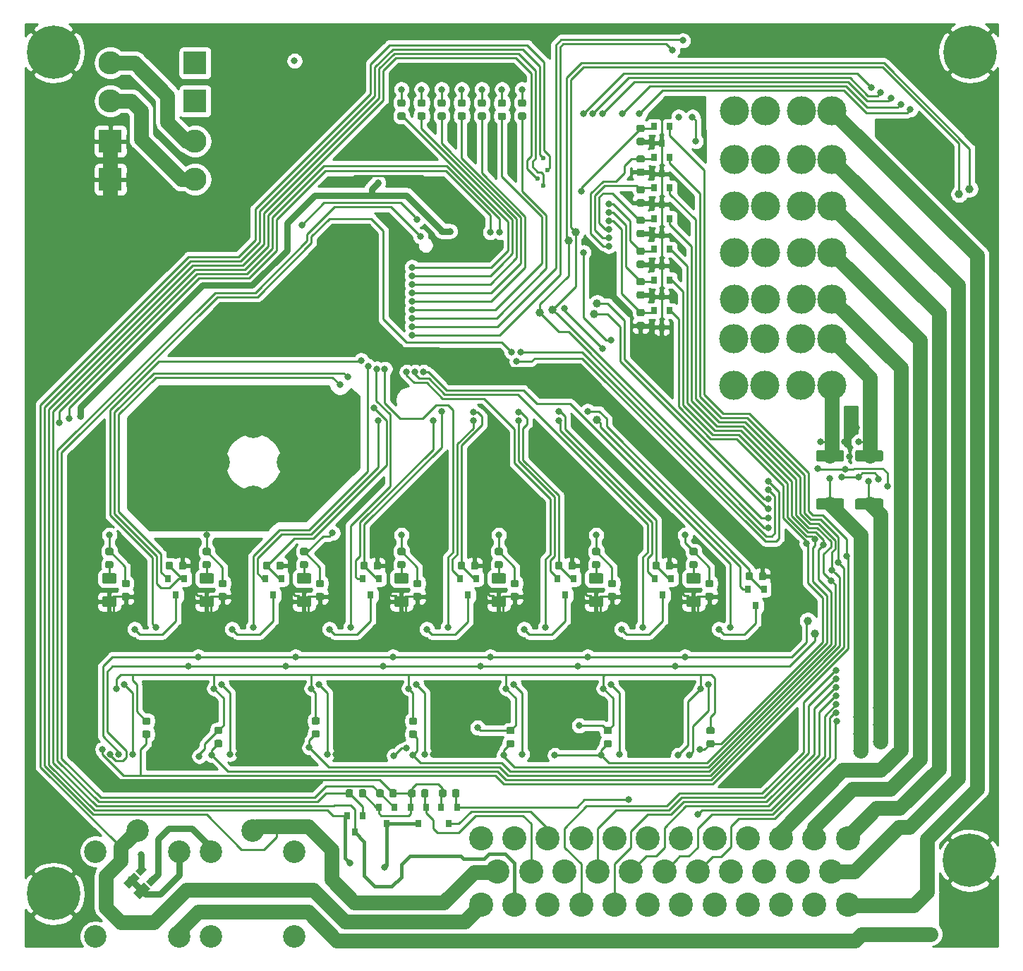
<source format=gbr>
G04 #@! TF.GenerationSoftware,KiCad,Pcbnew,(5.1.4)-1*
G04 #@! TF.CreationDate,2020-01-29T10:38:12+01:00*
G04 #@! TF.ProjectId,AR20_PDM_v1,41523230-5f50-4444-9d5f-76312e6b6963,rev?*
G04 #@! TF.SameCoordinates,Original*
G04 #@! TF.FileFunction,Copper,L2,Bot*
G04 #@! TF.FilePolarity,Positive*
%FSLAX46Y46*%
G04 Gerber Fmt 4.6, Leading zero omitted, Abs format (unit mm)*
G04 Created by KiCad (PCBNEW (5.1.4)-1) date 2020-01-29 10:38:12*
%MOMM*%
%LPD*%
G04 APERTURE LIST*
%ADD10C,0.100000*%
%ADD11C,0.875000*%
%ADD12C,2.900000*%
%ADD13O,2.800000X2.800000*%
%ADD14R,2.800000X2.800000*%
%ADD15R,0.800000X0.900000*%
%ADD16C,3.500000*%
%ADD17C,1.250000*%
%ADD18C,0.880000*%
%ADD19C,0.980000*%
%ADD20C,1.350000*%
%ADD21C,3.200000*%
%ADD22C,0.800000*%
%ADD23C,6.400000*%
%ADD24C,2.700000*%
%ADD25C,1.800000*%
%ADD26C,1.000000*%
%ADD27C,0.600000*%
%ADD28C,0.250000*%
%ADD29C,1.800000*%
%ADD30C,1.000000*%
%ADD31C,0.800000*%
%ADD32C,0.400000*%
%ADD33C,0.254000*%
G04 APERTURE END LIST*
D10*
G36*
X114958691Y-99842553D02*
G01*
X114979926Y-99845703D01*
X115000750Y-99850919D01*
X115020962Y-99858151D01*
X115040368Y-99867330D01*
X115058781Y-99878366D01*
X115076024Y-99891154D01*
X115091930Y-99905570D01*
X115106346Y-99921476D01*
X115119134Y-99938719D01*
X115130170Y-99957132D01*
X115139349Y-99976538D01*
X115146581Y-99996750D01*
X115151797Y-100017574D01*
X115154947Y-100038809D01*
X115156000Y-100060250D01*
X115156000Y-100497750D01*
X115154947Y-100519191D01*
X115151797Y-100540426D01*
X115146581Y-100561250D01*
X115139349Y-100581462D01*
X115130170Y-100600868D01*
X115119134Y-100619281D01*
X115106346Y-100636524D01*
X115091930Y-100652430D01*
X115076024Y-100666846D01*
X115058781Y-100679634D01*
X115040368Y-100690670D01*
X115020962Y-100699849D01*
X115000750Y-100707081D01*
X114979926Y-100712297D01*
X114958691Y-100715447D01*
X114937250Y-100716500D01*
X114424750Y-100716500D01*
X114403309Y-100715447D01*
X114382074Y-100712297D01*
X114361250Y-100707081D01*
X114341038Y-100699849D01*
X114321632Y-100690670D01*
X114303219Y-100679634D01*
X114285976Y-100666846D01*
X114270070Y-100652430D01*
X114255654Y-100636524D01*
X114242866Y-100619281D01*
X114231830Y-100600868D01*
X114222651Y-100581462D01*
X114215419Y-100561250D01*
X114210203Y-100540426D01*
X114207053Y-100519191D01*
X114206000Y-100497750D01*
X114206000Y-100060250D01*
X114207053Y-100038809D01*
X114210203Y-100017574D01*
X114215419Y-99996750D01*
X114222651Y-99976538D01*
X114231830Y-99957132D01*
X114242866Y-99938719D01*
X114255654Y-99921476D01*
X114270070Y-99905570D01*
X114285976Y-99891154D01*
X114303219Y-99878366D01*
X114321632Y-99867330D01*
X114341038Y-99858151D01*
X114361250Y-99850919D01*
X114382074Y-99845703D01*
X114403309Y-99842553D01*
X114424750Y-99841500D01*
X114937250Y-99841500D01*
X114958691Y-99842553D01*
X114958691Y-99842553D01*
G37*
D11*
X114681000Y-100279000D03*
D10*
G36*
X114958691Y-101417553D02*
G01*
X114979926Y-101420703D01*
X115000750Y-101425919D01*
X115020962Y-101433151D01*
X115040368Y-101442330D01*
X115058781Y-101453366D01*
X115076024Y-101466154D01*
X115091930Y-101480570D01*
X115106346Y-101496476D01*
X115119134Y-101513719D01*
X115130170Y-101532132D01*
X115139349Y-101551538D01*
X115146581Y-101571750D01*
X115151797Y-101592574D01*
X115154947Y-101613809D01*
X115156000Y-101635250D01*
X115156000Y-102072750D01*
X115154947Y-102094191D01*
X115151797Y-102115426D01*
X115146581Y-102136250D01*
X115139349Y-102156462D01*
X115130170Y-102175868D01*
X115119134Y-102194281D01*
X115106346Y-102211524D01*
X115091930Y-102227430D01*
X115076024Y-102241846D01*
X115058781Y-102254634D01*
X115040368Y-102265670D01*
X115020962Y-102274849D01*
X115000750Y-102282081D01*
X114979926Y-102287297D01*
X114958691Y-102290447D01*
X114937250Y-102291500D01*
X114424750Y-102291500D01*
X114403309Y-102290447D01*
X114382074Y-102287297D01*
X114361250Y-102282081D01*
X114341038Y-102274849D01*
X114321632Y-102265670D01*
X114303219Y-102254634D01*
X114285976Y-102241846D01*
X114270070Y-102227430D01*
X114255654Y-102211524D01*
X114242866Y-102194281D01*
X114231830Y-102175868D01*
X114222651Y-102156462D01*
X114215419Y-102136250D01*
X114210203Y-102115426D01*
X114207053Y-102094191D01*
X114206000Y-102072750D01*
X114206000Y-101635250D01*
X114207053Y-101613809D01*
X114210203Y-101592574D01*
X114215419Y-101571750D01*
X114222651Y-101551538D01*
X114231830Y-101532132D01*
X114242866Y-101513719D01*
X114255654Y-101496476D01*
X114270070Y-101480570D01*
X114285976Y-101466154D01*
X114303219Y-101453366D01*
X114321632Y-101442330D01*
X114341038Y-101433151D01*
X114361250Y-101425919D01*
X114382074Y-101420703D01*
X114403309Y-101417553D01*
X114424750Y-101416500D01*
X114937250Y-101416500D01*
X114958691Y-101417553D01*
X114958691Y-101417553D01*
G37*
D11*
X114681000Y-101854000D03*
D12*
X89186000Y-134684000D03*
X93186000Y-134684000D03*
X97186000Y-134684000D03*
X101186000Y-134684000D03*
X105186000Y-134684000D03*
X109186000Y-134684000D03*
X113186000Y-134684000D03*
X117186000Y-134684000D03*
X121186000Y-134684000D03*
X125186000Y-134684000D03*
X129186000Y-134684000D03*
X133186000Y-134684000D03*
X91186000Y-138684000D03*
X95186000Y-138684000D03*
X99186000Y-138684000D03*
X103186000Y-138684000D03*
X107186000Y-138684000D03*
X111186000Y-138684000D03*
X115186000Y-138684000D03*
X119186000Y-138684000D03*
X123186000Y-138684000D03*
X127186000Y-138684000D03*
X131186000Y-138684000D03*
X89186000Y-142684000D03*
X93186000Y-142684000D03*
X97186000Y-142684000D03*
X101186000Y-142684000D03*
X113186000Y-142684000D03*
X105186000Y-142684000D03*
X109186000Y-142684000D03*
X117186000Y-142684000D03*
X121186000Y-142684000D03*
X125186000Y-142684000D03*
X129186000Y-142684000D03*
X133186000Y-142684000D03*
D13*
X54864000Y-51054000D03*
D14*
X44704000Y-51054000D03*
D15*
X110871000Y-62341000D03*
X111821000Y-60341000D03*
X109921000Y-60341000D03*
D10*
G36*
X108608691Y-54326053D02*
G01*
X108629926Y-54329203D01*
X108650750Y-54334419D01*
X108670962Y-54341651D01*
X108690368Y-54350830D01*
X108708781Y-54361866D01*
X108726024Y-54374654D01*
X108741930Y-54389070D01*
X108756346Y-54404976D01*
X108769134Y-54422219D01*
X108780170Y-54440632D01*
X108789349Y-54460038D01*
X108796581Y-54480250D01*
X108801797Y-54501074D01*
X108804947Y-54522309D01*
X108806000Y-54543750D01*
X108806000Y-54981250D01*
X108804947Y-55002691D01*
X108801797Y-55023926D01*
X108796581Y-55044750D01*
X108789349Y-55064962D01*
X108780170Y-55084368D01*
X108769134Y-55102781D01*
X108756346Y-55120024D01*
X108741930Y-55135930D01*
X108726024Y-55150346D01*
X108708781Y-55163134D01*
X108690368Y-55174170D01*
X108670962Y-55183349D01*
X108650750Y-55190581D01*
X108629926Y-55195797D01*
X108608691Y-55198947D01*
X108587250Y-55200000D01*
X108074750Y-55200000D01*
X108053309Y-55198947D01*
X108032074Y-55195797D01*
X108011250Y-55190581D01*
X107991038Y-55183349D01*
X107971632Y-55174170D01*
X107953219Y-55163134D01*
X107935976Y-55150346D01*
X107920070Y-55135930D01*
X107905654Y-55120024D01*
X107892866Y-55102781D01*
X107881830Y-55084368D01*
X107872651Y-55064962D01*
X107865419Y-55044750D01*
X107860203Y-55023926D01*
X107857053Y-55002691D01*
X107856000Y-54981250D01*
X107856000Y-54543750D01*
X107857053Y-54522309D01*
X107860203Y-54501074D01*
X107865419Y-54480250D01*
X107872651Y-54460038D01*
X107881830Y-54440632D01*
X107892866Y-54422219D01*
X107905654Y-54404976D01*
X107920070Y-54389070D01*
X107935976Y-54374654D01*
X107953219Y-54361866D01*
X107971632Y-54350830D01*
X107991038Y-54341651D01*
X108011250Y-54334419D01*
X108032074Y-54329203D01*
X108053309Y-54326053D01*
X108074750Y-54325000D01*
X108587250Y-54325000D01*
X108608691Y-54326053D01*
X108608691Y-54326053D01*
G37*
D11*
X108331000Y-54762500D03*
D10*
G36*
X108608691Y-52751053D02*
G01*
X108629926Y-52754203D01*
X108650750Y-52759419D01*
X108670962Y-52766651D01*
X108690368Y-52775830D01*
X108708781Y-52786866D01*
X108726024Y-52799654D01*
X108741930Y-52814070D01*
X108756346Y-52829976D01*
X108769134Y-52847219D01*
X108780170Y-52865632D01*
X108789349Y-52885038D01*
X108796581Y-52905250D01*
X108801797Y-52926074D01*
X108804947Y-52947309D01*
X108806000Y-52968750D01*
X108806000Y-53406250D01*
X108804947Y-53427691D01*
X108801797Y-53448926D01*
X108796581Y-53469750D01*
X108789349Y-53489962D01*
X108780170Y-53509368D01*
X108769134Y-53527781D01*
X108756346Y-53545024D01*
X108741930Y-53560930D01*
X108726024Y-53575346D01*
X108708781Y-53588134D01*
X108690368Y-53599170D01*
X108670962Y-53608349D01*
X108650750Y-53615581D01*
X108629926Y-53620797D01*
X108608691Y-53623947D01*
X108587250Y-53625000D01*
X108074750Y-53625000D01*
X108053309Y-53623947D01*
X108032074Y-53620797D01*
X108011250Y-53615581D01*
X107991038Y-53608349D01*
X107971632Y-53599170D01*
X107953219Y-53588134D01*
X107935976Y-53575346D01*
X107920070Y-53560930D01*
X107905654Y-53545024D01*
X107892866Y-53527781D01*
X107881830Y-53509368D01*
X107872651Y-53489962D01*
X107865419Y-53469750D01*
X107860203Y-53448926D01*
X107857053Y-53427691D01*
X107856000Y-53406250D01*
X107856000Y-52968750D01*
X107857053Y-52947309D01*
X107860203Y-52926074D01*
X107865419Y-52905250D01*
X107872651Y-52885038D01*
X107881830Y-52865632D01*
X107892866Y-52847219D01*
X107905654Y-52829976D01*
X107920070Y-52814070D01*
X107935976Y-52799654D01*
X107953219Y-52786866D01*
X107971632Y-52775830D01*
X107991038Y-52766651D01*
X108011250Y-52759419D01*
X108032074Y-52754203D01*
X108053309Y-52751053D01*
X108074750Y-52750000D01*
X108587250Y-52750000D01*
X108608691Y-52751053D01*
X108608691Y-52751053D01*
G37*
D11*
X108331000Y-53187500D03*
D15*
X110871000Y-51292000D03*
X111821000Y-49292000D03*
X109921000Y-49292000D03*
X98364000Y-103521000D03*
X100264000Y-103521000D03*
X99314000Y-105521000D03*
D16*
X131318000Y-64399000D03*
X127618000Y-64399000D03*
X123318000Y-64399000D03*
X119618000Y-64399000D03*
D10*
G36*
X46823191Y-105253053D02*
G01*
X46844426Y-105256203D01*
X46865250Y-105261419D01*
X46885462Y-105268651D01*
X46904868Y-105277830D01*
X46923281Y-105288866D01*
X46940524Y-105301654D01*
X46956430Y-105316070D01*
X46970846Y-105331976D01*
X46983634Y-105349219D01*
X46994670Y-105367632D01*
X47003849Y-105387038D01*
X47011081Y-105407250D01*
X47016297Y-105428074D01*
X47019447Y-105449309D01*
X47020500Y-105470750D01*
X47020500Y-105908250D01*
X47019447Y-105929691D01*
X47016297Y-105950926D01*
X47011081Y-105971750D01*
X47003849Y-105991962D01*
X46994670Y-106011368D01*
X46983634Y-106029781D01*
X46970846Y-106047024D01*
X46956430Y-106062930D01*
X46940524Y-106077346D01*
X46923281Y-106090134D01*
X46904868Y-106101170D01*
X46885462Y-106110349D01*
X46865250Y-106117581D01*
X46844426Y-106122797D01*
X46823191Y-106125947D01*
X46801750Y-106127000D01*
X46289250Y-106127000D01*
X46267809Y-106125947D01*
X46246574Y-106122797D01*
X46225750Y-106117581D01*
X46205538Y-106110349D01*
X46186132Y-106101170D01*
X46167719Y-106090134D01*
X46150476Y-106077346D01*
X46134570Y-106062930D01*
X46120154Y-106047024D01*
X46107366Y-106029781D01*
X46096330Y-106011368D01*
X46087151Y-105991962D01*
X46079919Y-105971750D01*
X46074703Y-105950926D01*
X46071553Y-105929691D01*
X46070500Y-105908250D01*
X46070500Y-105470750D01*
X46071553Y-105449309D01*
X46074703Y-105428074D01*
X46079919Y-105407250D01*
X46087151Y-105387038D01*
X46096330Y-105367632D01*
X46107366Y-105349219D01*
X46120154Y-105331976D01*
X46134570Y-105316070D01*
X46150476Y-105301654D01*
X46167719Y-105288866D01*
X46186132Y-105277830D01*
X46205538Y-105268651D01*
X46225750Y-105261419D01*
X46246574Y-105256203D01*
X46267809Y-105253053D01*
X46289250Y-105252000D01*
X46801750Y-105252000D01*
X46823191Y-105253053D01*
X46823191Y-105253053D01*
G37*
D11*
X46545500Y-105689500D03*
D10*
G36*
X46823191Y-103678053D02*
G01*
X46844426Y-103681203D01*
X46865250Y-103686419D01*
X46885462Y-103693651D01*
X46904868Y-103702830D01*
X46923281Y-103713866D01*
X46940524Y-103726654D01*
X46956430Y-103741070D01*
X46970846Y-103756976D01*
X46983634Y-103774219D01*
X46994670Y-103792632D01*
X47003849Y-103812038D01*
X47011081Y-103832250D01*
X47016297Y-103853074D01*
X47019447Y-103874309D01*
X47020500Y-103895750D01*
X47020500Y-104333250D01*
X47019447Y-104354691D01*
X47016297Y-104375926D01*
X47011081Y-104396750D01*
X47003849Y-104416962D01*
X46994670Y-104436368D01*
X46983634Y-104454781D01*
X46970846Y-104472024D01*
X46956430Y-104487930D01*
X46940524Y-104502346D01*
X46923281Y-104515134D01*
X46904868Y-104526170D01*
X46885462Y-104535349D01*
X46865250Y-104542581D01*
X46844426Y-104547797D01*
X46823191Y-104550947D01*
X46801750Y-104552000D01*
X46289250Y-104552000D01*
X46267809Y-104550947D01*
X46246574Y-104547797D01*
X46225750Y-104542581D01*
X46205538Y-104535349D01*
X46186132Y-104526170D01*
X46167719Y-104515134D01*
X46150476Y-104502346D01*
X46134570Y-104487930D01*
X46120154Y-104472024D01*
X46107366Y-104454781D01*
X46096330Y-104436368D01*
X46087151Y-104416962D01*
X46079919Y-104396750D01*
X46074703Y-104375926D01*
X46071553Y-104354691D01*
X46070500Y-104333250D01*
X46070500Y-103895750D01*
X46071553Y-103874309D01*
X46074703Y-103853074D01*
X46079919Y-103832250D01*
X46087151Y-103812038D01*
X46096330Y-103792632D01*
X46107366Y-103774219D01*
X46120154Y-103756976D01*
X46134570Y-103741070D01*
X46150476Y-103726654D01*
X46167719Y-103713866D01*
X46186132Y-103702830D01*
X46205538Y-103693651D01*
X46225750Y-103686419D01*
X46246574Y-103681203D01*
X46267809Y-103678053D01*
X46289250Y-103677000D01*
X46801750Y-103677000D01*
X46823191Y-103678053D01*
X46823191Y-103678053D01*
G37*
D11*
X46545500Y-104114500D03*
D10*
G36*
X45226504Y-102878204D02*
G01*
X45250773Y-102881804D01*
X45274571Y-102887765D01*
X45297671Y-102896030D01*
X45319849Y-102906520D01*
X45340893Y-102919133D01*
X45360598Y-102933747D01*
X45378777Y-102950223D01*
X45395253Y-102968402D01*
X45409867Y-102988107D01*
X45422480Y-103009151D01*
X45432970Y-103031329D01*
X45441235Y-103054429D01*
X45447196Y-103078227D01*
X45450796Y-103102496D01*
X45452000Y-103127000D01*
X45452000Y-103877000D01*
X45450796Y-103901504D01*
X45447196Y-103925773D01*
X45441235Y-103949571D01*
X45432970Y-103972671D01*
X45422480Y-103994849D01*
X45409867Y-104015893D01*
X45395253Y-104035598D01*
X45378777Y-104053777D01*
X45360598Y-104070253D01*
X45340893Y-104084867D01*
X45319849Y-104097480D01*
X45297671Y-104107970D01*
X45274571Y-104116235D01*
X45250773Y-104122196D01*
X45226504Y-104125796D01*
X45202000Y-104127000D01*
X43952000Y-104127000D01*
X43927496Y-104125796D01*
X43903227Y-104122196D01*
X43879429Y-104116235D01*
X43856329Y-104107970D01*
X43834151Y-104097480D01*
X43813107Y-104084867D01*
X43793402Y-104070253D01*
X43775223Y-104053777D01*
X43758747Y-104035598D01*
X43744133Y-104015893D01*
X43731520Y-103994849D01*
X43721030Y-103972671D01*
X43712765Y-103949571D01*
X43706804Y-103925773D01*
X43703204Y-103901504D01*
X43702000Y-103877000D01*
X43702000Y-103127000D01*
X43703204Y-103102496D01*
X43706804Y-103078227D01*
X43712765Y-103054429D01*
X43721030Y-103031329D01*
X43731520Y-103009151D01*
X43744133Y-102988107D01*
X43758747Y-102968402D01*
X43775223Y-102950223D01*
X43793402Y-102933747D01*
X43813107Y-102919133D01*
X43834151Y-102906520D01*
X43856329Y-102896030D01*
X43879429Y-102887765D01*
X43903227Y-102881804D01*
X43927496Y-102878204D01*
X43952000Y-102877000D01*
X45202000Y-102877000D01*
X45226504Y-102878204D01*
X45226504Y-102878204D01*
G37*
D17*
X44577000Y-103502000D03*
D10*
G36*
X45226504Y-105678204D02*
G01*
X45250773Y-105681804D01*
X45274571Y-105687765D01*
X45297671Y-105696030D01*
X45319849Y-105706520D01*
X45340893Y-105719133D01*
X45360598Y-105733747D01*
X45378777Y-105750223D01*
X45395253Y-105768402D01*
X45409867Y-105788107D01*
X45422480Y-105809151D01*
X45432970Y-105831329D01*
X45441235Y-105854429D01*
X45447196Y-105878227D01*
X45450796Y-105902496D01*
X45452000Y-105927000D01*
X45452000Y-106677000D01*
X45450796Y-106701504D01*
X45447196Y-106725773D01*
X45441235Y-106749571D01*
X45432970Y-106772671D01*
X45422480Y-106794849D01*
X45409867Y-106815893D01*
X45395253Y-106835598D01*
X45378777Y-106853777D01*
X45360598Y-106870253D01*
X45340893Y-106884867D01*
X45319849Y-106897480D01*
X45297671Y-106907970D01*
X45274571Y-106916235D01*
X45250773Y-106922196D01*
X45226504Y-106925796D01*
X45202000Y-106927000D01*
X43952000Y-106927000D01*
X43927496Y-106925796D01*
X43903227Y-106922196D01*
X43879429Y-106916235D01*
X43856329Y-106907970D01*
X43834151Y-106897480D01*
X43813107Y-106884867D01*
X43793402Y-106870253D01*
X43775223Y-106853777D01*
X43758747Y-106835598D01*
X43744133Y-106815893D01*
X43731520Y-106794849D01*
X43721030Y-106772671D01*
X43712765Y-106749571D01*
X43706804Y-106725773D01*
X43703204Y-106701504D01*
X43702000Y-106677000D01*
X43702000Y-105927000D01*
X43703204Y-105902496D01*
X43706804Y-105878227D01*
X43712765Y-105854429D01*
X43721030Y-105831329D01*
X43731520Y-105809151D01*
X43744133Y-105788107D01*
X43758747Y-105768402D01*
X43775223Y-105750223D01*
X43793402Y-105733747D01*
X43813107Y-105719133D01*
X43834151Y-105706520D01*
X43856329Y-105696030D01*
X43879429Y-105687765D01*
X43903227Y-105681804D01*
X43927496Y-105678204D01*
X43952000Y-105677000D01*
X45202000Y-105677000D01*
X45226504Y-105678204D01*
X45226504Y-105678204D01*
G37*
D17*
X44577000Y-106302000D03*
D10*
G36*
X116863691Y-105253053D02*
G01*
X116884926Y-105256203D01*
X116905750Y-105261419D01*
X116925962Y-105268651D01*
X116945368Y-105277830D01*
X116963781Y-105288866D01*
X116981024Y-105301654D01*
X116996930Y-105316070D01*
X117011346Y-105331976D01*
X117024134Y-105349219D01*
X117035170Y-105367632D01*
X117044349Y-105387038D01*
X117051581Y-105407250D01*
X117056797Y-105428074D01*
X117059947Y-105449309D01*
X117061000Y-105470750D01*
X117061000Y-105908250D01*
X117059947Y-105929691D01*
X117056797Y-105950926D01*
X117051581Y-105971750D01*
X117044349Y-105991962D01*
X117035170Y-106011368D01*
X117024134Y-106029781D01*
X117011346Y-106047024D01*
X116996930Y-106062930D01*
X116981024Y-106077346D01*
X116963781Y-106090134D01*
X116945368Y-106101170D01*
X116925962Y-106110349D01*
X116905750Y-106117581D01*
X116884926Y-106122797D01*
X116863691Y-106125947D01*
X116842250Y-106127000D01*
X116329750Y-106127000D01*
X116308309Y-106125947D01*
X116287074Y-106122797D01*
X116266250Y-106117581D01*
X116246038Y-106110349D01*
X116226632Y-106101170D01*
X116208219Y-106090134D01*
X116190976Y-106077346D01*
X116175070Y-106062930D01*
X116160654Y-106047024D01*
X116147866Y-106029781D01*
X116136830Y-106011368D01*
X116127651Y-105991962D01*
X116120419Y-105971750D01*
X116115203Y-105950926D01*
X116112053Y-105929691D01*
X116111000Y-105908250D01*
X116111000Y-105470750D01*
X116112053Y-105449309D01*
X116115203Y-105428074D01*
X116120419Y-105407250D01*
X116127651Y-105387038D01*
X116136830Y-105367632D01*
X116147866Y-105349219D01*
X116160654Y-105331976D01*
X116175070Y-105316070D01*
X116190976Y-105301654D01*
X116208219Y-105288866D01*
X116226632Y-105277830D01*
X116246038Y-105268651D01*
X116266250Y-105261419D01*
X116287074Y-105256203D01*
X116308309Y-105253053D01*
X116329750Y-105252000D01*
X116842250Y-105252000D01*
X116863691Y-105253053D01*
X116863691Y-105253053D01*
G37*
D11*
X116586000Y-105689500D03*
D10*
G36*
X116863691Y-103678053D02*
G01*
X116884926Y-103681203D01*
X116905750Y-103686419D01*
X116925962Y-103693651D01*
X116945368Y-103702830D01*
X116963781Y-103713866D01*
X116981024Y-103726654D01*
X116996930Y-103741070D01*
X117011346Y-103756976D01*
X117024134Y-103774219D01*
X117035170Y-103792632D01*
X117044349Y-103812038D01*
X117051581Y-103832250D01*
X117056797Y-103853074D01*
X117059947Y-103874309D01*
X117061000Y-103895750D01*
X117061000Y-104333250D01*
X117059947Y-104354691D01*
X117056797Y-104375926D01*
X117051581Y-104396750D01*
X117044349Y-104416962D01*
X117035170Y-104436368D01*
X117024134Y-104454781D01*
X117011346Y-104472024D01*
X116996930Y-104487930D01*
X116981024Y-104502346D01*
X116963781Y-104515134D01*
X116945368Y-104526170D01*
X116925962Y-104535349D01*
X116905750Y-104542581D01*
X116884926Y-104547797D01*
X116863691Y-104550947D01*
X116842250Y-104552000D01*
X116329750Y-104552000D01*
X116308309Y-104550947D01*
X116287074Y-104547797D01*
X116266250Y-104542581D01*
X116246038Y-104535349D01*
X116226632Y-104526170D01*
X116208219Y-104515134D01*
X116190976Y-104502346D01*
X116175070Y-104487930D01*
X116160654Y-104472024D01*
X116147866Y-104454781D01*
X116136830Y-104436368D01*
X116127651Y-104416962D01*
X116120419Y-104396750D01*
X116115203Y-104375926D01*
X116112053Y-104354691D01*
X116111000Y-104333250D01*
X116111000Y-103895750D01*
X116112053Y-103874309D01*
X116115203Y-103853074D01*
X116120419Y-103832250D01*
X116127651Y-103812038D01*
X116136830Y-103792632D01*
X116147866Y-103774219D01*
X116160654Y-103756976D01*
X116175070Y-103741070D01*
X116190976Y-103726654D01*
X116208219Y-103713866D01*
X116226632Y-103702830D01*
X116246038Y-103693651D01*
X116266250Y-103686419D01*
X116287074Y-103681203D01*
X116308309Y-103678053D01*
X116329750Y-103677000D01*
X116842250Y-103677000D01*
X116863691Y-103678053D01*
X116863691Y-103678053D01*
G37*
D11*
X116586000Y-104114500D03*
D10*
G36*
X115330504Y-105678204D02*
G01*
X115354773Y-105681804D01*
X115378571Y-105687765D01*
X115401671Y-105696030D01*
X115423849Y-105706520D01*
X115444893Y-105719133D01*
X115464598Y-105733747D01*
X115482777Y-105750223D01*
X115499253Y-105768402D01*
X115513867Y-105788107D01*
X115526480Y-105809151D01*
X115536970Y-105831329D01*
X115545235Y-105854429D01*
X115551196Y-105878227D01*
X115554796Y-105902496D01*
X115556000Y-105927000D01*
X115556000Y-106677000D01*
X115554796Y-106701504D01*
X115551196Y-106725773D01*
X115545235Y-106749571D01*
X115536970Y-106772671D01*
X115526480Y-106794849D01*
X115513867Y-106815893D01*
X115499253Y-106835598D01*
X115482777Y-106853777D01*
X115464598Y-106870253D01*
X115444893Y-106884867D01*
X115423849Y-106897480D01*
X115401671Y-106907970D01*
X115378571Y-106916235D01*
X115354773Y-106922196D01*
X115330504Y-106925796D01*
X115306000Y-106927000D01*
X114056000Y-106927000D01*
X114031496Y-106925796D01*
X114007227Y-106922196D01*
X113983429Y-106916235D01*
X113960329Y-106907970D01*
X113938151Y-106897480D01*
X113917107Y-106884867D01*
X113897402Y-106870253D01*
X113879223Y-106853777D01*
X113862747Y-106835598D01*
X113848133Y-106815893D01*
X113835520Y-106794849D01*
X113825030Y-106772671D01*
X113816765Y-106749571D01*
X113810804Y-106725773D01*
X113807204Y-106701504D01*
X113806000Y-106677000D01*
X113806000Y-105927000D01*
X113807204Y-105902496D01*
X113810804Y-105878227D01*
X113816765Y-105854429D01*
X113825030Y-105831329D01*
X113835520Y-105809151D01*
X113848133Y-105788107D01*
X113862747Y-105768402D01*
X113879223Y-105750223D01*
X113897402Y-105733747D01*
X113917107Y-105719133D01*
X113938151Y-105706520D01*
X113960329Y-105696030D01*
X113983429Y-105687765D01*
X114007227Y-105681804D01*
X114031496Y-105678204D01*
X114056000Y-105677000D01*
X115306000Y-105677000D01*
X115330504Y-105678204D01*
X115330504Y-105678204D01*
G37*
D17*
X114681000Y-106302000D03*
D10*
G36*
X115330504Y-102878204D02*
G01*
X115354773Y-102881804D01*
X115378571Y-102887765D01*
X115401671Y-102896030D01*
X115423849Y-102906520D01*
X115444893Y-102919133D01*
X115464598Y-102933747D01*
X115482777Y-102950223D01*
X115499253Y-102968402D01*
X115513867Y-102988107D01*
X115526480Y-103009151D01*
X115536970Y-103031329D01*
X115545235Y-103054429D01*
X115551196Y-103078227D01*
X115554796Y-103102496D01*
X115556000Y-103127000D01*
X115556000Y-103877000D01*
X115554796Y-103901504D01*
X115551196Y-103925773D01*
X115545235Y-103949571D01*
X115536970Y-103972671D01*
X115526480Y-103994849D01*
X115513867Y-104015893D01*
X115499253Y-104035598D01*
X115482777Y-104053777D01*
X115464598Y-104070253D01*
X115444893Y-104084867D01*
X115423849Y-104097480D01*
X115401671Y-104107970D01*
X115378571Y-104116235D01*
X115354773Y-104122196D01*
X115330504Y-104125796D01*
X115306000Y-104127000D01*
X114056000Y-104127000D01*
X114031496Y-104125796D01*
X114007227Y-104122196D01*
X113983429Y-104116235D01*
X113960329Y-104107970D01*
X113938151Y-104097480D01*
X113917107Y-104084867D01*
X113897402Y-104070253D01*
X113879223Y-104053777D01*
X113862747Y-104035598D01*
X113848133Y-104015893D01*
X113835520Y-103994849D01*
X113825030Y-103972671D01*
X113816765Y-103949571D01*
X113810804Y-103925773D01*
X113807204Y-103901504D01*
X113806000Y-103877000D01*
X113806000Y-103127000D01*
X113807204Y-103102496D01*
X113810804Y-103078227D01*
X113816765Y-103054429D01*
X113825030Y-103031329D01*
X113835520Y-103009151D01*
X113848133Y-102988107D01*
X113862747Y-102968402D01*
X113879223Y-102950223D01*
X113897402Y-102933747D01*
X113917107Y-102919133D01*
X113938151Y-102906520D01*
X113960329Y-102896030D01*
X113983429Y-102887765D01*
X114007227Y-102881804D01*
X114031496Y-102878204D01*
X114056000Y-102877000D01*
X115306000Y-102877000D01*
X115330504Y-102878204D01*
X115330504Y-102878204D01*
G37*
D17*
X114681000Y-103502000D03*
D10*
G36*
X70127691Y-105253053D02*
G01*
X70148926Y-105256203D01*
X70169750Y-105261419D01*
X70189962Y-105268651D01*
X70209368Y-105277830D01*
X70227781Y-105288866D01*
X70245024Y-105301654D01*
X70260930Y-105316070D01*
X70275346Y-105331976D01*
X70288134Y-105349219D01*
X70299170Y-105367632D01*
X70308349Y-105387038D01*
X70315581Y-105407250D01*
X70320797Y-105428074D01*
X70323947Y-105449309D01*
X70325000Y-105470750D01*
X70325000Y-105908250D01*
X70323947Y-105929691D01*
X70320797Y-105950926D01*
X70315581Y-105971750D01*
X70308349Y-105991962D01*
X70299170Y-106011368D01*
X70288134Y-106029781D01*
X70275346Y-106047024D01*
X70260930Y-106062930D01*
X70245024Y-106077346D01*
X70227781Y-106090134D01*
X70209368Y-106101170D01*
X70189962Y-106110349D01*
X70169750Y-106117581D01*
X70148926Y-106122797D01*
X70127691Y-106125947D01*
X70106250Y-106127000D01*
X69593750Y-106127000D01*
X69572309Y-106125947D01*
X69551074Y-106122797D01*
X69530250Y-106117581D01*
X69510038Y-106110349D01*
X69490632Y-106101170D01*
X69472219Y-106090134D01*
X69454976Y-106077346D01*
X69439070Y-106062930D01*
X69424654Y-106047024D01*
X69411866Y-106029781D01*
X69400830Y-106011368D01*
X69391651Y-105991962D01*
X69384419Y-105971750D01*
X69379203Y-105950926D01*
X69376053Y-105929691D01*
X69375000Y-105908250D01*
X69375000Y-105470750D01*
X69376053Y-105449309D01*
X69379203Y-105428074D01*
X69384419Y-105407250D01*
X69391651Y-105387038D01*
X69400830Y-105367632D01*
X69411866Y-105349219D01*
X69424654Y-105331976D01*
X69439070Y-105316070D01*
X69454976Y-105301654D01*
X69472219Y-105288866D01*
X69490632Y-105277830D01*
X69510038Y-105268651D01*
X69530250Y-105261419D01*
X69551074Y-105256203D01*
X69572309Y-105253053D01*
X69593750Y-105252000D01*
X70106250Y-105252000D01*
X70127691Y-105253053D01*
X70127691Y-105253053D01*
G37*
D11*
X69850000Y-105689500D03*
D10*
G36*
X70127691Y-103678053D02*
G01*
X70148926Y-103681203D01*
X70169750Y-103686419D01*
X70189962Y-103693651D01*
X70209368Y-103702830D01*
X70227781Y-103713866D01*
X70245024Y-103726654D01*
X70260930Y-103741070D01*
X70275346Y-103756976D01*
X70288134Y-103774219D01*
X70299170Y-103792632D01*
X70308349Y-103812038D01*
X70315581Y-103832250D01*
X70320797Y-103853074D01*
X70323947Y-103874309D01*
X70325000Y-103895750D01*
X70325000Y-104333250D01*
X70323947Y-104354691D01*
X70320797Y-104375926D01*
X70315581Y-104396750D01*
X70308349Y-104416962D01*
X70299170Y-104436368D01*
X70288134Y-104454781D01*
X70275346Y-104472024D01*
X70260930Y-104487930D01*
X70245024Y-104502346D01*
X70227781Y-104515134D01*
X70209368Y-104526170D01*
X70189962Y-104535349D01*
X70169750Y-104542581D01*
X70148926Y-104547797D01*
X70127691Y-104550947D01*
X70106250Y-104552000D01*
X69593750Y-104552000D01*
X69572309Y-104550947D01*
X69551074Y-104547797D01*
X69530250Y-104542581D01*
X69510038Y-104535349D01*
X69490632Y-104526170D01*
X69472219Y-104515134D01*
X69454976Y-104502346D01*
X69439070Y-104487930D01*
X69424654Y-104472024D01*
X69411866Y-104454781D01*
X69400830Y-104436368D01*
X69391651Y-104416962D01*
X69384419Y-104396750D01*
X69379203Y-104375926D01*
X69376053Y-104354691D01*
X69375000Y-104333250D01*
X69375000Y-103895750D01*
X69376053Y-103874309D01*
X69379203Y-103853074D01*
X69384419Y-103832250D01*
X69391651Y-103812038D01*
X69400830Y-103792632D01*
X69411866Y-103774219D01*
X69424654Y-103756976D01*
X69439070Y-103741070D01*
X69454976Y-103726654D01*
X69472219Y-103713866D01*
X69490632Y-103702830D01*
X69510038Y-103693651D01*
X69530250Y-103686419D01*
X69551074Y-103681203D01*
X69572309Y-103678053D01*
X69593750Y-103677000D01*
X70106250Y-103677000D01*
X70127691Y-103678053D01*
X70127691Y-103678053D01*
G37*
D11*
X69850000Y-104114500D03*
D10*
G36*
X93495691Y-103678053D02*
G01*
X93516926Y-103681203D01*
X93537750Y-103686419D01*
X93557962Y-103693651D01*
X93577368Y-103702830D01*
X93595781Y-103713866D01*
X93613024Y-103726654D01*
X93628930Y-103741070D01*
X93643346Y-103756976D01*
X93656134Y-103774219D01*
X93667170Y-103792632D01*
X93676349Y-103812038D01*
X93683581Y-103832250D01*
X93688797Y-103853074D01*
X93691947Y-103874309D01*
X93693000Y-103895750D01*
X93693000Y-104333250D01*
X93691947Y-104354691D01*
X93688797Y-104375926D01*
X93683581Y-104396750D01*
X93676349Y-104416962D01*
X93667170Y-104436368D01*
X93656134Y-104454781D01*
X93643346Y-104472024D01*
X93628930Y-104487930D01*
X93613024Y-104502346D01*
X93595781Y-104515134D01*
X93577368Y-104526170D01*
X93557962Y-104535349D01*
X93537750Y-104542581D01*
X93516926Y-104547797D01*
X93495691Y-104550947D01*
X93474250Y-104552000D01*
X92961750Y-104552000D01*
X92940309Y-104550947D01*
X92919074Y-104547797D01*
X92898250Y-104542581D01*
X92878038Y-104535349D01*
X92858632Y-104526170D01*
X92840219Y-104515134D01*
X92822976Y-104502346D01*
X92807070Y-104487930D01*
X92792654Y-104472024D01*
X92779866Y-104454781D01*
X92768830Y-104436368D01*
X92759651Y-104416962D01*
X92752419Y-104396750D01*
X92747203Y-104375926D01*
X92744053Y-104354691D01*
X92743000Y-104333250D01*
X92743000Y-103895750D01*
X92744053Y-103874309D01*
X92747203Y-103853074D01*
X92752419Y-103832250D01*
X92759651Y-103812038D01*
X92768830Y-103792632D01*
X92779866Y-103774219D01*
X92792654Y-103756976D01*
X92807070Y-103741070D01*
X92822976Y-103726654D01*
X92840219Y-103713866D01*
X92858632Y-103702830D01*
X92878038Y-103693651D01*
X92898250Y-103686419D01*
X92919074Y-103681203D01*
X92940309Y-103678053D01*
X92961750Y-103677000D01*
X93474250Y-103677000D01*
X93495691Y-103678053D01*
X93495691Y-103678053D01*
G37*
D11*
X93218000Y-104114500D03*
D10*
G36*
X93495691Y-105253053D02*
G01*
X93516926Y-105256203D01*
X93537750Y-105261419D01*
X93557962Y-105268651D01*
X93577368Y-105277830D01*
X93595781Y-105288866D01*
X93613024Y-105301654D01*
X93628930Y-105316070D01*
X93643346Y-105331976D01*
X93656134Y-105349219D01*
X93667170Y-105367632D01*
X93676349Y-105387038D01*
X93683581Y-105407250D01*
X93688797Y-105428074D01*
X93691947Y-105449309D01*
X93693000Y-105470750D01*
X93693000Y-105908250D01*
X93691947Y-105929691D01*
X93688797Y-105950926D01*
X93683581Y-105971750D01*
X93676349Y-105991962D01*
X93667170Y-106011368D01*
X93656134Y-106029781D01*
X93643346Y-106047024D01*
X93628930Y-106062930D01*
X93613024Y-106077346D01*
X93595781Y-106090134D01*
X93577368Y-106101170D01*
X93557962Y-106110349D01*
X93537750Y-106117581D01*
X93516926Y-106122797D01*
X93495691Y-106125947D01*
X93474250Y-106127000D01*
X92961750Y-106127000D01*
X92940309Y-106125947D01*
X92919074Y-106122797D01*
X92898250Y-106117581D01*
X92878038Y-106110349D01*
X92858632Y-106101170D01*
X92840219Y-106090134D01*
X92822976Y-106077346D01*
X92807070Y-106062930D01*
X92792654Y-106047024D01*
X92779866Y-106029781D01*
X92768830Y-106011368D01*
X92759651Y-105991962D01*
X92752419Y-105971750D01*
X92747203Y-105950926D01*
X92744053Y-105929691D01*
X92743000Y-105908250D01*
X92743000Y-105470750D01*
X92744053Y-105449309D01*
X92747203Y-105428074D01*
X92752419Y-105407250D01*
X92759651Y-105387038D01*
X92768830Y-105367632D01*
X92779866Y-105349219D01*
X92792654Y-105331976D01*
X92807070Y-105316070D01*
X92822976Y-105301654D01*
X92840219Y-105288866D01*
X92858632Y-105277830D01*
X92878038Y-105268651D01*
X92898250Y-105261419D01*
X92919074Y-105256203D01*
X92940309Y-105253053D01*
X92961750Y-105252000D01*
X93474250Y-105252000D01*
X93495691Y-105253053D01*
X93495691Y-105253053D01*
G37*
D11*
X93218000Y-105689500D03*
D10*
G36*
X105179691Y-105253053D02*
G01*
X105200926Y-105256203D01*
X105221750Y-105261419D01*
X105241962Y-105268651D01*
X105261368Y-105277830D01*
X105279781Y-105288866D01*
X105297024Y-105301654D01*
X105312930Y-105316070D01*
X105327346Y-105331976D01*
X105340134Y-105349219D01*
X105351170Y-105367632D01*
X105360349Y-105387038D01*
X105367581Y-105407250D01*
X105372797Y-105428074D01*
X105375947Y-105449309D01*
X105377000Y-105470750D01*
X105377000Y-105908250D01*
X105375947Y-105929691D01*
X105372797Y-105950926D01*
X105367581Y-105971750D01*
X105360349Y-105991962D01*
X105351170Y-106011368D01*
X105340134Y-106029781D01*
X105327346Y-106047024D01*
X105312930Y-106062930D01*
X105297024Y-106077346D01*
X105279781Y-106090134D01*
X105261368Y-106101170D01*
X105241962Y-106110349D01*
X105221750Y-106117581D01*
X105200926Y-106122797D01*
X105179691Y-106125947D01*
X105158250Y-106127000D01*
X104645750Y-106127000D01*
X104624309Y-106125947D01*
X104603074Y-106122797D01*
X104582250Y-106117581D01*
X104562038Y-106110349D01*
X104542632Y-106101170D01*
X104524219Y-106090134D01*
X104506976Y-106077346D01*
X104491070Y-106062930D01*
X104476654Y-106047024D01*
X104463866Y-106029781D01*
X104452830Y-106011368D01*
X104443651Y-105991962D01*
X104436419Y-105971750D01*
X104431203Y-105950926D01*
X104428053Y-105929691D01*
X104427000Y-105908250D01*
X104427000Y-105470750D01*
X104428053Y-105449309D01*
X104431203Y-105428074D01*
X104436419Y-105407250D01*
X104443651Y-105387038D01*
X104452830Y-105367632D01*
X104463866Y-105349219D01*
X104476654Y-105331976D01*
X104491070Y-105316070D01*
X104506976Y-105301654D01*
X104524219Y-105288866D01*
X104542632Y-105277830D01*
X104562038Y-105268651D01*
X104582250Y-105261419D01*
X104603074Y-105256203D01*
X104624309Y-105253053D01*
X104645750Y-105252000D01*
X105158250Y-105252000D01*
X105179691Y-105253053D01*
X105179691Y-105253053D01*
G37*
D11*
X104902000Y-105689500D03*
D10*
G36*
X105179691Y-103678053D02*
G01*
X105200926Y-103681203D01*
X105221750Y-103686419D01*
X105241962Y-103693651D01*
X105261368Y-103702830D01*
X105279781Y-103713866D01*
X105297024Y-103726654D01*
X105312930Y-103741070D01*
X105327346Y-103756976D01*
X105340134Y-103774219D01*
X105351170Y-103792632D01*
X105360349Y-103812038D01*
X105367581Y-103832250D01*
X105372797Y-103853074D01*
X105375947Y-103874309D01*
X105377000Y-103895750D01*
X105377000Y-104333250D01*
X105375947Y-104354691D01*
X105372797Y-104375926D01*
X105367581Y-104396750D01*
X105360349Y-104416962D01*
X105351170Y-104436368D01*
X105340134Y-104454781D01*
X105327346Y-104472024D01*
X105312930Y-104487930D01*
X105297024Y-104502346D01*
X105279781Y-104515134D01*
X105261368Y-104526170D01*
X105241962Y-104535349D01*
X105221750Y-104542581D01*
X105200926Y-104547797D01*
X105179691Y-104550947D01*
X105158250Y-104552000D01*
X104645750Y-104552000D01*
X104624309Y-104550947D01*
X104603074Y-104547797D01*
X104582250Y-104542581D01*
X104562038Y-104535349D01*
X104542632Y-104526170D01*
X104524219Y-104515134D01*
X104506976Y-104502346D01*
X104491070Y-104487930D01*
X104476654Y-104472024D01*
X104463866Y-104454781D01*
X104452830Y-104436368D01*
X104443651Y-104416962D01*
X104436419Y-104396750D01*
X104431203Y-104375926D01*
X104428053Y-104354691D01*
X104427000Y-104333250D01*
X104427000Y-103895750D01*
X104428053Y-103874309D01*
X104431203Y-103853074D01*
X104436419Y-103832250D01*
X104443651Y-103812038D01*
X104452830Y-103792632D01*
X104463866Y-103774219D01*
X104476654Y-103756976D01*
X104491070Y-103741070D01*
X104506976Y-103726654D01*
X104524219Y-103713866D01*
X104542632Y-103702830D01*
X104562038Y-103693651D01*
X104582250Y-103686419D01*
X104603074Y-103681203D01*
X104624309Y-103678053D01*
X104645750Y-103677000D01*
X105158250Y-103677000D01*
X105179691Y-103678053D01*
X105179691Y-103678053D01*
G37*
D11*
X104902000Y-104114500D03*
D10*
G36*
X58443691Y-103678053D02*
G01*
X58464926Y-103681203D01*
X58485750Y-103686419D01*
X58505962Y-103693651D01*
X58525368Y-103702830D01*
X58543781Y-103713866D01*
X58561024Y-103726654D01*
X58576930Y-103741070D01*
X58591346Y-103756976D01*
X58604134Y-103774219D01*
X58615170Y-103792632D01*
X58624349Y-103812038D01*
X58631581Y-103832250D01*
X58636797Y-103853074D01*
X58639947Y-103874309D01*
X58641000Y-103895750D01*
X58641000Y-104333250D01*
X58639947Y-104354691D01*
X58636797Y-104375926D01*
X58631581Y-104396750D01*
X58624349Y-104416962D01*
X58615170Y-104436368D01*
X58604134Y-104454781D01*
X58591346Y-104472024D01*
X58576930Y-104487930D01*
X58561024Y-104502346D01*
X58543781Y-104515134D01*
X58525368Y-104526170D01*
X58505962Y-104535349D01*
X58485750Y-104542581D01*
X58464926Y-104547797D01*
X58443691Y-104550947D01*
X58422250Y-104552000D01*
X57909750Y-104552000D01*
X57888309Y-104550947D01*
X57867074Y-104547797D01*
X57846250Y-104542581D01*
X57826038Y-104535349D01*
X57806632Y-104526170D01*
X57788219Y-104515134D01*
X57770976Y-104502346D01*
X57755070Y-104487930D01*
X57740654Y-104472024D01*
X57727866Y-104454781D01*
X57716830Y-104436368D01*
X57707651Y-104416962D01*
X57700419Y-104396750D01*
X57695203Y-104375926D01*
X57692053Y-104354691D01*
X57691000Y-104333250D01*
X57691000Y-103895750D01*
X57692053Y-103874309D01*
X57695203Y-103853074D01*
X57700419Y-103832250D01*
X57707651Y-103812038D01*
X57716830Y-103792632D01*
X57727866Y-103774219D01*
X57740654Y-103756976D01*
X57755070Y-103741070D01*
X57770976Y-103726654D01*
X57788219Y-103713866D01*
X57806632Y-103702830D01*
X57826038Y-103693651D01*
X57846250Y-103686419D01*
X57867074Y-103681203D01*
X57888309Y-103678053D01*
X57909750Y-103677000D01*
X58422250Y-103677000D01*
X58443691Y-103678053D01*
X58443691Y-103678053D01*
G37*
D11*
X58166000Y-104114500D03*
D10*
G36*
X58443691Y-105253053D02*
G01*
X58464926Y-105256203D01*
X58485750Y-105261419D01*
X58505962Y-105268651D01*
X58525368Y-105277830D01*
X58543781Y-105288866D01*
X58561024Y-105301654D01*
X58576930Y-105316070D01*
X58591346Y-105331976D01*
X58604134Y-105349219D01*
X58615170Y-105367632D01*
X58624349Y-105387038D01*
X58631581Y-105407250D01*
X58636797Y-105428074D01*
X58639947Y-105449309D01*
X58641000Y-105470750D01*
X58641000Y-105908250D01*
X58639947Y-105929691D01*
X58636797Y-105950926D01*
X58631581Y-105971750D01*
X58624349Y-105991962D01*
X58615170Y-106011368D01*
X58604134Y-106029781D01*
X58591346Y-106047024D01*
X58576930Y-106062930D01*
X58561024Y-106077346D01*
X58543781Y-106090134D01*
X58525368Y-106101170D01*
X58505962Y-106110349D01*
X58485750Y-106117581D01*
X58464926Y-106122797D01*
X58443691Y-106125947D01*
X58422250Y-106127000D01*
X57909750Y-106127000D01*
X57888309Y-106125947D01*
X57867074Y-106122797D01*
X57846250Y-106117581D01*
X57826038Y-106110349D01*
X57806632Y-106101170D01*
X57788219Y-106090134D01*
X57770976Y-106077346D01*
X57755070Y-106062930D01*
X57740654Y-106047024D01*
X57727866Y-106029781D01*
X57716830Y-106011368D01*
X57707651Y-105991962D01*
X57700419Y-105971750D01*
X57695203Y-105950926D01*
X57692053Y-105929691D01*
X57691000Y-105908250D01*
X57691000Y-105470750D01*
X57692053Y-105449309D01*
X57695203Y-105428074D01*
X57700419Y-105407250D01*
X57707651Y-105387038D01*
X57716830Y-105367632D01*
X57727866Y-105349219D01*
X57740654Y-105331976D01*
X57755070Y-105316070D01*
X57770976Y-105301654D01*
X57788219Y-105288866D01*
X57806632Y-105277830D01*
X57826038Y-105268651D01*
X57846250Y-105261419D01*
X57867074Y-105256203D01*
X57888309Y-105253053D01*
X57909750Y-105252000D01*
X58422250Y-105252000D01*
X58443691Y-105253053D01*
X58443691Y-105253053D01*
G37*
D11*
X58166000Y-105689500D03*
D10*
G36*
X81811691Y-103678053D02*
G01*
X81832926Y-103681203D01*
X81853750Y-103686419D01*
X81873962Y-103693651D01*
X81893368Y-103702830D01*
X81911781Y-103713866D01*
X81929024Y-103726654D01*
X81944930Y-103741070D01*
X81959346Y-103756976D01*
X81972134Y-103774219D01*
X81983170Y-103792632D01*
X81992349Y-103812038D01*
X81999581Y-103832250D01*
X82004797Y-103853074D01*
X82007947Y-103874309D01*
X82009000Y-103895750D01*
X82009000Y-104333250D01*
X82007947Y-104354691D01*
X82004797Y-104375926D01*
X81999581Y-104396750D01*
X81992349Y-104416962D01*
X81983170Y-104436368D01*
X81972134Y-104454781D01*
X81959346Y-104472024D01*
X81944930Y-104487930D01*
X81929024Y-104502346D01*
X81911781Y-104515134D01*
X81893368Y-104526170D01*
X81873962Y-104535349D01*
X81853750Y-104542581D01*
X81832926Y-104547797D01*
X81811691Y-104550947D01*
X81790250Y-104552000D01*
X81277750Y-104552000D01*
X81256309Y-104550947D01*
X81235074Y-104547797D01*
X81214250Y-104542581D01*
X81194038Y-104535349D01*
X81174632Y-104526170D01*
X81156219Y-104515134D01*
X81138976Y-104502346D01*
X81123070Y-104487930D01*
X81108654Y-104472024D01*
X81095866Y-104454781D01*
X81084830Y-104436368D01*
X81075651Y-104416962D01*
X81068419Y-104396750D01*
X81063203Y-104375926D01*
X81060053Y-104354691D01*
X81059000Y-104333250D01*
X81059000Y-103895750D01*
X81060053Y-103874309D01*
X81063203Y-103853074D01*
X81068419Y-103832250D01*
X81075651Y-103812038D01*
X81084830Y-103792632D01*
X81095866Y-103774219D01*
X81108654Y-103756976D01*
X81123070Y-103741070D01*
X81138976Y-103726654D01*
X81156219Y-103713866D01*
X81174632Y-103702830D01*
X81194038Y-103693651D01*
X81214250Y-103686419D01*
X81235074Y-103681203D01*
X81256309Y-103678053D01*
X81277750Y-103677000D01*
X81790250Y-103677000D01*
X81811691Y-103678053D01*
X81811691Y-103678053D01*
G37*
D11*
X81534000Y-104114500D03*
D10*
G36*
X81811691Y-105253053D02*
G01*
X81832926Y-105256203D01*
X81853750Y-105261419D01*
X81873962Y-105268651D01*
X81893368Y-105277830D01*
X81911781Y-105288866D01*
X81929024Y-105301654D01*
X81944930Y-105316070D01*
X81959346Y-105331976D01*
X81972134Y-105349219D01*
X81983170Y-105367632D01*
X81992349Y-105387038D01*
X81999581Y-105407250D01*
X82004797Y-105428074D01*
X82007947Y-105449309D01*
X82009000Y-105470750D01*
X82009000Y-105908250D01*
X82007947Y-105929691D01*
X82004797Y-105950926D01*
X81999581Y-105971750D01*
X81992349Y-105991962D01*
X81983170Y-106011368D01*
X81972134Y-106029781D01*
X81959346Y-106047024D01*
X81944930Y-106062930D01*
X81929024Y-106077346D01*
X81911781Y-106090134D01*
X81893368Y-106101170D01*
X81873962Y-106110349D01*
X81853750Y-106117581D01*
X81832926Y-106122797D01*
X81811691Y-106125947D01*
X81790250Y-106127000D01*
X81277750Y-106127000D01*
X81256309Y-106125947D01*
X81235074Y-106122797D01*
X81214250Y-106117581D01*
X81194038Y-106110349D01*
X81174632Y-106101170D01*
X81156219Y-106090134D01*
X81138976Y-106077346D01*
X81123070Y-106062930D01*
X81108654Y-106047024D01*
X81095866Y-106029781D01*
X81084830Y-106011368D01*
X81075651Y-105991962D01*
X81068419Y-105971750D01*
X81063203Y-105950926D01*
X81060053Y-105929691D01*
X81059000Y-105908250D01*
X81059000Y-105470750D01*
X81060053Y-105449309D01*
X81063203Y-105428074D01*
X81068419Y-105407250D01*
X81075651Y-105387038D01*
X81084830Y-105367632D01*
X81095866Y-105349219D01*
X81108654Y-105331976D01*
X81123070Y-105316070D01*
X81138976Y-105301654D01*
X81156219Y-105288866D01*
X81174632Y-105277830D01*
X81194038Y-105268651D01*
X81214250Y-105261419D01*
X81235074Y-105256203D01*
X81256309Y-105253053D01*
X81277750Y-105252000D01*
X81790250Y-105252000D01*
X81811691Y-105253053D01*
X81811691Y-105253053D01*
G37*
D11*
X81534000Y-105689500D03*
D10*
G36*
X68594504Y-102878204D02*
G01*
X68618773Y-102881804D01*
X68642571Y-102887765D01*
X68665671Y-102896030D01*
X68687849Y-102906520D01*
X68708893Y-102919133D01*
X68728598Y-102933747D01*
X68746777Y-102950223D01*
X68763253Y-102968402D01*
X68777867Y-102988107D01*
X68790480Y-103009151D01*
X68800970Y-103031329D01*
X68809235Y-103054429D01*
X68815196Y-103078227D01*
X68818796Y-103102496D01*
X68820000Y-103127000D01*
X68820000Y-103877000D01*
X68818796Y-103901504D01*
X68815196Y-103925773D01*
X68809235Y-103949571D01*
X68800970Y-103972671D01*
X68790480Y-103994849D01*
X68777867Y-104015893D01*
X68763253Y-104035598D01*
X68746777Y-104053777D01*
X68728598Y-104070253D01*
X68708893Y-104084867D01*
X68687849Y-104097480D01*
X68665671Y-104107970D01*
X68642571Y-104116235D01*
X68618773Y-104122196D01*
X68594504Y-104125796D01*
X68570000Y-104127000D01*
X67320000Y-104127000D01*
X67295496Y-104125796D01*
X67271227Y-104122196D01*
X67247429Y-104116235D01*
X67224329Y-104107970D01*
X67202151Y-104097480D01*
X67181107Y-104084867D01*
X67161402Y-104070253D01*
X67143223Y-104053777D01*
X67126747Y-104035598D01*
X67112133Y-104015893D01*
X67099520Y-103994849D01*
X67089030Y-103972671D01*
X67080765Y-103949571D01*
X67074804Y-103925773D01*
X67071204Y-103901504D01*
X67070000Y-103877000D01*
X67070000Y-103127000D01*
X67071204Y-103102496D01*
X67074804Y-103078227D01*
X67080765Y-103054429D01*
X67089030Y-103031329D01*
X67099520Y-103009151D01*
X67112133Y-102988107D01*
X67126747Y-102968402D01*
X67143223Y-102950223D01*
X67161402Y-102933747D01*
X67181107Y-102919133D01*
X67202151Y-102906520D01*
X67224329Y-102896030D01*
X67247429Y-102887765D01*
X67271227Y-102881804D01*
X67295496Y-102878204D01*
X67320000Y-102877000D01*
X68570000Y-102877000D01*
X68594504Y-102878204D01*
X68594504Y-102878204D01*
G37*
D17*
X67945000Y-103502000D03*
D10*
G36*
X68594504Y-105678204D02*
G01*
X68618773Y-105681804D01*
X68642571Y-105687765D01*
X68665671Y-105696030D01*
X68687849Y-105706520D01*
X68708893Y-105719133D01*
X68728598Y-105733747D01*
X68746777Y-105750223D01*
X68763253Y-105768402D01*
X68777867Y-105788107D01*
X68790480Y-105809151D01*
X68800970Y-105831329D01*
X68809235Y-105854429D01*
X68815196Y-105878227D01*
X68818796Y-105902496D01*
X68820000Y-105927000D01*
X68820000Y-106677000D01*
X68818796Y-106701504D01*
X68815196Y-106725773D01*
X68809235Y-106749571D01*
X68800970Y-106772671D01*
X68790480Y-106794849D01*
X68777867Y-106815893D01*
X68763253Y-106835598D01*
X68746777Y-106853777D01*
X68728598Y-106870253D01*
X68708893Y-106884867D01*
X68687849Y-106897480D01*
X68665671Y-106907970D01*
X68642571Y-106916235D01*
X68618773Y-106922196D01*
X68594504Y-106925796D01*
X68570000Y-106927000D01*
X67320000Y-106927000D01*
X67295496Y-106925796D01*
X67271227Y-106922196D01*
X67247429Y-106916235D01*
X67224329Y-106907970D01*
X67202151Y-106897480D01*
X67181107Y-106884867D01*
X67161402Y-106870253D01*
X67143223Y-106853777D01*
X67126747Y-106835598D01*
X67112133Y-106815893D01*
X67099520Y-106794849D01*
X67089030Y-106772671D01*
X67080765Y-106749571D01*
X67074804Y-106725773D01*
X67071204Y-106701504D01*
X67070000Y-106677000D01*
X67070000Y-105927000D01*
X67071204Y-105902496D01*
X67074804Y-105878227D01*
X67080765Y-105854429D01*
X67089030Y-105831329D01*
X67099520Y-105809151D01*
X67112133Y-105788107D01*
X67126747Y-105768402D01*
X67143223Y-105750223D01*
X67161402Y-105733747D01*
X67181107Y-105719133D01*
X67202151Y-105706520D01*
X67224329Y-105696030D01*
X67247429Y-105687765D01*
X67271227Y-105681804D01*
X67295496Y-105678204D01*
X67320000Y-105677000D01*
X68570000Y-105677000D01*
X68594504Y-105678204D01*
X68594504Y-105678204D01*
G37*
D17*
X67945000Y-106302000D03*
D10*
G36*
X91962504Y-105678204D02*
G01*
X91986773Y-105681804D01*
X92010571Y-105687765D01*
X92033671Y-105696030D01*
X92055849Y-105706520D01*
X92076893Y-105719133D01*
X92096598Y-105733747D01*
X92114777Y-105750223D01*
X92131253Y-105768402D01*
X92145867Y-105788107D01*
X92158480Y-105809151D01*
X92168970Y-105831329D01*
X92177235Y-105854429D01*
X92183196Y-105878227D01*
X92186796Y-105902496D01*
X92188000Y-105927000D01*
X92188000Y-106677000D01*
X92186796Y-106701504D01*
X92183196Y-106725773D01*
X92177235Y-106749571D01*
X92168970Y-106772671D01*
X92158480Y-106794849D01*
X92145867Y-106815893D01*
X92131253Y-106835598D01*
X92114777Y-106853777D01*
X92096598Y-106870253D01*
X92076893Y-106884867D01*
X92055849Y-106897480D01*
X92033671Y-106907970D01*
X92010571Y-106916235D01*
X91986773Y-106922196D01*
X91962504Y-106925796D01*
X91938000Y-106927000D01*
X90688000Y-106927000D01*
X90663496Y-106925796D01*
X90639227Y-106922196D01*
X90615429Y-106916235D01*
X90592329Y-106907970D01*
X90570151Y-106897480D01*
X90549107Y-106884867D01*
X90529402Y-106870253D01*
X90511223Y-106853777D01*
X90494747Y-106835598D01*
X90480133Y-106815893D01*
X90467520Y-106794849D01*
X90457030Y-106772671D01*
X90448765Y-106749571D01*
X90442804Y-106725773D01*
X90439204Y-106701504D01*
X90438000Y-106677000D01*
X90438000Y-105927000D01*
X90439204Y-105902496D01*
X90442804Y-105878227D01*
X90448765Y-105854429D01*
X90457030Y-105831329D01*
X90467520Y-105809151D01*
X90480133Y-105788107D01*
X90494747Y-105768402D01*
X90511223Y-105750223D01*
X90529402Y-105733747D01*
X90549107Y-105719133D01*
X90570151Y-105706520D01*
X90592329Y-105696030D01*
X90615429Y-105687765D01*
X90639227Y-105681804D01*
X90663496Y-105678204D01*
X90688000Y-105677000D01*
X91938000Y-105677000D01*
X91962504Y-105678204D01*
X91962504Y-105678204D01*
G37*
D17*
X91313000Y-106302000D03*
D10*
G36*
X91962504Y-102878204D02*
G01*
X91986773Y-102881804D01*
X92010571Y-102887765D01*
X92033671Y-102896030D01*
X92055849Y-102906520D01*
X92076893Y-102919133D01*
X92096598Y-102933747D01*
X92114777Y-102950223D01*
X92131253Y-102968402D01*
X92145867Y-102988107D01*
X92158480Y-103009151D01*
X92168970Y-103031329D01*
X92177235Y-103054429D01*
X92183196Y-103078227D01*
X92186796Y-103102496D01*
X92188000Y-103127000D01*
X92188000Y-103877000D01*
X92186796Y-103901504D01*
X92183196Y-103925773D01*
X92177235Y-103949571D01*
X92168970Y-103972671D01*
X92158480Y-103994849D01*
X92145867Y-104015893D01*
X92131253Y-104035598D01*
X92114777Y-104053777D01*
X92096598Y-104070253D01*
X92076893Y-104084867D01*
X92055849Y-104097480D01*
X92033671Y-104107970D01*
X92010571Y-104116235D01*
X91986773Y-104122196D01*
X91962504Y-104125796D01*
X91938000Y-104127000D01*
X90688000Y-104127000D01*
X90663496Y-104125796D01*
X90639227Y-104122196D01*
X90615429Y-104116235D01*
X90592329Y-104107970D01*
X90570151Y-104097480D01*
X90549107Y-104084867D01*
X90529402Y-104070253D01*
X90511223Y-104053777D01*
X90494747Y-104035598D01*
X90480133Y-104015893D01*
X90467520Y-103994849D01*
X90457030Y-103972671D01*
X90448765Y-103949571D01*
X90442804Y-103925773D01*
X90439204Y-103901504D01*
X90438000Y-103877000D01*
X90438000Y-103127000D01*
X90439204Y-103102496D01*
X90442804Y-103078227D01*
X90448765Y-103054429D01*
X90457030Y-103031329D01*
X90467520Y-103009151D01*
X90480133Y-102988107D01*
X90494747Y-102968402D01*
X90511223Y-102950223D01*
X90529402Y-102933747D01*
X90549107Y-102919133D01*
X90570151Y-102906520D01*
X90592329Y-102896030D01*
X90615429Y-102887765D01*
X90639227Y-102881804D01*
X90663496Y-102878204D01*
X90688000Y-102877000D01*
X91938000Y-102877000D01*
X91962504Y-102878204D01*
X91962504Y-102878204D01*
G37*
D17*
X91313000Y-103502000D03*
D10*
G36*
X103646504Y-102878204D02*
G01*
X103670773Y-102881804D01*
X103694571Y-102887765D01*
X103717671Y-102896030D01*
X103739849Y-102906520D01*
X103760893Y-102919133D01*
X103780598Y-102933747D01*
X103798777Y-102950223D01*
X103815253Y-102968402D01*
X103829867Y-102988107D01*
X103842480Y-103009151D01*
X103852970Y-103031329D01*
X103861235Y-103054429D01*
X103867196Y-103078227D01*
X103870796Y-103102496D01*
X103872000Y-103127000D01*
X103872000Y-103877000D01*
X103870796Y-103901504D01*
X103867196Y-103925773D01*
X103861235Y-103949571D01*
X103852970Y-103972671D01*
X103842480Y-103994849D01*
X103829867Y-104015893D01*
X103815253Y-104035598D01*
X103798777Y-104053777D01*
X103780598Y-104070253D01*
X103760893Y-104084867D01*
X103739849Y-104097480D01*
X103717671Y-104107970D01*
X103694571Y-104116235D01*
X103670773Y-104122196D01*
X103646504Y-104125796D01*
X103622000Y-104127000D01*
X102372000Y-104127000D01*
X102347496Y-104125796D01*
X102323227Y-104122196D01*
X102299429Y-104116235D01*
X102276329Y-104107970D01*
X102254151Y-104097480D01*
X102233107Y-104084867D01*
X102213402Y-104070253D01*
X102195223Y-104053777D01*
X102178747Y-104035598D01*
X102164133Y-104015893D01*
X102151520Y-103994849D01*
X102141030Y-103972671D01*
X102132765Y-103949571D01*
X102126804Y-103925773D01*
X102123204Y-103901504D01*
X102122000Y-103877000D01*
X102122000Y-103127000D01*
X102123204Y-103102496D01*
X102126804Y-103078227D01*
X102132765Y-103054429D01*
X102141030Y-103031329D01*
X102151520Y-103009151D01*
X102164133Y-102988107D01*
X102178747Y-102968402D01*
X102195223Y-102950223D01*
X102213402Y-102933747D01*
X102233107Y-102919133D01*
X102254151Y-102906520D01*
X102276329Y-102896030D01*
X102299429Y-102887765D01*
X102323227Y-102881804D01*
X102347496Y-102878204D01*
X102372000Y-102877000D01*
X103622000Y-102877000D01*
X103646504Y-102878204D01*
X103646504Y-102878204D01*
G37*
D17*
X102997000Y-103502000D03*
D10*
G36*
X103646504Y-105678204D02*
G01*
X103670773Y-105681804D01*
X103694571Y-105687765D01*
X103717671Y-105696030D01*
X103739849Y-105706520D01*
X103760893Y-105719133D01*
X103780598Y-105733747D01*
X103798777Y-105750223D01*
X103815253Y-105768402D01*
X103829867Y-105788107D01*
X103842480Y-105809151D01*
X103852970Y-105831329D01*
X103861235Y-105854429D01*
X103867196Y-105878227D01*
X103870796Y-105902496D01*
X103872000Y-105927000D01*
X103872000Y-106677000D01*
X103870796Y-106701504D01*
X103867196Y-106725773D01*
X103861235Y-106749571D01*
X103852970Y-106772671D01*
X103842480Y-106794849D01*
X103829867Y-106815893D01*
X103815253Y-106835598D01*
X103798777Y-106853777D01*
X103780598Y-106870253D01*
X103760893Y-106884867D01*
X103739849Y-106897480D01*
X103717671Y-106907970D01*
X103694571Y-106916235D01*
X103670773Y-106922196D01*
X103646504Y-106925796D01*
X103622000Y-106927000D01*
X102372000Y-106927000D01*
X102347496Y-106925796D01*
X102323227Y-106922196D01*
X102299429Y-106916235D01*
X102276329Y-106907970D01*
X102254151Y-106897480D01*
X102233107Y-106884867D01*
X102213402Y-106870253D01*
X102195223Y-106853777D01*
X102178747Y-106835598D01*
X102164133Y-106815893D01*
X102151520Y-106794849D01*
X102141030Y-106772671D01*
X102132765Y-106749571D01*
X102126804Y-106725773D01*
X102123204Y-106701504D01*
X102122000Y-106677000D01*
X102122000Y-105927000D01*
X102123204Y-105902496D01*
X102126804Y-105878227D01*
X102132765Y-105854429D01*
X102141030Y-105831329D01*
X102151520Y-105809151D01*
X102164133Y-105788107D01*
X102178747Y-105768402D01*
X102195223Y-105750223D01*
X102213402Y-105733747D01*
X102233107Y-105719133D01*
X102254151Y-105706520D01*
X102276329Y-105696030D01*
X102299429Y-105687765D01*
X102323227Y-105681804D01*
X102347496Y-105678204D01*
X102372000Y-105677000D01*
X103622000Y-105677000D01*
X103646504Y-105678204D01*
X103646504Y-105678204D01*
G37*
D17*
X102997000Y-106302000D03*
D10*
G36*
X56910504Y-102878204D02*
G01*
X56934773Y-102881804D01*
X56958571Y-102887765D01*
X56981671Y-102896030D01*
X57003849Y-102906520D01*
X57024893Y-102919133D01*
X57044598Y-102933747D01*
X57062777Y-102950223D01*
X57079253Y-102968402D01*
X57093867Y-102988107D01*
X57106480Y-103009151D01*
X57116970Y-103031329D01*
X57125235Y-103054429D01*
X57131196Y-103078227D01*
X57134796Y-103102496D01*
X57136000Y-103127000D01*
X57136000Y-103877000D01*
X57134796Y-103901504D01*
X57131196Y-103925773D01*
X57125235Y-103949571D01*
X57116970Y-103972671D01*
X57106480Y-103994849D01*
X57093867Y-104015893D01*
X57079253Y-104035598D01*
X57062777Y-104053777D01*
X57044598Y-104070253D01*
X57024893Y-104084867D01*
X57003849Y-104097480D01*
X56981671Y-104107970D01*
X56958571Y-104116235D01*
X56934773Y-104122196D01*
X56910504Y-104125796D01*
X56886000Y-104127000D01*
X55636000Y-104127000D01*
X55611496Y-104125796D01*
X55587227Y-104122196D01*
X55563429Y-104116235D01*
X55540329Y-104107970D01*
X55518151Y-104097480D01*
X55497107Y-104084867D01*
X55477402Y-104070253D01*
X55459223Y-104053777D01*
X55442747Y-104035598D01*
X55428133Y-104015893D01*
X55415520Y-103994849D01*
X55405030Y-103972671D01*
X55396765Y-103949571D01*
X55390804Y-103925773D01*
X55387204Y-103901504D01*
X55386000Y-103877000D01*
X55386000Y-103127000D01*
X55387204Y-103102496D01*
X55390804Y-103078227D01*
X55396765Y-103054429D01*
X55405030Y-103031329D01*
X55415520Y-103009151D01*
X55428133Y-102988107D01*
X55442747Y-102968402D01*
X55459223Y-102950223D01*
X55477402Y-102933747D01*
X55497107Y-102919133D01*
X55518151Y-102906520D01*
X55540329Y-102896030D01*
X55563429Y-102887765D01*
X55587227Y-102881804D01*
X55611496Y-102878204D01*
X55636000Y-102877000D01*
X56886000Y-102877000D01*
X56910504Y-102878204D01*
X56910504Y-102878204D01*
G37*
D17*
X56261000Y-103502000D03*
D10*
G36*
X56910504Y-105678204D02*
G01*
X56934773Y-105681804D01*
X56958571Y-105687765D01*
X56981671Y-105696030D01*
X57003849Y-105706520D01*
X57024893Y-105719133D01*
X57044598Y-105733747D01*
X57062777Y-105750223D01*
X57079253Y-105768402D01*
X57093867Y-105788107D01*
X57106480Y-105809151D01*
X57116970Y-105831329D01*
X57125235Y-105854429D01*
X57131196Y-105878227D01*
X57134796Y-105902496D01*
X57136000Y-105927000D01*
X57136000Y-106677000D01*
X57134796Y-106701504D01*
X57131196Y-106725773D01*
X57125235Y-106749571D01*
X57116970Y-106772671D01*
X57106480Y-106794849D01*
X57093867Y-106815893D01*
X57079253Y-106835598D01*
X57062777Y-106853777D01*
X57044598Y-106870253D01*
X57024893Y-106884867D01*
X57003849Y-106897480D01*
X56981671Y-106907970D01*
X56958571Y-106916235D01*
X56934773Y-106922196D01*
X56910504Y-106925796D01*
X56886000Y-106927000D01*
X55636000Y-106927000D01*
X55611496Y-106925796D01*
X55587227Y-106922196D01*
X55563429Y-106916235D01*
X55540329Y-106907970D01*
X55518151Y-106897480D01*
X55497107Y-106884867D01*
X55477402Y-106870253D01*
X55459223Y-106853777D01*
X55442747Y-106835598D01*
X55428133Y-106815893D01*
X55415520Y-106794849D01*
X55405030Y-106772671D01*
X55396765Y-106749571D01*
X55390804Y-106725773D01*
X55387204Y-106701504D01*
X55386000Y-106677000D01*
X55386000Y-105927000D01*
X55387204Y-105902496D01*
X55390804Y-105878227D01*
X55396765Y-105854429D01*
X55405030Y-105831329D01*
X55415520Y-105809151D01*
X55428133Y-105788107D01*
X55442747Y-105768402D01*
X55459223Y-105750223D01*
X55477402Y-105733747D01*
X55497107Y-105719133D01*
X55518151Y-105706520D01*
X55540329Y-105696030D01*
X55563429Y-105687765D01*
X55587227Y-105681804D01*
X55611496Y-105678204D01*
X55636000Y-105677000D01*
X56886000Y-105677000D01*
X56910504Y-105678204D01*
X56910504Y-105678204D01*
G37*
D17*
X56261000Y-106302000D03*
D10*
G36*
X80278504Y-105678204D02*
G01*
X80302773Y-105681804D01*
X80326571Y-105687765D01*
X80349671Y-105696030D01*
X80371849Y-105706520D01*
X80392893Y-105719133D01*
X80412598Y-105733747D01*
X80430777Y-105750223D01*
X80447253Y-105768402D01*
X80461867Y-105788107D01*
X80474480Y-105809151D01*
X80484970Y-105831329D01*
X80493235Y-105854429D01*
X80499196Y-105878227D01*
X80502796Y-105902496D01*
X80504000Y-105927000D01*
X80504000Y-106677000D01*
X80502796Y-106701504D01*
X80499196Y-106725773D01*
X80493235Y-106749571D01*
X80484970Y-106772671D01*
X80474480Y-106794849D01*
X80461867Y-106815893D01*
X80447253Y-106835598D01*
X80430777Y-106853777D01*
X80412598Y-106870253D01*
X80392893Y-106884867D01*
X80371849Y-106897480D01*
X80349671Y-106907970D01*
X80326571Y-106916235D01*
X80302773Y-106922196D01*
X80278504Y-106925796D01*
X80254000Y-106927000D01*
X79004000Y-106927000D01*
X78979496Y-106925796D01*
X78955227Y-106922196D01*
X78931429Y-106916235D01*
X78908329Y-106907970D01*
X78886151Y-106897480D01*
X78865107Y-106884867D01*
X78845402Y-106870253D01*
X78827223Y-106853777D01*
X78810747Y-106835598D01*
X78796133Y-106815893D01*
X78783520Y-106794849D01*
X78773030Y-106772671D01*
X78764765Y-106749571D01*
X78758804Y-106725773D01*
X78755204Y-106701504D01*
X78754000Y-106677000D01*
X78754000Y-105927000D01*
X78755204Y-105902496D01*
X78758804Y-105878227D01*
X78764765Y-105854429D01*
X78773030Y-105831329D01*
X78783520Y-105809151D01*
X78796133Y-105788107D01*
X78810747Y-105768402D01*
X78827223Y-105750223D01*
X78845402Y-105733747D01*
X78865107Y-105719133D01*
X78886151Y-105706520D01*
X78908329Y-105696030D01*
X78931429Y-105687765D01*
X78955227Y-105681804D01*
X78979496Y-105678204D01*
X79004000Y-105677000D01*
X80254000Y-105677000D01*
X80278504Y-105678204D01*
X80278504Y-105678204D01*
G37*
D17*
X79629000Y-106302000D03*
D10*
G36*
X80278504Y-102878204D02*
G01*
X80302773Y-102881804D01*
X80326571Y-102887765D01*
X80349671Y-102896030D01*
X80371849Y-102906520D01*
X80392893Y-102919133D01*
X80412598Y-102933747D01*
X80430777Y-102950223D01*
X80447253Y-102968402D01*
X80461867Y-102988107D01*
X80474480Y-103009151D01*
X80484970Y-103031329D01*
X80493235Y-103054429D01*
X80499196Y-103078227D01*
X80502796Y-103102496D01*
X80504000Y-103127000D01*
X80504000Y-103877000D01*
X80502796Y-103901504D01*
X80499196Y-103925773D01*
X80493235Y-103949571D01*
X80484970Y-103972671D01*
X80474480Y-103994849D01*
X80461867Y-104015893D01*
X80447253Y-104035598D01*
X80430777Y-104053777D01*
X80412598Y-104070253D01*
X80392893Y-104084867D01*
X80371849Y-104097480D01*
X80349671Y-104107970D01*
X80326571Y-104116235D01*
X80302773Y-104122196D01*
X80278504Y-104125796D01*
X80254000Y-104127000D01*
X79004000Y-104127000D01*
X78979496Y-104125796D01*
X78955227Y-104122196D01*
X78931429Y-104116235D01*
X78908329Y-104107970D01*
X78886151Y-104097480D01*
X78865107Y-104084867D01*
X78845402Y-104070253D01*
X78827223Y-104053777D01*
X78810747Y-104035598D01*
X78796133Y-104015893D01*
X78783520Y-103994849D01*
X78773030Y-103972671D01*
X78764765Y-103949571D01*
X78758804Y-103925773D01*
X78755204Y-103901504D01*
X78754000Y-103877000D01*
X78754000Y-103127000D01*
X78755204Y-103102496D01*
X78758804Y-103078227D01*
X78764765Y-103054429D01*
X78773030Y-103031329D01*
X78783520Y-103009151D01*
X78796133Y-102988107D01*
X78810747Y-102968402D01*
X78827223Y-102950223D01*
X78845402Y-102933747D01*
X78865107Y-102919133D01*
X78886151Y-102906520D01*
X78908329Y-102896030D01*
X78931429Y-102887765D01*
X78955227Y-102881804D01*
X78979496Y-102878204D01*
X79004000Y-102877000D01*
X80254000Y-102877000D01*
X80278504Y-102878204D01*
X80278504Y-102878204D01*
G37*
D17*
X79629000Y-103502000D03*
D14*
X54864000Y-46228000D03*
D13*
X44704000Y-46228000D03*
X54864000Y-55626000D03*
D14*
X44704000Y-55626000D03*
X54864000Y-41656000D03*
D13*
X44704000Y-41656000D03*
D18*
X49667103Y-139777685D03*
D10*
G36*
X49592857Y-140474185D02*
G01*
X48970603Y-139851931D01*
X49741349Y-139081185D01*
X50363603Y-139703439D01*
X49592857Y-140474185D01*
X49592857Y-140474185D01*
G37*
D19*
X48479164Y-140965624D03*
D10*
G36*
X48192786Y-141944967D02*
G01*
X47499821Y-141252002D01*
X48765542Y-139986281D01*
X49458507Y-140679246D01*
X48192786Y-141944967D01*
X48192786Y-141944967D01*
G37*
D19*
X47221928Y-139708387D03*
D10*
G36*
X46935550Y-140687730D02*
G01*
X46242585Y-139994765D01*
X47508306Y-138729044D01*
X48201271Y-139422009D01*
X46935550Y-140687730D01*
X46935550Y-140687730D01*
G37*
D18*
X48409867Y-138520448D03*
D10*
G36*
X48335621Y-139216948D02*
G01*
X47713367Y-138594694D01*
X48484113Y-137823948D01*
X49106367Y-138446202D01*
X48335621Y-139216948D01*
X48335621Y-139216948D01*
G37*
D16*
X131318000Y-53223000D03*
X127618000Y-53223000D03*
X123318000Y-53223000D03*
X119618000Y-53223000D03*
X119618000Y-69977000D03*
X123318000Y-69977000D03*
X127618000Y-69977000D03*
X131318000Y-69977000D03*
X119618000Y-58811000D03*
X123318000Y-58811000D03*
X127618000Y-58811000D03*
X131318000Y-58811000D03*
X119618000Y-47381000D03*
X123318000Y-47381000D03*
X127618000Y-47381000D03*
X131318000Y-47381000D03*
X119546000Y-80381000D03*
X123246000Y-80381000D03*
X127546000Y-80381000D03*
X131246000Y-80381000D03*
X119546000Y-74793000D03*
X123246000Y-74793000D03*
X127546000Y-74793000D03*
X131246000Y-74793000D03*
D15*
X76901000Y-130953000D03*
X78801000Y-130953000D03*
X77851000Y-132953000D03*
X81661000Y-132953000D03*
X82611000Y-130953000D03*
X80711000Y-130953000D03*
X52578000Y-105521000D03*
X53528000Y-103521000D03*
X51628000Y-103521000D03*
X64262000Y-105521000D03*
X65212000Y-103521000D03*
X63312000Y-103521000D03*
X74996000Y-103521000D03*
X76896000Y-103521000D03*
X75946000Y-105521000D03*
X86680000Y-103521000D03*
X88580000Y-103521000D03*
X87630000Y-105521000D03*
X110048000Y-103521000D03*
X111948000Y-103521000D03*
X110998000Y-105521000D03*
X121224000Y-104791000D03*
X123124000Y-104791000D03*
X122174000Y-106791000D03*
D10*
G36*
X78878691Y-128812053D02*
G01*
X78899926Y-128815203D01*
X78920750Y-128820419D01*
X78940962Y-128827651D01*
X78960368Y-128836830D01*
X78978781Y-128847866D01*
X78996024Y-128860654D01*
X79011930Y-128875070D01*
X79026346Y-128890976D01*
X79039134Y-128908219D01*
X79050170Y-128926632D01*
X79059349Y-128946038D01*
X79066581Y-128966250D01*
X79071797Y-128987074D01*
X79074947Y-129008309D01*
X79076000Y-129029750D01*
X79076000Y-129542250D01*
X79074947Y-129563691D01*
X79071797Y-129584926D01*
X79066581Y-129605750D01*
X79059349Y-129625962D01*
X79050170Y-129645368D01*
X79039134Y-129663781D01*
X79026346Y-129681024D01*
X79011930Y-129696930D01*
X78996024Y-129711346D01*
X78978781Y-129724134D01*
X78960368Y-129735170D01*
X78940962Y-129744349D01*
X78920750Y-129751581D01*
X78899926Y-129756797D01*
X78878691Y-129759947D01*
X78857250Y-129761000D01*
X78419750Y-129761000D01*
X78398309Y-129759947D01*
X78377074Y-129756797D01*
X78356250Y-129751581D01*
X78336038Y-129744349D01*
X78316632Y-129735170D01*
X78298219Y-129724134D01*
X78280976Y-129711346D01*
X78265070Y-129696930D01*
X78250654Y-129681024D01*
X78237866Y-129663781D01*
X78226830Y-129645368D01*
X78217651Y-129625962D01*
X78210419Y-129605750D01*
X78205203Y-129584926D01*
X78202053Y-129563691D01*
X78201000Y-129542250D01*
X78201000Y-129029750D01*
X78202053Y-129008309D01*
X78205203Y-128987074D01*
X78210419Y-128966250D01*
X78217651Y-128946038D01*
X78226830Y-128926632D01*
X78237866Y-128908219D01*
X78250654Y-128890976D01*
X78265070Y-128875070D01*
X78280976Y-128860654D01*
X78298219Y-128847866D01*
X78316632Y-128836830D01*
X78336038Y-128827651D01*
X78356250Y-128820419D01*
X78377074Y-128815203D01*
X78398309Y-128812053D01*
X78419750Y-128811000D01*
X78857250Y-128811000D01*
X78878691Y-128812053D01*
X78878691Y-128812053D01*
G37*
D11*
X78638500Y-129286000D03*
D10*
G36*
X77303691Y-128812053D02*
G01*
X77324926Y-128815203D01*
X77345750Y-128820419D01*
X77365962Y-128827651D01*
X77385368Y-128836830D01*
X77403781Y-128847866D01*
X77421024Y-128860654D01*
X77436930Y-128875070D01*
X77451346Y-128890976D01*
X77464134Y-128908219D01*
X77475170Y-128926632D01*
X77484349Y-128946038D01*
X77491581Y-128966250D01*
X77496797Y-128987074D01*
X77499947Y-129008309D01*
X77501000Y-129029750D01*
X77501000Y-129542250D01*
X77499947Y-129563691D01*
X77496797Y-129584926D01*
X77491581Y-129605750D01*
X77484349Y-129625962D01*
X77475170Y-129645368D01*
X77464134Y-129663781D01*
X77451346Y-129681024D01*
X77436930Y-129696930D01*
X77421024Y-129711346D01*
X77403781Y-129724134D01*
X77385368Y-129735170D01*
X77365962Y-129744349D01*
X77345750Y-129751581D01*
X77324926Y-129756797D01*
X77303691Y-129759947D01*
X77282250Y-129761000D01*
X76844750Y-129761000D01*
X76823309Y-129759947D01*
X76802074Y-129756797D01*
X76781250Y-129751581D01*
X76761038Y-129744349D01*
X76741632Y-129735170D01*
X76723219Y-129724134D01*
X76705976Y-129711346D01*
X76690070Y-129696930D01*
X76675654Y-129681024D01*
X76662866Y-129663781D01*
X76651830Y-129645368D01*
X76642651Y-129625962D01*
X76635419Y-129605750D01*
X76630203Y-129584926D01*
X76627053Y-129563691D01*
X76626000Y-129542250D01*
X76626000Y-129029750D01*
X76627053Y-129008309D01*
X76630203Y-128987074D01*
X76635419Y-128966250D01*
X76642651Y-128946038D01*
X76651830Y-128926632D01*
X76662866Y-128908219D01*
X76675654Y-128890976D01*
X76690070Y-128875070D01*
X76705976Y-128860654D01*
X76723219Y-128847866D01*
X76741632Y-128836830D01*
X76761038Y-128827651D01*
X76781250Y-128820419D01*
X76802074Y-128815203D01*
X76823309Y-128812053D01*
X76844750Y-128811000D01*
X77282250Y-128811000D01*
X77303691Y-128812053D01*
X77303691Y-128812053D01*
G37*
D11*
X77063500Y-129286000D03*
D10*
G36*
X82688691Y-128812053D02*
G01*
X82709926Y-128815203D01*
X82730750Y-128820419D01*
X82750962Y-128827651D01*
X82770368Y-128836830D01*
X82788781Y-128847866D01*
X82806024Y-128860654D01*
X82821930Y-128875070D01*
X82836346Y-128890976D01*
X82849134Y-128908219D01*
X82860170Y-128926632D01*
X82869349Y-128946038D01*
X82876581Y-128966250D01*
X82881797Y-128987074D01*
X82884947Y-129008309D01*
X82886000Y-129029750D01*
X82886000Y-129542250D01*
X82884947Y-129563691D01*
X82881797Y-129584926D01*
X82876581Y-129605750D01*
X82869349Y-129625962D01*
X82860170Y-129645368D01*
X82849134Y-129663781D01*
X82836346Y-129681024D01*
X82821930Y-129696930D01*
X82806024Y-129711346D01*
X82788781Y-129724134D01*
X82770368Y-129735170D01*
X82750962Y-129744349D01*
X82730750Y-129751581D01*
X82709926Y-129756797D01*
X82688691Y-129759947D01*
X82667250Y-129761000D01*
X82229750Y-129761000D01*
X82208309Y-129759947D01*
X82187074Y-129756797D01*
X82166250Y-129751581D01*
X82146038Y-129744349D01*
X82126632Y-129735170D01*
X82108219Y-129724134D01*
X82090976Y-129711346D01*
X82075070Y-129696930D01*
X82060654Y-129681024D01*
X82047866Y-129663781D01*
X82036830Y-129645368D01*
X82027651Y-129625962D01*
X82020419Y-129605750D01*
X82015203Y-129584926D01*
X82012053Y-129563691D01*
X82011000Y-129542250D01*
X82011000Y-129029750D01*
X82012053Y-129008309D01*
X82015203Y-128987074D01*
X82020419Y-128966250D01*
X82027651Y-128946038D01*
X82036830Y-128926632D01*
X82047866Y-128908219D01*
X82060654Y-128890976D01*
X82075070Y-128875070D01*
X82090976Y-128860654D01*
X82108219Y-128847866D01*
X82126632Y-128836830D01*
X82146038Y-128827651D01*
X82166250Y-128820419D01*
X82187074Y-128815203D01*
X82208309Y-128812053D01*
X82229750Y-128811000D01*
X82667250Y-128811000D01*
X82688691Y-128812053D01*
X82688691Y-128812053D01*
G37*
D11*
X82448500Y-129286000D03*
D10*
G36*
X81113691Y-128812053D02*
G01*
X81134926Y-128815203D01*
X81155750Y-128820419D01*
X81175962Y-128827651D01*
X81195368Y-128836830D01*
X81213781Y-128847866D01*
X81231024Y-128860654D01*
X81246930Y-128875070D01*
X81261346Y-128890976D01*
X81274134Y-128908219D01*
X81285170Y-128926632D01*
X81294349Y-128946038D01*
X81301581Y-128966250D01*
X81306797Y-128987074D01*
X81309947Y-129008309D01*
X81311000Y-129029750D01*
X81311000Y-129542250D01*
X81309947Y-129563691D01*
X81306797Y-129584926D01*
X81301581Y-129605750D01*
X81294349Y-129625962D01*
X81285170Y-129645368D01*
X81274134Y-129663781D01*
X81261346Y-129681024D01*
X81246930Y-129696930D01*
X81231024Y-129711346D01*
X81213781Y-129724134D01*
X81195368Y-129735170D01*
X81175962Y-129744349D01*
X81155750Y-129751581D01*
X81134926Y-129756797D01*
X81113691Y-129759947D01*
X81092250Y-129761000D01*
X80654750Y-129761000D01*
X80633309Y-129759947D01*
X80612074Y-129756797D01*
X80591250Y-129751581D01*
X80571038Y-129744349D01*
X80551632Y-129735170D01*
X80533219Y-129724134D01*
X80515976Y-129711346D01*
X80500070Y-129696930D01*
X80485654Y-129681024D01*
X80472866Y-129663781D01*
X80461830Y-129645368D01*
X80452651Y-129625962D01*
X80445419Y-129605750D01*
X80440203Y-129584926D01*
X80437053Y-129563691D01*
X80436000Y-129542250D01*
X80436000Y-129029750D01*
X80437053Y-129008309D01*
X80440203Y-128987074D01*
X80445419Y-128966250D01*
X80452651Y-128946038D01*
X80461830Y-128926632D01*
X80472866Y-128908219D01*
X80485654Y-128890976D01*
X80500070Y-128875070D01*
X80515976Y-128860654D01*
X80533219Y-128847866D01*
X80551632Y-128836830D01*
X80571038Y-128827651D01*
X80591250Y-128820419D01*
X80612074Y-128815203D01*
X80633309Y-128812053D01*
X80654750Y-128811000D01*
X81092250Y-128811000D01*
X81113691Y-128812053D01*
X81113691Y-128812053D01*
G37*
D11*
X80873500Y-129286000D03*
D10*
G36*
X49299691Y-120188053D02*
G01*
X49320926Y-120191203D01*
X49341750Y-120196419D01*
X49361962Y-120203651D01*
X49381368Y-120212830D01*
X49399781Y-120223866D01*
X49417024Y-120236654D01*
X49432930Y-120251070D01*
X49447346Y-120266976D01*
X49460134Y-120284219D01*
X49471170Y-120302632D01*
X49480349Y-120322038D01*
X49487581Y-120342250D01*
X49492797Y-120363074D01*
X49495947Y-120384309D01*
X49497000Y-120405750D01*
X49497000Y-120843250D01*
X49495947Y-120864691D01*
X49492797Y-120885926D01*
X49487581Y-120906750D01*
X49480349Y-120926962D01*
X49471170Y-120946368D01*
X49460134Y-120964781D01*
X49447346Y-120982024D01*
X49432930Y-120997930D01*
X49417024Y-121012346D01*
X49399781Y-121025134D01*
X49381368Y-121036170D01*
X49361962Y-121045349D01*
X49341750Y-121052581D01*
X49320926Y-121057797D01*
X49299691Y-121060947D01*
X49278250Y-121062000D01*
X48765750Y-121062000D01*
X48744309Y-121060947D01*
X48723074Y-121057797D01*
X48702250Y-121052581D01*
X48682038Y-121045349D01*
X48662632Y-121036170D01*
X48644219Y-121025134D01*
X48626976Y-121012346D01*
X48611070Y-120997930D01*
X48596654Y-120982024D01*
X48583866Y-120964781D01*
X48572830Y-120946368D01*
X48563651Y-120926962D01*
X48556419Y-120906750D01*
X48551203Y-120885926D01*
X48548053Y-120864691D01*
X48547000Y-120843250D01*
X48547000Y-120405750D01*
X48548053Y-120384309D01*
X48551203Y-120363074D01*
X48556419Y-120342250D01*
X48563651Y-120322038D01*
X48572830Y-120302632D01*
X48583866Y-120284219D01*
X48596654Y-120266976D01*
X48611070Y-120251070D01*
X48626976Y-120236654D01*
X48644219Y-120223866D01*
X48662632Y-120212830D01*
X48682038Y-120203651D01*
X48702250Y-120196419D01*
X48723074Y-120191203D01*
X48744309Y-120188053D01*
X48765750Y-120187000D01*
X49278250Y-120187000D01*
X49299691Y-120188053D01*
X49299691Y-120188053D01*
G37*
D11*
X49022000Y-120624500D03*
D10*
G36*
X49299691Y-121763053D02*
G01*
X49320926Y-121766203D01*
X49341750Y-121771419D01*
X49361962Y-121778651D01*
X49381368Y-121787830D01*
X49399781Y-121798866D01*
X49417024Y-121811654D01*
X49432930Y-121826070D01*
X49447346Y-121841976D01*
X49460134Y-121859219D01*
X49471170Y-121877632D01*
X49480349Y-121897038D01*
X49487581Y-121917250D01*
X49492797Y-121938074D01*
X49495947Y-121959309D01*
X49497000Y-121980750D01*
X49497000Y-122418250D01*
X49495947Y-122439691D01*
X49492797Y-122460926D01*
X49487581Y-122481750D01*
X49480349Y-122501962D01*
X49471170Y-122521368D01*
X49460134Y-122539781D01*
X49447346Y-122557024D01*
X49432930Y-122572930D01*
X49417024Y-122587346D01*
X49399781Y-122600134D01*
X49381368Y-122611170D01*
X49361962Y-122620349D01*
X49341750Y-122627581D01*
X49320926Y-122632797D01*
X49299691Y-122635947D01*
X49278250Y-122637000D01*
X48765750Y-122637000D01*
X48744309Y-122635947D01*
X48723074Y-122632797D01*
X48702250Y-122627581D01*
X48682038Y-122620349D01*
X48662632Y-122611170D01*
X48644219Y-122600134D01*
X48626976Y-122587346D01*
X48611070Y-122572930D01*
X48596654Y-122557024D01*
X48583866Y-122539781D01*
X48572830Y-122521368D01*
X48563651Y-122501962D01*
X48556419Y-122481750D01*
X48551203Y-122460926D01*
X48548053Y-122439691D01*
X48547000Y-122418250D01*
X48547000Y-121980750D01*
X48548053Y-121959309D01*
X48551203Y-121938074D01*
X48556419Y-121917250D01*
X48563651Y-121897038D01*
X48572830Y-121877632D01*
X48583866Y-121859219D01*
X48596654Y-121841976D01*
X48611070Y-121826070D01*
X48626976Y-121811654D01*
X48644219Y-121798866D01*
X48662632Y-121787830D01*
X48682038Y-121778651D01*
X48702250Y-121771419D01*
X48723074Y-121766203D01*
X48744309Y-121763053D01*
X48765750Y-121762000D01*
X49278250Y-121762000D01*
X49299691Y-121763053D01*
X49299691Y-121763053D01*
G37*
D11*
X49022000Y-122199500D03*
D10*
G36*
X44854691Y-101417553D02*
G01*
X44875926Y-101420703D01*
X44896750Y-101425919D01*
X44916962Y-101433151D01*
X44936368Y-101442330D01*
X44954781Y-101453366D01*
X44972024Y-101466154D01*
X44987930Y-101480570D01*
X45002346Y-101496476D01*
X45015134Y-101513719D01*
X45026170Y-101532132D01*
X45035349Y-101551538D01*
X45042581Y-101571750D01*
X45047797Y-101592574D01*
X45050947Y-101613809D01*
X45052000Y-101635250D01*
X45052000Y-102072750D01*
X45050947Y-102094191D01*
X45047797Y-102115426D01*
X45042581Y-102136250D01*
X45035349Y-102156462D01*
X45026170Y-102175868D01*
X45015134Y-102194281D01*
X45002346Y-102211524D01*
X44987930Y-102227430D01*
X44972024Y-102241846D01*
X44954781Y-102254634D01*
X44936368Y-102265670D01*
X44916962Y-102274849D01*
X44896750Y-102282081D01*
X44875926Y-102287297D01*
X44854691Y-102290447D01*
X44833250Y-102291500D01*
X44320750Y-102291500D01*
X44299309Y-102290447D01*
X44278074Y-102287297D01*
X44257250Y-102282081D01*
X44237038Y-102274849D01*
X44217632Y-102265670D01*
X44199219Y-102254634D01*
X44181976Y-102241846D01*
X44166070Y-102227430D01*
X44151654Y-102211524D01*
X44138866Y-102194281D01*
X44127830Y-102175868D01*
X44118651Y-102156462D01*
X44111419Y-102136250D01*
X44106203Y-102115426D01*
X44103053Y-102094191D01*
X44102000Y-102072750D01*
X44102000Y-101635250D01*
X44103053Y-101613809D01*
X44106203Y-101592574D01*
X44111419Y-101571750D01*
X44118651Y-101551538D01*
X44127830Y-101532132D01*
X44138866Y-101513719D01*
X44151654Y-101496476D01*
X44166070Y-101480570D01*
X44181976Y-101466154D01*
X44199219Y-101453366D01*
X44217632Y-101442330D01*
X44237038Y-101433151D01*
X44257250Y-101425919D01*
X44278074Y-101420703D01*
X44299309Y-101417553D01*
X44320750Y-101416500D01*
X44833250Y-101416500D01*
X44854691Y-101417553D01*
X44854691Y-101417553D01*
G37*
D11*
X44577000Y-101854000D03*
D10*
G36*
X44854691Y-99842553D02*
G01*
X44875926Y-99845703D01*
X44896750Y-99850919D01*
X44916962Y-99858151D01*
X44936368Y-99867330D01*
X44954781Y-99878366D01*
X44972024Y-99891154D01*
X44987930Y-99905570D01*
X45002346Y-99921476D01*
X45015134Y-99938719D01*
X45026170Y-99957132D01*
X45035349Y-99976538D01*
X45042581Y-99996750D01*
X45047797Y-100017574D01*
X45050947Y-100038809D01*
X45052000Y-100060250D01*
X45052000Y-100497750D01*
X45050947Y-100519191D01*
X45047797Y-100540426D01*
X45042581Y-100561250D01*
X45035349Y-100581462D01*
X45026170Y-100600868D01*
X45015134Y-100619281D01*
X45002346Y-100636524D01*
X44987930Y-100652430D01*
X44972024Y-100666846D01*
X44954781Y-100679634D01*
X44936368Y-100690670D01*
X44916962Y-100699849D01*
X44896750Y-100707081D01*
X44875926Y-100712297D01*
X44854691Y-100715447D01*
X44833250Y-100716500D01*
X44320750Y-100716500D01*
X44299309Y-100715447D01*
X44278074Y-100712297D01*
X44257250Y-100707081D01*
X44237038Y-100699849D01*
X44217632Y-100690670D01*
X44199219Y-100679634D01*
X44181976Y-100666846D01*
X44166070Y-100652430D01*
X44151654Y-100636524D01*
X44138866Y-100619281D01*
X44127830Y-100600868D01*
X44118651Y-100581462D01*
X44111419Y-100561250D01*
X44106203Y-100540426D01*
X44103053Y-100519191D01*
X44102000Y-100497750D01*
X44102000Y-100060250D01*
X44103053Y-100038809D01*
X44106203Y-100017574D01*
X44111419Y-99996750D01*
X44118651Y-99976538D01*
X44127830Y-99957132D01*
X44138866Y-99938719D01*
X44151654Y-99921476D01*
X44166070Y-99905570D01*
X44181976Y-99891154D01*
X44199219Y-99878366D01*
X44217632Y-99867330D01*
X44237038Y-99858151D01*
X44257250Y-99850919D01*
X44278074Y-99845703D01*
X44299309Y-99842553D01*
X44320750Y-99841500D01*
X44833250Y-99841500D01*
X44854691Y-99842553D01*
X44854691Y-99842553D01*
G37*
D11*
X44577000Y-100279000D03*
D10*
G36*
X69619691Y-121737553D02*
G01*
X69640926Y-121740703D01*
X69661750Y-121745919D01*
X69681962Y-121753151D01*
X69701368Y-121762330D01*
X69719781Y-121773366D01*
X69737024Y-121786154D01*
X69752930Y-121800570D01*
X69767346Y-121816476D01*
X69780134Y-121833719D01*
X69791170Y-121852132D01*
X69800349Y-121871538D01*
X69807581Y-121891750D01*
X69812797Y-121912574D01*
X69815947Y-121933809D01*
X69817000Y-121955250D01*
X69817000Y-122392750D01*
X69815947Y-122414191D01*
X69812797Y-122435426D01*
X69807581Y-122456250D01*
X69800349Y-122476462D01*
X69791170Y-122495868D01*
X69780134Y-122514281D01*
X69767346Y-122531524D01*
X69752930Y-122547430D01*
X69737024Y-122561846D01*
X69719781Y-122574634D01*
X69701368Y-122585670D01*
X69681962Y-122594849D01*
X69661750Y-122602081D01*
X69640926Y-122607297D01*
X69619691Y-122610447D01*
X69598250Y-122611500D01*
X69085750Y-122611500D01*
X69064309Y-122610447D01*
X69043074Y-122607297D01*
X69022250Y-122602081D01*
X69002038Y-122594849D01*
X68982632Y-122585670D01*
X68964219Y-122574634D01*
X68946976Y-122561846D01*
X68931070Y-122547430D01*
X68916654Y-122531524D01*
X68903866Y-122514281D01*
X68892830Y-122495868D01*
X68883651Y-122476462D01*
X68876419Y-122456250D01*
X68871203Y-122435426D01*
X68868053Y-122414191D01*
X68867000Y-122392750D01*
X68867000Y-121955250D01*
X68868053Y-121933809D01*
X68871203Y-121912574D01*
X68876419Y-121891750D01*
X68883651Y-121871538D01*
X68892830Y-121852132D01*
X68903866Y-121833719D01*
X68916654Y-121816476D01*
X68931070Y-121800570D01*
X68946976Y-121786154D01*
X68964219Y-121773366D01*
X68982632Y-121762330D01*
X69002038Y-121753151D01*
X69022250Y-121745919D01*
X69043074Y-121740703D01*
X69064309Y-121737553D01*
X69085750Y-121736500D01*
X69598250Y-121736500D01*
X69619691Y-121737553D01*
X69619691Y-121737553D01*
G37*
D11*
X69342000Y-122174000D03*
D10*
G36*
X69619691Y-120162553D02*
G01*
X69640926Y-120165703D01*
X69661750Y-120170919D01*
X69681962Y-120178151D01*
X69701368Y-120187330D01*
X69719781Y-120198366D01*
X69737024Y-120211154D01*
X69752930Y-120225570D01*
X69767346Y-120241476D01*
X69780134Y-120258719D01*
X69791170Y-120277132D01*
X69800349Y-120296538D01*
X69807581Y-120316750D01*
X69812797Y-120337574D01*
X69815947Y-120358809D01*
X69817000Y-120380250D01*
X69817000Y-120817750D01*
X69815947Y-120839191D01*
X69812797Y-120860426D01*
X69807581Y-120881250D01*
X69800349Y-120901462D01*
X69791170Y-120920868D01*
X69780134Y-120939281D01*
X69767346Y-120956524D01*
X69752930Y-120972430D01*
X69737024Y-120986846D01*
X69719781Y-120999634D01*
X69701368Y-121010670D01*
X69681962Y-121019849D01*
X69661750Y-121027081D01*
X69640926Y-121032297D01*
X69619691Y-121035447D01*
X69598250Y-121036500D01*
X69085750Y-121036500D01*
X69064309Y-121035447D01*
X69043074Y-121032297D01*
X69022250Y-121027081D01*
X69002038Y-121019849D01*
X68982632Y-121010670D01*
X68964219Y-120999634D01*
X68946976Y-120986846D01*
X68931070Y-120972430D01*
X68916654Y-120956524D01*
X68903866Y-120939281D01*
X68892830Y-120920868D01*
X68883651Y-120901462D01*
X68876419Y-120881250D01*
X68871203Y-120860426D01*
X68868053Y-120839191D01*
X68867000Y-120817750D01*
X68867000Y-120380250D01*
X68868053Y-120358809D01*
X68871203Y-120337574D01*
X68876419Y-120316750D01*
X68883651Y-120296538D01*
X68892830Y-120277132D01*
X68903866Y-120258719D01*
X68916654Y-120241476D01*
X68931070Y-120225570D01*
X68946976Y-120211154D01*
X68964219Y-120198366D01*
X68982632Y-120187330D01*
X69002038Y-120178151D01*
X69022250Y-120170919D01*
X69043074Y-120165703D01*
X69064309Y-120162553D01*
X69085750Y-120161500D01*
X69598250Y-120161500D01*
X69619691Y-120162553D01*
X69619691Y-120162553D01*
G37*
D11*
X69342000Y-120599000D03*
D10*
G36*
X92987691Y-122906053D02*
G01*
X93008926Y-122909203D01*
X93029750Y-122914419D01*
X93049962Y-122921651D01*
X93069368Y-122930830D01*
X93087781Y-122941866D01*
X93105024Y-122954654D01*
X93120930Y-122969070D01*
X93135346Y-122984976D01*
X93148134Y-123002219D01*
X93159170Y-123020632D01*
X93168349Y-123040038D01*
X93175581Y-123060250D01*
X93180797Y-123081074D01*
X93183947Y-123102309D01*
X93185000Y-123123750D01*
X93185000Y-123561250D01*
X93183947Y-123582691D01*
X93180797Y-123603926D01*
X93175581Y-123624750D01*
X93168349Y-123644962D01*
X93159170Y-123664368D01*
X93148134Y-123682781D01*
X93135346Y-123700024D01*
X93120930Y-123715930D01*
X93105024Y-123730346D01*
X93087781Y-123743134D01*
X93069368Y-123754170D01*
X93049962Y-123763349D01*
X93029750Y-123770581D01*
X93008926Y-123775797D01*
X92987691Y-123778947D01*
X92966250Y-123780000D01*
X92453750Y-123780000D01*
X92432309Y-123778947D01*
X92411074Y-123775797D01*
X92390250Y-123770581D01*
X92370038Y-123763349D01*
X92350632Y-123754170D01*
X92332219Y-123743134D01*
X92314976Y-123730346D01*
X92299070Y-123715930D01*
X92284654Y-123700024D01*
X92271866Y-123682781D01*
X92260830Y-123664368D01*
X92251651Y-123644962D01*
X92244419Y-123624750D01*
X92239203Y-123603926D01*
X92236053Y-123582691D01*
X92235000Y-123561250D01*
X92235000Y-123123750D01*
X92236053Y-123102309D01*
X92239203Y-123081074D01*
X92244419Y-123060250D01*
X92251651Y-123040038D01*
X92260830Y-123020632D01*
X92271866Y-123002219D01*
X92284654Y-122984976D01*
X92299070Y-122969070D01*
X92314976Y-122954654D01*
X92332219Y-122941866D01*
X92350632Y-122930830D01*
X92370038Y-122921651D01*
X92390250Y-122914419D01*
X92411074Y-122909203D01*
X92432309Y-122906053D01*
X92453750Y-122905000D01*
X92966250Y-122905000D01*
X92987691Y-122906053D01*
X92987691Y-122906053D01*
G37*
D11*
X92710000Y-123342500D03*
D10*
G36*
X92987691Y-121331053D02*
G01*
X93008926Y-121334203D01*
X93029750Y-121339419D01*
X93049962Y-121346651D01*
X93069368Y-121355830D01*
X93087781Y-121366866D01*
X93105024Y-121379654D01*
X93120930Y-121394070D01*
X93135346Y-121409976D01*
X93148134Y-121427219D01*
X93159170Y-121445632D01*
X93168349Y-121465038D01*
X93175581Y-121485250D01*
X93180797Y-121506074D01*
X93183947Y-121527309D01*
X93185000Y-121548750D01*
X93185000Y-121986250D01*
X93183947Y-122007691D01*
X93180797Y-122028926D01*
X93175581Y-122049750D01*
X93168349Y-122069962D01*
X93159170Y-122089368D01*
X93148134Y-122107781D01*
X93135346Y-122125024D01*
X93120930Y-122140930D01*
X93105024Y-122155346D01*
X93087781Y-122168134D01*
X93069368Y-122179170D01*
X93049962Y-122188349D01*
X93029750Y-122195581D01*
X93008926Y-122200797D01*
X92987691Y-122203947D01*
X92966250Y-122205000D01*
X92453750Y-122205000D01*
X92432309Y-122203947D01*
X92411074Y-122200797D01*
X92390250Y-122195581D01*
X92370038Y-122188349D01*
X92350632Y-122179170D01*
X92332219Y-122168134D01*
X92314976Y-122155346D01*
X92299070Y-122140930D01*
X92284654Y-122125024D01*
X92271866Y-122107781D01*
X92260830Y-122089368D01*
X92251651Y-122069962D01*
X92244419Y-122049750D01*
X92239203Y-122028926D01*
X92236053Y-122007691D01*
X92235000Y-121986250D01*
X92235000Y-121548750D01*
X92236053Y-121527309D01*
X92239203Y-121506074D01*
X92244419Y-121485250D01*
X92251651Y-121465038D01*
X92260830Y-121445632D01*
X92271866Y-121427219D01*
X92284654Y-121409976D01*
X92299070Y-121394070D01*
X92314976Y-121379654D01*
X92332219Y-121366866D01*
X92350632Y-121355830D01*
X92370038Y-121346651D01*
X92390250Y-121339419D01*
X92411074Y-121334203D01*
X92432309Y-121331053D01*
X92453750Y-121330000D01*
X92966250Y-121330000D01*
X92987691Y-121331053D01*
X92987691Y-121331053D01*
G37*
D11*
X92710000Y-121767500D03*
D10*
G36*
X104671691Y-121331053D02*
G01*
X104692926Y-121334203D01*
X104713750Y-121339419D01*
X104733962Y-121346651D01*
X104753368Y-121355830D01*
X104771781Y-121366866D01*
X104789024Y-121379654D01*
X104804930Y-121394070D01*
X104819346Y-121409976D01*
X104832134Y-121427219D01*
X104843170Y-121445632D01*
X104852349Y-121465038D01*
X104859581Y-121485250D01*
X104864797Y-121506074D01*
X104867947Y-121527309D01*
X104869000Y-121548750D01*
X104869000Y-121986250D01*
X104867947Y-122007691D01*
X104864797Y-122028926D01*
X104859581Y-122049750D01*
X104852349Y-122069962D01*
X104843170Y-122089368D01*
X104832134Y-122107781D01*
X104819346Y-122125024D01*
X104804930Y-122140930D01*
X104789024Y-122155346D01*
X104771781Y-122168134D01*
X104753368Y-122179170D01*
X104733962Y-122188349D01*
X104713750Y-122195581D01*
X104692926Y-122200797D01*
X104671691Y-122203947D01*
X104650250Y-122205000D01*
X104137750Y-122205000D01*
X104116309Y-122203947D01*
X104095074Y-122200797D01*
X104074250Y-122195581D01*
X104054038Y-122188349D01*
X104034632Y-122179170D01*
X104016219Y-122168134D01*
X103998976Y-122155346D01*
X103983070Y-122140930D01*
X103968654Y-122125024D01*
X103955866Y-122107781D01*
X103944830Y-122089368D01*
X103935651Y-122069962D01*
X103928419Y-122049750D01*
X103923203Y-122028926D01*
X103920053Y-122007691D01*
X103919000Y-121986250D01*
X103919000Y-121548750D01*
X103920053Y-121527309D01*
X103923203Y-121506074D01*
X103928419Y-121485250D01*
X103935651Y-121465038D01*
X103944830Y-121445632D01*
X103955866Y-121427219D01*
X103968654Y-121409976D01*
X103983070Y-121394070D01*
X103998976Y-121379654D01*
X104016219Y-121366866D01*
X104034632Y-121355830D01*
X104054038Y-121346651D01*
X104074250Y-121339419D01*
X104095074Y-121334203D01*
X104116309Y-121331053D01*
X104137750Y-121330000D01*
X104650250Y-121330000D01*
X104671691Y-121331053D01*
X104671691Y-121331053D01*
G37*
D11*
X104394000Y-121767500D03*
D10*
G36*
X104671691Y-122906053D02*
G01*
X104692926Y-122909203D01*
X104713750Y-122914419D01*
X104733962Y-122921651D01*
X104753368Y-122930830D01*
X104771781Y-122941866D01*
X104789024Y-122954654D01*
X104804930Y-122969070D01*
X104819346Y-122984976D01*
X104832134Y-123002219D01*
X104843170Y-123020632D01*
X104852349Y-123040038D01*
X104859581Y-123060250D01*
X104864797Y-123081074D01*
X104867947Y-123102309D01*
X104869000Y-123123750D01*
X104869000Y-123561250D01*
X104867947Y-123582691D01*
X104864797Y-123603926D01*
X104859581Y-123624750D01*
X104852349Y-123644962D01*
X104843170Y-123664368D01*
X104832134Y-123682781D01*
X104819346Y-123700024D01*
X104804930Y-123715930D01*
X104789024Y-123730346D01*
X104771781Y-123743134D01*
X104753368Y-123754170D01*
X104733962Y-123763349D01*
X104713750Y-123770581D01*
X104692926Y-123775797D01*
X104671691Y-123778947D01*
X104650250Y-123780000D01*
X104137750Y-123780000D01*
X104116309Y-123778947D01*
X104095074Y-123775797D01*
X104074250Y-123770581D01*
X104054038Y-123763349D01*
X104034632Y-123754170D01*
X104016219Y-123743134D01*
X103998976Y-123730346D01*
X103983070Y-123715930D01*
X103968654Y-123700024D01*
X103955866Y-123682781D01*
X103944830Y-123664368D01*
X103935651Y-123644962D01*
X103928419Y-123624750D01*
X103923203Y-123603926D01*
X103920053Y-123582691D01*
X103919000Y-123561250D01*
X103919000Y-123123750D01*
X103920053Y-123102309D01*
X103923203Y-123081074D01*
X103928419Y-123060250D01*
X103935651Y-123040038D01*
X103944830Y-123020632D01*
X103955866Y-123002219D01*
X103968654Y-122984976D01*
X103983070Y-122969070D01*
X103998976Y-122954654D01*
X104016219Y-122941866D01*
X104034632Y-122930830D01*
X104054038Y-122921651D01*
X104074250Y-122914419D01*
X104095074Y-122909203D01*
X104116309Y-122906053D01*
X104137750Y-122905000D01*
X104650250Y-122905000D01*
X104671691Y-122906053D01*
X104671691Y-122906053D01*
G37*
D11*
X104394000Y-123342500D03*
D10*
G36*
X57935691Y-121305553D02*
G01*
X57956926Y-121308703D01*
X57977750Y-121313919D01*
X57997962Y-121321151D01*
X58017368Y-121330330D01*
X58035781Y-121341366D01*
X58053024Y-121354154D01*
X58068930Y-121368570D01*
X58083346Y-121384476D01*
X58096134Y-121401719D01*
X58107170Y-121420132D01*
X58116349Y-121439538D01*
X58123581Y-121459750D01*
X58128797Y-121480574D01*
X58131947Y-121501809D01*
X58133000Y-121523250D01*
X58133000Y-121960750D01*
X58131947Y-121982191D01*
X58128797Y-122003426D01*
X58123581Y-122024250D01*
X58116349Y-122044462D01*
X58107170Y-122063868D01*
X58096134Y-122082281D01*
X58083346Y-122099524D01*
X58068930Y-122115430D01*
X58053024Y-122129846D01*
X58035781Y-122142634D01*
X58017368Y-122153670D01*
X57997962Y-122162849D01*
X57977750Y-122170081D01*
X57956926Y-122175297D01*
X57935691Y-122178447D01*
X57914250Y-122179500D01*
X57401750Y-122179500D01*
X57380309Y-122178447D01*
X57359074Y-122175297D01*
X57338250Y-122170081D01*
X57318038Y-122162849D01*
X57298632Y-122153670D01*
X57280219Y-122142634D01*
X57262976Y-122129846D01*
X57247070Y-122115430D01*
X57232654Y-122099524D01*
X57219866Y-122082281D01*
X57208830Y-122063868D01*
X57199651Y-122044462D01*
X57192419Y-122024250D01*
X57187203Y-122003426D01*
X57184053Y-121982191D01*
X57183000Y-121960750D01*
X57183000Y-121523250D01*
X57184053Y-121501809D01*
X57187203Y-121480574D01*
X57192419Y-121459750D01*
X57199651Y-121439538D01*
X57208830Y-121420132D01*
X57219866Y-121401719D01*
X57232654Y-121384476D01*
X57247070Y-121368570D01*
X57262976Y-121354154D01*
X57280219Y-121341366D01*
X57298632Y-121330330D01*
X57318038Y-121321151D01*
X57338250Y-121313919D01*
X57359074Y-121308703D01*
X57380309Y-121305553D01*
X57401750Y-121304500D01*
X57914250Y-121304500D01*
X57935691Y-121305553D01*
X57935691Y-121305553D01*
G37*
D11*
X57658000Y-121742000D03*
D10*
G36*
X57935691Y-122880553D02*
G01*
X57956926Y-122883703D01*
X57977750Y-122888919D01*
X57997962Y-122896151D01*
X58017368Y-122905330D01*
X58035781Y-122916366D01*
X58053024Y-122929154D01*
X58068930Y-122943570D01*
X58083346Y-122959476D01*
X58096134Y-122976719D01*
X58107170Y-122995132D01*
X58116349Y-123014538D01*
X58123581Y-123034750D01*
X58128797Y-123055574D01*
X58131947Y-123076809D01*
X58133000Y-123098250D01*
X58133000Y-123535750D01*
X58131947Y-123557191D01*
X58128797Y-123578426D01*
X58123581Y-123599250D01*
X58116349Y-123619462D01*
X58107170Y-123638868D01*
X58096134Y-123657281D01*
X58083346Y-123674524D01*
X58068930Y-123690430D01*
X58053024Y-123704846D01*
X58035781Y-123717634D01*
X58017368Y-123728670D01*
X57997962Y-123737849D01*
X57977750Y-123745081D01*
X57956926Y-123750297D01*
X57935691Y-123753447D01*
X57914250Y-123754500D01*
X57401750Y-123754500D01*
X57380309Y-123753447D01*
X57359074Y-123750297D01*
X57338250Y-123745081D01*
X57318038Y-123737849D01*
X57298632Y-123728670D01*
X57280219Y-123717634D01*
X57262976Y-123704846D01*
X57247070Y-123690430D01*
X57232654Y-123674524D01*
X57219866Y-123657281D01*
X57208830Y-123638868D01*
X57199651Y-123619462D01*
X57192419Y-123599250D01*
X57187203Y-123578426D01*
X57184053Y-123557191D01*
X57183000Y-123535750D01*
X57183000Y-123098250D01*
X57184053Y-123076809D01*
X57187203Y-123055574D01*
X57192419Y-123034750D01*
X57199651Y-123014538D01*
X57208830Y-122995132D01*
X57219866Y-122976719D01*
X57232654Y-122959476D01*
X57247070Y-122943570D01*
X57262976Y-122929154D01*
X57280219Y-122916366D01*
X57298632Y-122905330D01*
X57318038Y-122896151D01*
X57338250Y-122888919D01*
X57359074Y-122883703D01*
X57380309Y-122880553D01*
X57401750Y-122879500D01*
X57914250Y-122879500D01*
X57935691Y-122880553D01*
X57935691Y-122880553D01*
G37*
D11*
X57658000Y-123317000D03*
D10*
G36*
X81303691Y-121763053D02*
G01*
X81324926Y-121766203D01*
X81345750Y-121771419D01*
X81365962Y-121778651D01*
X81385368Y-121787830D01*
X81403781Y-121798866D01*
X81421024Y-121811654D01*
X81436930Y-121826070D01*
X81451346Y-121841976D01*
X81464134Y-121859219D01*
X81475170Y-121877632D01*
X81484349Y-121897038D01*
X81491581Y-121917250D01*
X81496797Y-121938074D01*
X81499947Y-121959309D01*
X81501000Y-121980750D01*
X81501000Y-122418250D01*
X81499947Y-122439691D01*
X81496797Y-122460926D01*
X81491581Y-122481750D01*
X81484349Y-122501962D01*
X81475170Y-122521368D01*
X81464134Y-122539781D01*
X81451346Y-122557024D01*
X81436930Y-122572930D01*
X81421024Y-122587346D01*
X81403781Y-122600134D01*
X81385368Y-122611170D01*
X81365962Y-122620349D01*
X81345750Y-122627581D01*
X81324926Y-122632797D01*
X81303691Y-122635947D01*
X81282250Y-122637000D01*
X80769750Y-122637000D01*
X80748309Y-122635947D01*
X80727074Y-122632797D01*
X80706250Y-122627581D01*
X80686038Y-122620349D01*
X80666632Y-122611170D01*
X80648219Y-122600134D01*
X80630976Y-122587346D01*
X80615070Y-122572930D01*
X80600654Y-122557024D01*
X80587866Y-122539781D01*
X80576830Y-122521368D01*
X80567651Y-122501962D01*
X80560419Y-122481750D01*
X80555203Y-122460926D01*
X80552053Y-122439691D01*
X80551000Y-122418250D01*
X80551000Y-121980750D01*
X80552053Y-121959309D01*
X80555203Y-121938074D01*
X80560419Y-121917250D01*
X80567651Y-121897038D01*
X80576830Y-121877632D01*
X80587866Y-121859219D01*
X80600654Y-121841976D01*
X80615070Y-121826070D01*
X80630976Y-121811654D01*
X80648219Y-121798866D01*
X80666632Y-121787830D01*
X80686038Y-121778651D01*
X80706250Y-121771419D01*
X80727074Y-121766203D01*
X80748309Y-121763053D01*
X80769750Y-121762000D01*
X81282250Y-121762000D01*
X81303691Y-121763053D01*
X81303691Y-121763053D01*
G37*
D11*
X81026000Y-122199500D03*
D10*
G36*
X81303691Y-120188053D02*
G01*
X81324926Y-120191203D01*
X81345750Y-120196419D01*
X81365962Y-120203651D01*
X81385368Y-120212830D01*
X81403781Y-120223866D01*
X81421024Y-120236654D01*
X81436930Y-120251070D01*
X81451346Y-120266976D01*
X81464134Y-120284219D01*
X81475170Y-120302632D01*
X81484349Y-120322038D01*
X81491581Y-120342250D01*
X81496797Y-120363074D01*
X81499947Y-120384309D01*
X81501000Y-120405750D01*
X81501000Y-120843250D01*
X81499947Y-120864691D01*
X81496797Y-120885926D01*
X81491581Y-120906750D01*
X81484349Y-120926962D01*
X81475170Y-120946368D01*
X81464134Y-120964781D01*
X81451346Y-120982024D01*
X81436930Y-120997930D01*
X81421024Y-121012346D01*
X81403781Y-121025134D01*
X81385368Y-121036170D01*
X81365962Y-121045349D01*
X81345750Y-121052581D01*
X81324926Y-121057797D01*
X81303691Y-121060947D01*
X81282250Y-121062000D01*
X80769750Y-121062000D01*
X80748309Y-121060947D01*
X80727074Y-121057797D01*
X80706250Y-121052581D01*
X80686038Y-121045349D01*
X80666632Y-121036170D01*
X80648219Y-121025134D01*
X80630976Y-121012346D01*
X80615070Y-120997930D01*
X80600654Y-120982024D01*
X80587866Y-120964781D01*
X80576830Y-120946368D01*
X80567651Y-120926962D01*
X80560419Y-120906750D01*
X80555203Y-120885926D01*
X80552053Y-120864691D01*
X80551000Y-120843250D01*
X80551000Y-120405750D01*
X80552053Y-120384309D01*
X80555203Y-120363074D01*
X80560419Y-120342250D01*
X80567651Y-120322038D01*
X80576830Y-120302632D01*
X80587866Y-120284219D01*
X80600654Y-120266976D01*
X80615070Y-120251070D01*
X80630976Y-120236654D01*
X80648219Y-120223866D01*
X80666632Y-120212830D01*
X80686038Y-120203651D01*
X80706250Y-120196419D01*
X80727074Y-120191203D01*
X80748309Y-120188053D01*
X80769750Y-120187000D01*
X81282250Y-120187000D01*
X81303691Y-120188053D01*
X81303691Y-120188053D01*
G37*
D11*
X81026000Y-120624500D03*
D10*
G36*
X116990691Y-121331053D02*
G01*
X117011926Y-121334203D01*
X117032750Y-121339419D01*
X117052962Y-121346651D01*
X117072368Y-121355830D01*
X117090781Y-121366866D01*
X117108024Y-121379654D01*
X117123930Y-121394070D01*
X117138346Y-121409976D01*
X117151134Y-121427219D01*
X117162170Y-121445632D01*
X117171349Y-121465038D01*
X117178581Y-121485250D01*
X117183797Y-121506074D01*
X117186947Y-121527309D01*
X117188000Y-121548750D01*
X117188000Y-121986250D01*
X117186947Y-122007691D01*
X117183797Y-122028926D01*
X117178581Y-122049750D01*
X117171349Y-122069962D01*
X117162170Y-122089368D01*
X117151134Y-122107781D01*
X117138346Y-122125024D01*
X117123930Y-122140930D01*
X117108024Y-122155346D01*
X117090781Y-122168134D01*
X117072368Y-122179170D01*
X117052962Y-122188349D01*
X117032750Y-122195581D01*
X117011926Y-122200797D01*
X116990691Y-122203947D01*
X116969250Y-122205000D01*
X116456750Y-122205000D01*
X116435309Y-122203947D01*
X116414074Y-122200797D01*
X116393250Y-122195581D01*
X116373038Y-122188349D01*
X116353632Y-122179170D01*
X116335219Y-122168134D01*
X116317976Y-122155346D01*
X116302070Y-122140930D01*
X116287654Y-122125024D01*
X116274866Y-122107781D01*
X116263830Y-122089368D01*
X116254651Y-122069962D01*
X116247419Y-122049750D01*
X116242203Y-122028926D01*
X116239053Y-122007691D01*
X116238000Y-121986250D01*
X116238000Y-121548750D01*
X116239053Y-121527309D01*
X116242203Y-121506074D01*
X116247419Y-121485250D01*
X116254651Y-121465038D01*
X116263830Y-121445632D01*
X116274866Y-121427219D01*
X116287654Y-121409976D01*
X116302070Y-121394070D01*
X116317976Y-121379654D01*
X116335219Y-121366866D01*
X116353632Y-121355830D01*
X116373038Y-121346651D01*
X116393250Y-121339419D01*
X116414074Y-121334203D01*
X116435309Y-121331053D01*
X116456750Y-121330000D01*
X116969250Y-121330000D01*
X116990691Y-121331053D01*
X116990691Y-121331053D01*
G37*
D11*
X116713000Y-121767500D03*
D10*
G36*
X116990691Y-122906053D02*
G01*
X117011926Y-122909203D01*
X117032750Y-122914419D01*
X117052962Y-122921651D01*
X117072368Y-122930830D01*
X117090781Y-122941866D01*
X117108024Y-122954654D01*
X117123930Y-122969070D01*
X117138346Y-122984976D01*
X117151134Y-123002219D01*
X117162170Y-123020632D01*
X117171349Y-123040038D01*
X117178581Y-123060250D01*
X117183797Y-123081074D01*
X117186947Y-123102309D01*
X117188000Y-123123750D01*
X117188000Y-123561250D01*
X117186947Y-123582691D01*
X117183797Y-123603926D01*
X117178581Y-123624750D01*
X117171349Y-123644962D01*
X117162170Y-123664368D01*
X117151134Y-123682781D01*
X117138346Y-123700024D01*
X117123930Y-123715930D01*
X117108024Y-123730346D01*
X117090781Y-123743134D01*
X117072368Y-123754170D01*
X117052962Y-123763349D01*
X117032750Y-123770581D01*
X117011926Y-123775797D01*
X116990691Y-123778947D01*
X116969250Y-123780000D01*
X116456750Y-123780000D01*
X116435309Y-123778947D01*
X116414074Y-123775797D01*
X116393250Y-123770581D01*
X116373038Y-123763349D01*
X116353632Y-123754170D01*
X116335219Y-123743134D01*
X116317976Y-123730346D01*
X116302070Y-123715930D01*
X116287654Y-123700024D01*
X116274866Y-123682781D01*
X116263830Y-123664368D01*
X116254651Y-123644962D01*
X116247419Y-123624750D01*
X116242203Y-123603926D01*
X116239053Y-123582691D01*
X116238000Y-123561250D01*
X116238000Y-123123750D01*
X116239053Y-123102309D01*
X116242203Y-123081074D01*
X116247419Y-123060250D01*
X116254651Y-123040038D01*
X116263830Y-123020632D01*
X116274866Y-123002219D01*
X116287654Y-122984976D01*
X116302070Y-122969070D01*
X116317976Y-122954654D01*
X116335219Y-122941866D01*
X116353632Y-122930830D01*
X116373038Y-122921651D01*
X116393250Y-122914419D01*
X116414074Y-122909203D01*
X116435309Y-122906053D01*
X116456750Y-122905000D01*
X116969250Y-122905000D01*
X116990691Y-122906053D01*
X116990691Y-122906053D01*
G37*
D11*
X116713000Y-123342500D03*
D10*
G36*
X108608691Y-50643053D02*
G01*
X108629926Y-50646203D01*
X108650750Y-50651419D01*
X108670962Y-50658651D01*
X108690368Y-50667830D01*
X108708781Y-50678866D01*
X108726024Y-50691654D01*
X108741930Y-50706070D01*
X108756346Y-50721976D01*
X108769134Y-50739219D01*
X108780170Y-50757632D01*
X108789349Y-50777038D01*
X108796581Y-50797250D01*
X108801797Y-50818074D01*
X108804947Y-50839309D01*
X108806000Y-50860750D01*
X108806000Y-51298250D01*
X108804947Y-51319691D01*
X108801797Y-51340926D01*
X108796581Y-51361750D01*
X108789349Y-51381962D01*
X108780170Y-51401368D01*
X108769134Y-51419781D01*
X108756346Y-51437024D01*
X108741930Y-51452930D01*
X108726024Y-51467346D01*
X108708781Y-51480134D01*
X108690368Y-51491170D01*
X108670962Y-51500349D01*
X108650750Y-51507581D01*
X108629926Y-51512797D01*
X108608691Y-51515947D01*
X108587250Y-51517000D01*
X108074750Y-51517000D01*
X108053309Y-51515947D01*
X108032074Y-51512797D01*
X108011250Y-51507581D01*
X107991038Y-51500349D01*
X107971632Y-51491170D01*
X107953219Y-51480134D01*
X107935976Y-51467346D01*
X107920070Y-51452930D01*
X107905654Y-51437024D01*
X107892866Y-51419781D01*
X107881830Y-51401368D01*
X107872651Y-51381962D01*
X107865419Y-51361750D01*
X107860203Y-51340926D01*
X107857053Y-51319691D01*
X107856000Y-51298250D01*
X107856000Y-50860750D01*
X107857053Y-50839309D01*
X107860203Y-50818074D01*
X107865419Y-50797250D01*
X107872651Y-50777038D01*
X107881830Y-50757632D01*
X107892866Y-50739219D01*
X107905654Y-50721976D01*
X107920070Y-50706070D01*
X107935976Y-50691654D01*
X107953219Y-50678866D01*
X107971632Y-50667830D01*
X107991038Y-50658651D01*
X108011250Y-50651419D01*
X108032074Y-50646203D01*
X108053309Y-50643053D01*
X108074750Y-50642000D01*
X108587250Y-50642000D01*
X108608691Y-50643053D01*
X108608691Y-50643053D01*
G37*
D11*
X108331000Y-51079500D03*
D10*
G36*
X108608691Y-49068053D02*
G01*
X108629926Y-49071203D01*
X108650750Y-49076419D01*
X108670962Y-49083651D01*
X108690368Y-49092830D01*
X108708781Y-49103866D01*
X108726024Y-49116654D01*
X108741930Y-49131070D01*
X108756346Y-49146976D01*
X108769134Y-49164219D01*
X108780170Y-49182632D01*
X108789349Y-49202038D01*
X108796581Y-49222250D01*
X108801797Y-49243074D01*
X108804947Y-49264309D01*
X108806000Y-49285750D01*
X108806000Y-49723250D01*
X108804947Y-49744691D01*
X108801797Y-49765926D01*
X108796581Y-49786750D01*
X108789349Y-49806962D01*
X108780170Y-49826368D01*
X108769134Y-49844781D01*
X108756346Y-49862024D01*
X108741930Y-49877930D01*
X108726024Y-49892346D01*
X108708781Y-49905134D01*
X108690368Y-49916170D01*
X108670962Y-49925349D01*
X108650750Y-49932581D01*
X108629926Y-49937797D01*
X108608691Y-49940947D01*
X108587250Y-49942000D01*
X108074750Y-49942000D01*
X108053309Y-49940947D01*
X108032074Y-49937797D01*
X108011250Y-49932581D01*
X107991038Y-49925349D01*
X107971632Y-49916170D01*
X107953219Y-49905134D01*
X107935976Y-49892346D01*
X107920070Y-49877930D01*
X107905654Y-49862024D01*
X107892866Y-49844781D01*
X107881830Y-49826368D01*
X107872651Y-49806962D01*
X107865419Y-49786750D01*
X107860203Y-49765926D01*
X107857053Y-49744691D01*
X107856000Y-49723250D01*
X107856000Y-49285750D01*
X107857053Y-49264309D01*
X107860203Y-49243074D01*
X107865419Y-49222250D01*
X107872651Y-49202038D01*
X107881830Y-49182632D01*
X107892866Y-49164219D01*
X107905654Y-49146976D01*
X107920070Y-49131070D01*
X107935976Y-49116654D01*
X107953219Y-49103866D01*
X107971632Y-49092830D01*
X107991038Y-49083651D01*
X108011250Y-49076419D01*
X108032074Y-49071203D01*
X108053309Y-49068053D01*
X108074750Y-49067000D01*
X108587250Y-49067000D01*
X108608691Y-49068053D01*
X108608691Y-49068053D01*
G37*
D11*
X108331000Y-49504500D03*
D10*
G36*
X79906691Y-46020053D02*
G01*
X79927926Y-46023203D01*
X79948750Y-46028419D01*
X79968962Y-46035651D01*
X79988368Y-46044830D01*
X80006781Y-46055866D01*
X80024024Y-46068654D01*
X80039930Y-46083070D01*
X80054346Y-46098976D01*
X80067134Y-46116219D01*
X80078170Y-46134632D01*
X80087349Y-46154038D01*
X80094581Y-46174250D01*
X80099797Y-46195074D01*
X80102947Y-46216309D01*
X80104000Y-46237750D01*
X80104000Y-46675250D01*
X80102947Y-46696691D01*
X80099797Y-46717926D01*
X80094581Y-46738750D01*
X80087349Y-46758962D01*
X80078170Y-46778368D01*
X80067134Y-46796781D01*
X80054346Y-46814024D01*
X80039930Y-46829930D01*
X80024024Y-46844346D01*
X80006781Y-46857134D01*
X79988368Y-46868170D01*
X79968962Y-46877349D01*
X79948750Y-46884581D01*
X79927926Y-46889797D01*
X79906691Y-46892947D01*
X79885250Y-46894000D01*
X79372750Y-46894000D01*
X79351309Y-46892947D01*
X79330074Y-46889797D01*
X79309250Y-46884581D01*
X79289038Y-46877349D01*
X79269632Y-46868170D01*
X79251219Y-46857134D01*
X79233976Y-46844346D01*
X79218070Y-46829930D01*
X79203654Y-46814024D01*
X79190866Y-46796781D01*
X79179830Y-46778368D01*
X79170651Y-46758962D01*
X79163419Y-46738750D01*
X79158203Y-46717926D01*
X79155053Y-46696691D01*
X79154000Y-46675250D01*
X79154000Y-46237750D01*
X79155053Y-46216309D01*
X79158203Y-46195074D01*
X79163419Y-46174250D01*
X79170651Y-46154038D01*
X79179830Y-46134632D01*
X79190866Y-46116219D01*
X79203654Y-46098976D01*
X79218070Y-46083070D01*
X79233976Y-46068654D01*
X79251219Y-46055866D01*
X79269632Y-46044830D01*
X79289038Y-46035651D01*
X79309250Y-46028419D01*
X79330074Y-46023203D01*
X79351309Y-46020053D01*
X79372750Y-46019000D01*
X79885250Y-46019000D01*
X79906691Y-46020053D01*
X79906691Y-46020053D01*
G37*
D11*
X79629000Y-46456500D03*
D10*
G36*
X79906691Y-47595053D02*
G01*
X79927926Y-47598203D01*
X79948750Y-47603419D01*
X79968962Y-47610651D01*
X79988368Y-47619830D01*
X80006781Y-47630866D01*
X80024024Y-47643654D01*
X80039930Y-47658070D01*
X80054346Y-47673976D01*
X80067134Y-47691219D01*
X80078170Y-47709632D01*
X80087349Y-47729038D01*
X80094581Y-47749250D01*
X80099797Y-47770074D01*
X80102947Y-47791309D01*
X80104000Y-47812750D01*
X80104000Y-48250250D01*
X80102947Y-48271691D01*
X80099797Y-48292926D01*
X80094581Y-48313750D01*
X80087349Y-48333962D01*
X80078170Y-48353368D01*
X80067134Y-48371781D01*
X80054346Y-48389024D01*
X80039930Y-48404930D01*
X80024024Y-48419346D01*
X80006781Y-48432134D01*
X79988368Y-48443170D01*
X79968962Y-48452349D01*
X79948750Y-48459581D01*
X79927926Y-48464797D01*
X79906691Y-48467947D01*
X79885250Y-48469000D01*
X79372750Y-48469000D01*
X79351309Y-48467947D01*
X79330074Y-48464797D01*
X79309250Y-48459581D01*
X79289038Y-48452349D01*
X79269632Y-48443170D01*
X79251219Y-48432134D01*
X79233976Y-48419346D01*
X79218070Y-48404930D01*
X79203654Y-48389024D01*
X79190866Y-48371781D01*
X79179830Y-48353368D01*
X79170651Y-48333962D01*
X79163419Y-48313750D01*
X79158203Y-48292926D01*
X79155053Y-48271691D01*
X79154000Y-48250250D01*
X79154000Y-47812750D01*
X79155053Y-47791309D01*
X79158203Y-47770074D01*
X79163419Y-47749250D01*
X79170651Y-47729038D01*
X79179830Y-47709632D01*
X79190866Y-47691219D01*
X79203654Y-47673976D01*
X79218070Y-47658070D01*
X79233976Y-47643654D01*
X79251219Y-47630866D01*
X79269632Y-47619830D01*
X79289038Y-47610651D01*
X79309250Y-47603419D01*
X79330074Y-47598203D01*
X79351309Y-47595053D01*
X79372750Y-47594000D01*
X79885250Y-47594000D01*
X79906691Y-47595053D01*
X79906691Y-47595053D01*
G37*
D11*
X79629000Y-48031500D03*
D10*
G36*
X82319691Y-46020053D02*
G01*
X82340926Y-46023203D01*
X82361750Y-46028419D01*
X82381962Y-46035651D01*
X82401368Y-46044830D01*
X82419781Y-46055866D01*
X82437024Y-46068654D01*
X82452930Y-46083070D01*
X82467346Y-46098976D01*
X82480134Y-46116219D01*
X82491170Y-46134632D01*
X82500349Y-46154038D01*
X82507581Y-46174250D01*
X82512797Y-46195074D01*
X82515947Y-46216309D01*
X82517000Y-46237750D01*
X82517000Y-46675250D01*
X82515947Y-46696691D01*
X82512797Y-46717926D01*
X82507581Y-46738750D01*
X82500349Y-46758962D01*
X82491170Y-46778368D01*
X82480134Y-46796781D01*
X82467346Y-46814024D01*
X82452930Y-46829930D01*
X82437024Y-46844346D01*
X82419781Y-46857134D01*
X82401368Y-46868170D01*
X82381962Y-46877349D01*
X82361750Y-46884581D01*
X82340926Y-46889797D01*
X82319691Y-46892947D01*
X82298250Y-46894000D01*
X81785750Y-46894000D01*
X81764309Y-46892947D01*
X81743074Y-46889797D01*
X81722250Y-46884581D01*
X81702038Y-46877349D01*
X81682632Y-46868170D01*
X81664219Y-46857134D01*
X81646976Y-46844346D01*
X81631070Y-46829930D01*
X81616654Y-46814024D01*
X81603866Y-46796781D01*
X81592830Y-46778368D01*
X81583651Y-46758962D01*
X81576419Y-46738750D01*
X81571203Y-46717926D01*
X81568053Y-46696691D01*
X81567000Y-46675250D01*
X81567000Y-46237750D01*
X81568053Y-46216309D01*
X81571203Y-46195074D01*
X81576419Y-46174250D01*
X81583651Y-46154038D01*
X81592830Y-46134632D01*
X81603866Y-46116219D01*
X81616654Y-46098976D01*
X81631070Y-46083070D01*
X81646976Y-46068654D01*
X81664219Y-46055866D01*
X81682632Y-46044830D01*
X81702038Y-46035651D01*
X81722250Y-46028419D01*
X81743074Y-46023203D01*
X81764309Y-46020053D01*
X81785750Y-46019000D01*
X82298250Y-46019000D01*
X82319691Y-46020053D01*
X82319691Y-46020053D01*
G37*
D11*
X82042000Y-46456500D03*
D10*
G36*
X82319691Y-47595053D02*
G01*
X82340926Y-47598203D01*
X82361750Y-47603419D01*
X82381962Y-47610651D01*
X82401368Y-47619830D01*
X82419781Y-47630866D01*
X82437024Y-47643654D01*
X82452930Y-47658070D01*
X82467346Y-47673976D01*
X82480134Y-47691219D01*
X82491170Y-47709632D01*
X82500349Y-47729038D01*
X82507581Y-47749250D01*
X82512797Y-47770074D01*
X82515947Y-47791309D01*
X82517000Y-47812750D01*
X82517000Y-48250250D01*
X82515947Y-48271691D01*
X82512797Y-48292926D01*
X82507581Y-48313750D01*
X82500349Y-48333962D01*
X82491170Y-48353368D01*
X82480134Y-48371781D01*
X82467346Y-48389024D01*
X82452930Y-48404930D01*
X82437024Y-48419346D01*
X82419781Y-48432134D01*
X82401368Y-48443170D01*
X82381962Y-48452349D01*
X82361750Y-48459581D01*
X82340926Y-48464797D01*
X82319691Y-48467947D01*
X82298250Y-48469000D01*
X81785750Y-48469000D01*
X81764309Y-48467947D01*
X81743074Y-48464797D01*
X81722250Y-48459581D01*
X81702038Y-48452349D01*
X81682632Y-48443170D01*
X81664219Y-48432134D01*
X81646976Y-48419346D01*
X81631070Y-48404930D01*
X81616654Y-48389024D01*
X81603866Y-48371781D01*
X81592830Y-48353368D01*
X81583651Y-48333962D01*
X81576419Y-48313750D01*
X81571203Y-48292926D01*
X81568053Y-48271691D01*
X81567000Y-48250250D01*
X81567000Y-47812750D01*
X81568053Y-47791309D01*
X81571203Y-47770074D01*
X81576419Y-47749250D01*
X81583651Y-47729038D01*
X81592830Y-47709632D01*
X81603866Y-47691219D01*
X81616654Y-47673976D01*
X81631070Y-47658070D01*
X81646976Y-47643654D01*
X81664219Y-47630866D01*
X81682632Y-47619830D01*
X81702038Y-47610651D01*
X81722250Y-47603419D01*
X81743074Y-47598203D01*
X81764309Y-47595053D01*
X81785750Y-47594000D01*
X82298250Y-47594000D01*
X82319691Y-47595053D01*
X82319691Y-47595053D01*
G37*
D11*
X82042000Y-48031500D03*
D10*
G36*
X84732691Y-47595053D02*
G01*
X84753926Y-47598203D01*
X84774750Y-47603419D01*
X84794962Y-47610651D01*
X84814368Y-47619830D01*
X84832781Y-47630866D01*
X84850024Y-47643654D01*
X84865930Y-47658070D01*
X84880346Y-47673976D01*
X84893134Y-47691219D01*
X84904170Y-47709632D01*
X84913349Y-47729038D01*
X84920581Y-47749250D01*
X84925797Y-47770074D01*
X84928947Y-47791309D01*
X84930000Y-47812750D01*
X84930000Y-48250250D01*
X84928947Y-48271691D01*
X84925797Y-48292926D01*
X84920581Y-48313750D01*
X84913349Y-48333962D01*
X84904170Y-48353368D01*
X84893134Y-48371781D01*
X84880346Y-48389024D01*
X84865930Y-48404930D01*
X84850024Y-48419346D01*
X84832781Y-48432134D01*
X84814368Y-48443170D01*
X84794962Y-48452349D01*
X84774750Y-48459581D01*
X84753926Y-48464797D01*
X84732691Y-48467947D01*
X84711250Y-48469000D01*
X84198750Y-48469000D01*
X84177309Y-48467947D01*
X84156074Y-48464797D01*
X84135250Y-48459581D01*
X84115038Y-48452349D01*
X84095632Y-48443170D01*
X84077219Y-48432134D01*
X84059976Y-48419346D01*
X84044070Y-48404930D01*
X84029654Y-48389024D01*
X84016866Y-48371781D01*
X84005830Y-48353368D01*
X83996651Y-48333962D01*
X83989419Y-48313750D01*
X83984203Y-48292926D01*
X83981053Y-48271691D01*
X83980000Y-48250250D01*
X83980000Y-47812750D01*
X83981053Y-47791309D01*
X83984203Y-47770074D01*
X83989419Y-47749250D01*
X83996651Y-47729038D01*
X84005830Y-47709632D01*
X84016866Y-47691219D01*
X84029654Y-47673976D01*
X84044070Y-47658070D01*
X84059976Y-47643654D01*
X84077219Y-47630866D01*
X84095632Y-47619830D01*
X84115038Y-47610651D01*
X84135250Y-47603419D01*
X84156074Y-47598203D01*
X84177309Y-47595053D01*
X84198750Y-47594000D01*
X84711250Y-47594000D01*
X84732691Y-47595053D01*
X84732691Y-47595053D01*
G37*
D11*
X84455000Y-48031500D03*
D10*
G36*
X84732691Y-46020053D02*
G01*
X84753926Y-46023203D01*
X84774750Y-46028419D01*
X84794962Y-46035651D01*
X84814368Y-46044830D01*
X84832781Y-46055866D01*
X84850024Y-46068654D01*
X84865930Y-46083070D01*
X84880346Y-46098976D01*
X84893134Y-46116219D01*
X84904170Y-46134632D01*
X84913349Y-46154038D01*
X84920581Y-46174250D01*
X84925797Y-46195074D01*
X84928947Y-46216309D01*
X84930000Y-46237750D01*
X84930000Y-46675250D01*
X84928947Y-46696691D01*
X84925797Y-46717926D01*
X84920581Y-46738750D01*
X84913349Y-46758962D01*
X84904170Y-46778368D01*
X84893134Y-46796781D01*
X84880346Y-46814024D01*
X84865930Y-46829930D01*
X84850024Y-46844346D01*
X84832781Y-46857134D01*
X84814368Y-46868170D01*
X84794962Y-46877349D01*
X84774750Y-46884581D01*
X84753926Y-46889797D01*
X84732691Y-46892947D01*
X84711250Y-46894000D01*
X84198750Y-46894000D01*
X84177309Y-46892947D01*
X84156074Y-46889797D01*
X84135250Y-46884581D01*
X84115038Y-46877349D01*
X84095632Y-46868170D01*
X84077219Y-46857134D01*
X84059976Y-46844346D01*
X84044070Y-46829930D01*
X84029654Y-46814024D01*
X84016866Y-46796781D01*
X84005830Y-46778368D01*
X83996651Y-46758962D01*
X83989419Y-46738750D01*
X83984203Y-46717926D01*
X83981053Y-46696691D01*
X83980000Y-46675250D01*
X83980000Y-46237750D01*
X83981053Y-46216309D01*
X83984203Y-46195074D01*
X83989419Y-46174250D01*
X83996651Y-46154038D01*
X84005830Y-46134632D01*
X84016866Y-46116219D01*
X84029654Y-46098976D01*
X84044070Y-46083070D01*
X84059976Y-46068654D01*
X84077219Y-46055866D01*
X84095632Y-46044830D01*
X84115038Y-46035651D01*
X84135250Y-46028419D01*
X84156074Y-46023203D01*
X84177309Y-46020053D01*
X84198750Y-46019000D01*
X84711250Y-46019000D01*
X84732691Y-46020053D01*
X84732691Y-46020053D01*
G37*
D11*
X84455000Y-46456500D03*
D10*
G36*
X87145691Y-47595053D02*
G01*
X87166926Y-47598203D01*
X87187750Y-47603419D01*
X87207962Y-47610651D01*
X87227368Y-47619830D01*
X87245781Y-47630866D01*
X87263024Y-47643654D01*
X87278930Y-47658070D01*
X87293346Y-47673976D01*
X87306134Y-47691219D01*
X87317170Y-47709632D01*
X87326349Y-47729038D01*
X87333581Y-47749250D01*
X87338797Y-47770074D01*
X87341947Y-47791309D01*
X87343000Y-47812750D01*
X87343000Y-48250250D01*
X87341947Y-48271691D01*
X87338797Y-48292926D01*
X87333581Y-48313750D01*
X87326349Y-48333962D01*
X87317170Y-48353368D01*
X87306134Y-48371781D01*
X87293346Y-48389024D01*
X87278930Y-48404930D01*
X87263024Y-48419346D01*
X87245781Y-48432134D01*
X87227368Y-48443170D01*
X87207962Y-48452349D01*
X87187750Y-48459581D01*
X87166926Y-48464797D01*
X87145691Y-48467947D01*
X87124250Y-48469000D01*
X86611750Y-48469000D01*
X86590309Y-48467947D01*
X86569074Y-48464797D01*
X86548250Y-48459581D01*
X86528038Y-48452349D01*
X86508632Y-48443170D01*
X86490219Y-48432134D01*
X86472976Y-48419346D01*
X86457070Y-48404930D01*
X86442654Y-48389024D01*
X86429866Y-48371781D01*
X86418830Y-48353368D01*
X86409651Y-48333962D01*
X86402419Y-48313750D01*
X86397203Y-48292926D01*
X86394053Y-48271691D01*
X86393000Y-48250250D01*
X86393000Y-47812750D01*
X86394053Y-47791309D01*
X86397203Y-47770074D01*
X86402419Y-47749250D01*
X86409651Y-47729038D01*
X86418830Y-47709632D01*
X86429866Y-47691219D01*
X86442654Y-47673976D01*
X86457070Y-47658070D01*
X86472976Y-47643654D01*
X86490219Y-47630866D01*
X86508632Y-47619830D01*
X86528038Y-47610651D01*
X86548250Y-47603419D01*
X86569074Y-47598203D01*
X86590309Y-47595053D01*
X86611750Y-47594000D01*
X87124250Y-47594000D01*
X87145691Y-47595053D01*
X87145691Y-47595053D01*
G37*
D11*
X86868000Y-48031500D03*
D10*
G36*
X87145691Y-46020053D02*
G01*
X87166926Y-46023203D01*
X87187750Y-46028419D01*
X87207962Y-46035651D01*
X87227368Y-46044830D01*
X87245781Y-46055866D01*
X87263024Y-46068654D01*
X87278930Y-46083070D01*
X87293346Y-46098976D01*
X87306134Y-46116219D01*
X87317170Y-46134632D01*
X87326349Y-46154038D01*
X87333581Y-46174250D01*
X87338797Y-46195074D01*
X87341947Y-46216309D01*
X87343000Y-46237750D01*
X87343000Y-46675250D01*
X87341947Y-46696691D01*
X87338797Y-46717926D01*
X87333581Y-46738750D01*
X87326349Y-46758962D01*
X87317170Y-46778368D01*
X87306134Y-46796781D01*
X87293346Y-46814024D01*
X87278930Y-46829930D01*
X87263024Y-46844346D01*
X87245781Y-46857134D01*
X87227368Y-46868170D01*
X87207962Y-46877349D01*
X87187750Y-46884581D01*
X87166926Y-46889797D01*
X87145691Y-46892947D01*
X87124250Y-46894000D01*
X86611750Y-46894000D01*
X86590309Y-46892947D01*
X86569074Y-46889797D01*
X86548250Y-46884581D01*
X86528038Y-46877349D01*
X86508632Y-46868170D01*
X86490219Y-46857134D01*
X86472976Y-46844346D01*
X86457070Y-46829930D01*
X86442654Y-46814024D01*
X86429866Y-46796781D01*
X86418830Y-46778368D01*
X86409651Y-46758962D01*
X86402419Y-46738750D01*
X86397203Y-46717926D01*
X86394053Y-46696691D01*
X86393000Y-46675250D01*
X86393000Y-46237750D01*
X86394053Y-46216309D01*
X86397203Y-46195074D01*
X86402419Y-46174250D01*
X86409651Y-46154038D01*
X86418830Y-46134632D01*
X86429866Y-46116219D01*
X86442654Y-46098976D01*
X86457070Y-46083070D01*
X86472976Y-46068654D01*
X86490219Y-46055866D01*
X86508632Y-46044830D01*
X86528038Y-46035651D01*
X86548250Y-46028419D01*
X86569074Y-46023203D01*
X86590309Y-46020053D01*
X86611750Y-46019000D01*
X87124250Y-46019000D01*
X87145691Y-46020053D01*
X87145691Y-46020053D01*
G37*
D11*
X86868000Y-46456500D03*
D10*
G36*
X89558691Y-46020053D02*
G01*
X89579926Y-46023203D01*
X89600750Y-46028419D01*
X89620962Y-46035651D01*
X89640368Y-46044830D01*
X89658781Y-46055866D01*
X89676024Y-46068654D01*
X89691930Y-46083070D01*
X89706346Y-46098976D01*
X89719134Y-46116219D01*
X89730170Y-46134632D01*
X89739349Y-46154038D01*
X89746581Y-46174250D01*
X89751797Y-46195074D01*
X89754947Y-46216309D01*
X89756000Y-46237750D01*
X89756000Y-46675250D01*
X89754947Y-46696691D01*
X89751797Y-46717926D01*
X89746581Y-46738750D01*
X89739349Y-46758962D01*
X89730170Y-46778368D01*
X89719134Y-46796781D01*
X89706346Y-46814024D01*
X89691930Y-46829930D01*
X89676024Y-46844346D01*
X89658781Y-46857134D01*
X89640368Y-46868170D01*
X89620962Y-46877349D01*
X89600750Y-46884581D01*
X89579926Y-46889797D01*
X89558691Y-46892947D01*
X89537250Y-46894000D01*
X89024750Y-46894000D01*
X89003309Y-46892947D01*
X88982074Y-46889797D01*
X88961250Y-46884581D01*
X88941038Y-46877349D01*
X88921632Y-46868170D01*
X88903219Y-46857134D01*
X88885976Y-46844346D01*
X88870070Y-46829930D01*
X88855654Y-46814024D01*
X88842866Y-46796781D01*
X88831830Y-46778368D01*
X88822651Y-46758962D01*
X88815419Y-46738750D01*
X88810203Y-46717926D01*
X88807053Y-46696691D01*
X88806000Y-46675250D01*
X88806000Y-46237750D01*
X88807053Y-46216309D01*
X88810203Y-46195074D01*
X88815419Y-46174250D01*
X88822651Y-46154038D01*
X88831830Y-46134632D01*
X88842866Y-46116219D01*
X88855654Y-46098976D01*
X88870070Y-46083070D01*
X88885976Y-46068654D01*
X88903219Y-46055866D01*
X88921632Y-46044830D01*
X88941038Y-46035651D01*
X88961250Y-46028419D01*
X88982074Y-46023203D01*
X89003309Y-46020053D01*
X89024750Y-46019000D01*
X89537250Y-46019000D01*
X89558691Y-46020053D01*
X89558691Y-46020053D01*
G37*
D11*
X89281000Y-46456500D03*
D10*
G36*
X89558691Y-47595053D02*
G01*
X89579926Y-47598203D01*
X89600750Y-47603419D01*
X89620962Y-47610651D01*
X89640368Y-47619830D01*
X89658781Y-47630866D01*
X89676024Y-47643654D01*
X89691930Y-47658070D01*
X89706346Y-47673976D01*
X89719134Y-47691219D01*
X89730170Y-47709632D01*
X89739349Y-47729038D01*
X89746581Y-47749250D01*
X89751797Y-47770074D01*
X89754947Y-47791309D01*
X89756000Y-47812750D01*
X89756000Y-48250250D01*
X89754947Y-48271691D01*
X89751797Y-48292926D01*
X89746581Y-48313750D01*
X89739349Y-48333962D01*
X89730170Y-48353368D01*
X89719134Y-48371781D01*
X89706346Y-48389024D01*
X89691930Y-48404930D01*
X89676024Y-48419346D01*
X89658781Y-48432134D01*
X89640368Y-48443170D01*
X89620962Y-48452349D01*
X89600750Y-48459581D01*
X89579926Y-48464797D01*
X89558691Y-48467947D01*
X89537250Y-48469000D01*
X89024750Y-48469000D01*
X89003309Y-48467947D01*
X88982074Y-48464797D01*
X88961250Y-48459581D01*
X88941038Y-48452349D01*
X88921632Y-48443170D01*
X88903219Y-48432134D01*
X88885976Y-48419346D01*
X88870070Y-48404930D01*
X88855654Y-48389024D01*
X88842866Y-48371781D01*
X88831830Y-48353368D01*
X88822651Y-48333962D01*
X88815419Y-48313750D01*
X88810203Y-48292926D01*
X88807053Y-48271691D01*
X88806000Y-48250250D01*
X88806000Y-47812750D01*
X88807053Y-47791309D01*
X88810203Y-47770074D01*
X88815419Y-47749250D01*
X88822651Y-47729038D01*
X88831830Y-47709632D01*
X88842866Y-47691219D01*
X88855654Y-47673976D01*
X88870070Y-47658070D01*
X88885976Y-47643654D01*
X88903219Y-47630866D01*
X88921632Y-47619830D01*
X88941038Y-47610651D01*
X88961250Y-47603419D01*
X88982074Y-47598203D01*
X89003309Y-47595053D01*
X89024750Y-47594000D01*
X89537250Y-47594000D01*
X89558691Y-47595053D01*
X89558691Y-47595053D01*
G37*
D11*
X89281000Y-48031500D03*
D10*
G36*
X108608691Y-58009053D02*
G01*
X108629926Y-58012203D01*
X108650750Y-58017419D01*
X108670962Y-58024651D01*
X108690368Y-58033830D01*
X108708781Y-58044866D01*
X108726024Y-58057654D01*
X108741930Y-58072070D01*
X108756346Y-58087976D01*
X108769134Y-58105219D01*
X108780170Y-58123632D01*
X108789349Y-58143038D01*
X108796581Y-58163250D01*
X108801797Y-58184074D01*
X108804947Y-58205309D01*
X108806000Y-58226750D01*
X108806000Y-58664250D01*
X108804947Y-58685691D01*
X108801797Y-58706926D01*
X108796581Y-58727750D01*
X108789349Y-58747962D01*
X108780170Y-58767368D01*
X108769134Y-58785781D01*
X108756346Y-58803024D01*
X108741930Y-58818930D01*
X108726024Y-58833346D01*
X108708781Y-58846134D01*
X108690368Y-58857170D01*
X108670962Y-58866349D01*
X108650750Y-58873581D01*
X108629926Y-58878797D01*
X108608691Y-58881947D01*
X108587250Y-58883000D01*
X108074750Y-58883000D01*
X108053309Y-58881947D01*
X108032074Y-58878797D01*
X108011250Y-58873581D01*
X107991038Y-58866349D01*
X107971632Y-58857170D01*
X107953219Y-58846134D01*
X107935976Y-58833346D01*
X107920070Y-58818930D01*
X107905654Y-58803024D01*
X107892866Y-58785781D01*
X107881830Y-58767368D01*
X107872651Y-58747962D01*
X107865419Y-58727750D01*
X107860203Y-58706926D01*
X107857053Y-58685691D01*
X107856000Y-58664250D01*
X107856000Y-58226750D01*
X107857053Y-58205309D01*
X107860203Y-58184074D01*
X107865419Y-58163250D01*
X107872651Y-58143038D01*
X107881830Y-58123632D01*
X107892866Y-58105219D01*
X107905654Y-58087976D01*
X107920070Y-58072070D01*
X107935976Y-58057654D01*
X107953219Y-58044866D01*
X107971632Y-58033830D01*
X107991038Y-58024651D01*
X108011250Y-58017419D01*
X108032074Y-58012203D01*
X108053309Y-58009053D01*
X108074750Y-58008000D01*
X108587250Y-58008000D01*
X108608691Y-58009053D01*
X108608691Y-58009053D01*
G37*
D11*
X108331000Y-58445500D03*
D10*
G36*
X108608691Y-56434053D02*
G01*
X108629926Y-56437203D01*
X108650750Y-56442419D01*
X108670962Y-56449651D01*
X108690368Y-56458830D01*
X108708781Y-56469866D01*
X108726024Y-56482654D01*
X108741930Y-56497070D01*
X108756346Y-56512976D01*
X108769134Y-56530219D01*
X108780170Y-56548632D01*
X108789349Y-56568038D01*
X108796581Y-56588250D01*
X108801797Y-56609074D01*
X108804947Y-56630309D01*
X108806000Y-56651750D01*
X108806000Y-57089250D01*
X108804947Y-57110691D01*
X108801797Y-57131926D01*
X108796581Y-57152750D01*
X108789349Y-57172962D01*
X108780170Y-57192368D01*
X108769134Y-57210781D01*
X108756346Y-57228024D01*
X108741930Y-57243930D01*
X108726024Y-57258346D01*
X108708781Y-57271134D01*
X108690368Y-57282170D01*
X108670962Y-57291349D01*
X108650750Y-57298581D01*
X108629926Y-57303797D01*
X108608691Y-57306947D01*
X108587250Y-57308000D01*
X108074750Y-57308000D01*
X108053309Y-57306947D01*
X108032074Y-57303797D01*
X108011250Y-57298581D01*
X107991038Y-57291349D01*
X107971632Y-57282170D01*
X107953219Y-57271134D01*
X107935976Y-57258346D01*
X107920070Y-57243930D01*
X107905654Y-57228024D01*
X107892866Y-57210781D01*
X107881830Y-57192368D01*
X107872651Y-57172962D01*
X107865419Y-57152750D01*
X107860203Y-57131926D01*
X107857053Y-57110691D01*
X107856000Y-57089250D01*
X107856000Y-56651750D01*
X107857053Y-56630309D01*
X107860203Y-56609074D01*
X107865419Y-56588250D01*
X107872651Y-56568038D01*
X107881830Y-56548632D01*
X107892866Y-56530219D01*
X107905654Y-56512976D01*
X107920070Y-56497070D01*
X107935976Y-56482654D01*
X107953219Y-56469866D01*
X107971632Y-56458830D01*
X107991038Y-56449651D01*
X108011250Y-56442419D01*
X108032074Y-56437203D01*
X108053309Y-56434053D01*
X108074750Y-56433000D01*
X108587250Y-56433000D01*
X108608691Y-56434053D01*
X108608691Y-56434053D01*
G37*
D11*
X108331000Y-56870500D03*
D10*
G36*
X91971691Y-47620553D02*
G01*
X91992926Y-47623703D01*
X92013750Y-47628919D01*
X92033962Y-47636151D01*
X92053368Y-47645330D01*
X92071781Y-47656366D01*
X92089024Y-47669154D01*
X92104930Y-47683570D01*
X92119346Y-47699476D01*
X92132134Y-47716719D01*
X92143170Y-47735132D01*
X92152349Y-47754538D01*
X92159581Y-47774750D01*
X92164797Y-47795574D01*
X92167947Y-47816809D01*
X92169000Y-47838250D01*
X92169000Y-48275750D01*
X92167947Y-48297191D01*
X92164797Y-48318426D01*
X92159581Y-48339250D01*
X92152349Y-48359462D01*
X92143170Y-48378868D01*
X92132134Y-48397281D01*
X92119346Y-48414524D01*
X92104930Y-48430430D01*
X92089024Y-48444846D01*
X92071781Y-48457634D01*
X92053368Y-48468670D01*
X92033962Y-48477849D01*
X92013750Y-48485081D01*
X91992926Y-48490297D01*
X91971691Y-48493447D01*
X91950250Y-48494500D01*
X91437750Y-48494500D01*
X91416309Y-48493447D01*
X91395074Y-48490297D01*
X91374250Y-48485081D01*
X91354038Y-48477849D01*
X91334632Y-48468670D01*
X91316219Y-48457634D01*
X91298976Y-48444846D01*
X91283070Y-48430430D01*
X91268654Y-48414524D01*
X91255866Y-48397281D01*
X91244830Y-48378868D01*
X91235651Y-48359462D01*
X91228419Y-48339250D01*
X91223203Y-48318426D01*
X91220053Y-48297191D01*
X91219000Y-48275750D01*
X91219000Y-47838250D01*
X91220053Y-47816809D01*
X91223203Y-47795574D01*
X91228419Y-47774750D01*
X91235651Y-47754538D01*
X91244830Y-47735132D01*
X91255866Y-47716719D01*
X91268654Y-47699476D01*
X91283070Y-47683570D01*
X91298976Y-47669154D01*
X91316219Y-47656366D01*
X91334632Y-47645330D01*
X91354038Y-47636151D01*
X91374250Y-47628919D01*
X91395074Y-47623703D01*
X91416309Y-47620553D01*
X91437750Y-47619500D01*
X91950250Y-47619500D01*
X91971691Y-47620553D01*
X91971691Y-47620553D01*
G37*
D11*
X91694000Y-48057000D03*
D10*
G36*
X91971691Y-46045553D02*
G01*
X91992926Y-46048703D01*
X92013750Y-46053919D01*
X92033962Y-46061151D01*
X92053368Y-46070330D01*
X92071781Y-46081366D01*
X92089024Y-46094154D01*
X92104930Y-46108570D01*
X92119346Y-46124476D01*
X92132134Y-46141719D01*
X92143170Y-46160132D01*
X92152349Y-46179538D01*
X92159581Y-46199750D01*
X92164797Y-46220574D01*
X92167947Y-46241809D01*
X92169000Y-46263250D01*
X92169000Y-46700750D01*
X92167947Y-46722191D01*
X92164797Y-46743426D01*
X92159581Y-46764250D01*
X92152349Y-46784462D01*
X92143170Y-46803868D01*
X92132134Y-46822281D01*
X92119346Y-46839524D01*
X92104930Y-46855430D01*
X92089024Y-46869846D01*
X92071781Y-46882634D01*
X92053368Y-46893670D01*
X92033962Y-46902849D01*
X92013750Y-46910081D01*
X91992926Y-46915297D01*
X91971691Y-46918447D01*
X91950250Y-46919500D01*
X91437750Y-46919500D01*
X91416309Y-46918447D01*
X91395074Y-46915297D01*
X91374250Y-46910081D01*
X91354038Y-46902849D01*
X91334632Y-46893670D01*
X91316219Y-46882634D01*
X91298976Y-46869846D01*
X91283070Y-46855430D01*
X91268654Y-46839524D01*
X91255866Y-46822281D01*
X91244830Y-46803868D01*
X91235651Y-46784462D01*
X91228419Y-46764250D01*
X91223203Y-46743426D01*
X91220053Y-46722191D01*
X91219000Y-46700750D01*
X91219000Y-46263250D01*
X91220053Y-46241809D01*
X91223203Y-46220574D01*
X91228419Y-46199750D01*
X91235651Y-46179538D01*
X91244830Y-46160132D01*
X91255866Y-46141719D01*
X91268654Y-46124476D01*
X91283070Y-46108570D01*
X91298976Y-46094154D01*
X91316219Y-46081366D01*
X91334632Y-46070330D01*
X91354038Y-46061151D01*
X91374250Y-46053919D01*
X91395074Y-46048703D01*
X91416309Y-46045553D01*
X91437750Y-46044500D01*
X91950250Y-46044500D01*
X91971691Y-46045553D01*
X91971691Y-46045553D01*
G37*
D11*
X91694000Y-46482000D03*
D10*
G36*
X94384691Y-46020053D02*
G01*
X94405926Y-46023203D01*
X94426750Y-46028419D01*
X94446962Y-46035651D01*
X94466368Y-46044830D01*
X94484781Y-46055866D01*
X94502024Y-46068654D01*
X94517930Y-46083070D01*
X94532346Y-46098976D01*
X94545134Y-46116219D01*
X94556170Y-46134632D01*
X94565349Y-46154038D01*
X94572581Y-46174250D01*
X94577797Y-46195074D01*
X94580947Y-46216309D01*
X94582000Y-46237750D01*
X94582000Y-46675250D01*
X94580947Y-46696691D01*
X94577797Y-46717926D01*
X94572581Y-46738750D01*
X94565349Y-46758962D01*
X94556170Y-46778368D01*
X94545134Y-46796781D01*
X94532346Y-46814024D01*
X94517930Y-46829930D01*
X94502024Y-46844346D01*
X94484781Y-46857134D01*
X94466368Y-46868170D01*
X94446962Y-46877349D01*
X94426750Y-46884581D01*
X94405926Y-46889797D01*
X94384691Y-46892947D01*
X94363250Y-46894000D01*
X93850750Y-46894000D01*
X93829309Y-46892947D01*
X93808074Y-46889797D01*
X93787250Y-46884581D01*
X93767038Y-46877349D01*
X93747632Y-46868170D01*
X93729219Y-46857134D01*
X93711976Y-46844346D01*
X93696070Y-46829930D01*
X93681654Y-46814024D01*
X93668866Y-46796781D01*
X93657830Y-46778368D01*
X93648651Y-46758962D01*
X93641419Y-46738750D01*
X93636203Y-46717926D01*
X93633053Y-46696691D01*
X93632000Y-46675250D01*
X93632000Y-46237750D01*
X93633053Y-46216309D01*
X93636203Y-46195074D01*
X93641419Y-46174250D01*
X93648651Y-46154038D01*
X93657830Y-46134632D01*
X93668866Y-46116219D01*
X93681654Y-46098976D01*
X93696070Y-46083070D01*
X93711976Y-46068654D01*
X93729219Y-46055866D01*
X93747632Y-46044830D01*
X93767038Y-46035651D01*
X93787250Y-46028419D01*
X93808074Y-46023203D01*
X93829309Y-46020053D01*
X93850750Y-46019000D01*
X94363250Y-46019000D01*
X94384691Y-46020053D01*
X94384691Y-46020053D01*
G37*
D11*
X94107000Y-46456500D03*
D10*
G36*
X94384691Y-47595053D02*
G01*
X94405926Y-47598203D01*
X94426750Y-47603419D01*
X94446962Y-47610651D01*
X94466368Y-47619830D01*
X94484781Y-47630866D01*
X94502024Y-47643654D01*
X94517930Y-47658070D01*
X94532346Y-47673976D01*
X94545134Y-47691219D01*
X94556170Y-47709632D01*
X94565349Y-47729038D01*
X94572581Y-47749250D01*
X94577797Y-47770074D01*
X94580947Y-47791309D01*
X94582000Y-47812750D01*
X94582000Y-48250250D01*
X94580947Y-48271691D01*
X94577797Y-48292926D01*
X94572581Y-48313750D01*
X94565349Y-48333962D01*
X94556170Y-48353368D01*
X94545134Y-48371781D01*
X94532346Y-48389024D01*
X94517930Y-48404930D01*
X94502024Y-48419346D01*
X94484781Y-48432134D01*
X94466368Y-48443170D01*
X94446962Y-48452349D01*
X94426750Y-48459581D01*
X94405926Y-48464797D01*
X94384691Y-48467947D01*
X94363250Y-48469000D01*
X93850750Y-48469000D01*
X93829309Y-48467947D01*
X93808074Y-48464797D01*
X93787250Y-48459581D01*
X93767038Y-48452349D01*
X93747632Y-48443170D01*
X93729219Y-48432134D01*
X93711976Y-48419346D01*
X93696070Y-48404930D01*
X93681654Y-48389024D01*
X93668866Y-48371781D01*
X93657830Y-48353368D01*
X93648651Y-48333962D01*
X93641419Y-48313750D01*
X93636203Y-48292926D01*
X93633053Y-48271691D01*
X93632000Y-48250250D01*
X93632000Y-47812750D01*
X93633053Y-47791309D01*
X93636203Y-47770074D01*
X93641419Y-47749250D01*
X93648651Y-47729038D01*
X93657830Y-47709632D01*
X93668866Y-47691219D01*
X93681654Y-47673976D01*
X93696070Y-47658070D01*
X93711976Y-47643654D01*
X93729219Y-47630866D01*
X93747632Y-47619830D01*
X93767038Y-47610651D01*
X93787250Y-47603419D01*
X93808074Y-47598203D01*
X93829309Y-47595053D01*
X93850750Y-47594000D01*
X94363250Y-47594000D01*
X94384691Y-47595053D01*
X94384691Y-47595053D01*
G37*
D11*
X94107000Y-48031500D03*
D10*
G36*
X108608691Y-60117053D02*
G01*
X108629926Y-60120203D01*
X108650750Y-60125419D01*
X108670962Y-60132651D01*
X108690368Y-60141830D01*
X108708781Y-60152866D01*
X108726024Y-60165654D01*
X108741930Y-60180070D01*
X108756346Y-60195976D01*
X108769134Y-60213219D01*
X108780170Y-60231632D01*
X108789349Y-60251038D01*
X108796581Y-60271250D01*
X108801797Y-60292074D01*
X108804947Y-60313309D01*
X108806000Y-60334750D01*
X108806000Y-60772250D01*
X108804947Y-60793691D01*
X108801797Y-60814926D01*
X108796581Y-60835750D01*
X108789349Y-60855962D01*
X108780170Y-60875368D01*
X108769134Y-60893781D01*
X108756346Y-60911024D01*
X108741930Y-60926930D01*
X108726024Y-60941346D01*
X108708781Y-60954134D01*
X108690368Y-60965170D01*
X108670962Y-60974349D01*
X108650750Y-60981581D01*
X108629926Y-60986797D01*
X108608691Y-60989947D01*
X108587250Y-60991000D01*
X108074750Y-60991000D01*
X108053309Y-60989947D01*
X108032074Y-60986797D01*
X108011250Y-60981581D01*
X107991038Y-60974349D01*
X107971632Y-60965170D01*
X107953219Y-60954134D01*
X107935976Y-60941346D01*
X107920070Y-60926930D01*
X107905654Y-60911024D01*
X107892866Y-60893781D01*
X107881830Y-60875368D01*
X107872651Y-60855962D01*
X107865419Y-60835750D01*
X107860203Y-60814926D01*
X107857053Y-60793691D01*
X107856000Y-60772250D01*
X107856000Y-60334750D01*
X107857053Y-60313309D01*
X107860203Y-60292074D01*
X107865419Y-60271250D01*
X107872651Y-60251038D01*
X107881830Y-60231632D01*
X107892866Y-60213219D01*
X107905654Y-60195976D01*
X107920070Y-60180070D01*
X107935976Y-60165654D01*
X107953219Y-60152866D01*
X107971632Y-60141830D01*
X107991038Y-60132651D01*
X108011250Y-60125419D01*
X108032074Y-60120203D01*
X108053309Y-60117053D01*
X108074750Y-60116000D01*
X108587250Y-60116000D01*
X108608691Y-60117053D01*
X108608691Y-60117053D01*
G37*
D11*
X108331000Y-60553500D03*
D10*
G36*
X108608691Y-61692053D02*
G01*
X108629926Y-61695203D01*
X108650750Y-61700419D01*
X108670962Y-61707651D01*
X108690368Y-61716830D01*
X108708781Y-61727866D01*
X108726024Y-61740654D01*
X108741930Y-61755070D01*
X108756346Y-61770976D01*
X108769134Y-61788219D01*
X108780170Y-61806632D01*
X108789349Y-61826038D01*
X108796581Y-61846250D01*
X108801797Y-61867074D01*
X108804947Y-61888309D01*
X108806000Y-61909750D01*
X108806000Y-62347250D01*
X108804947Y-62368691D01*
X108801797Y-62389926D01*
X108796581Y-62410750D01*
X108789349Y-62430962D01*
X108780170Y-62450368D01*
X108769134Y-62468781D01*
X108756346Y-62486024D01*
X108741930Y-62501930D01*
X108726024Y-62516346D01*
X108708781Y-62529134D01*
X108690368Y-62540170D01*
X108670962Y-62549349D01*
X108650750Y-62556581D01*
X108629926Y-62561797D01*
X108608691Y-62564947D01*
X108587250Y-62566000D01*
X108074750Y-62566000D01*
X108053309Y-62564947D01*
X108032074Y-62561797D01*
X108011250Y-62556581D01*
X107991038Y-62549349D01*
X107971632Y-62540170D01*
X107953219Y-62529134D01*
X107935976Y-62516346D01*
X107920070Y-62501930D01*
X107905654Y-62486024D01*
X107892866Y-62468781D01*
X107881830Y-62450368D01*
X107872651Y-62430962D01*
X107865419Y-62410750D01*
X107860203Y-62389926D01*
X107857053Y-62368691D01*
X107856000Y-62347250D01*
X107856000Y-61909750D01*
X107857053Y-61888309D01*
X107860203Y-61867074D01*
X107865419Y-61846250D01*
X107872651Y-61826038D01*
X107881830Y-61806632D01*
X107892866Y-61788219D01*
X107905654Y-61770976D01*
X107920070Y-61755070D01*
X107935976Y-61740654D01*
X107953219Y-61727866D01*
X107971632Y-61716830D01*
X107991038Y-61707651D01*
X108011250Y-61700419D01*
X108032074Y-61695203D01*
X108053309Y-61692053D01*
X108074750Y-61691000D01*
X108587250Y-61691000D01*
X108608691Y-61692053D01*
X108608691Y-61692053D01*
G37*
D11*
X108331000Y-62128500D03*
D10*
G36*
X108608691Y-65375053D02*
G01*
X108629926Y-65378203D01*
X108650750Y-65383419D01*
X108670962Y-65390651D01*
X108690368Y-65399830D01*
X108708781Y-65410866D01*
X108726024Y-65423654D01*
X108741930Y-65438070D01*
X108756346Y-65453976D01*
X108769134Y-65471219D01*
X108780170Y-65489632D01*
X108789349Y-65509038D01*
X108796581Y-65529250D01*
X108801797Y-65550074D01*
X108804947Y-65571309D01*
X108806000Y-65592750D01*
X108806000Y-66030250D01*
X108804947Y-66051691D01*
X108801797Y-66072926D01*
X108796581Y-66093750D01*
X108789349Y-66113962D01*
X108780170Y-66133368D01*
X108769134Y-66151781D01*
X108756346Y-66169024D01*
X108741930Y-66184930D01*
X108726024Y-66199346D01*
X108708781Y-66212134D01*
X108690368Y-66223170D01*
X108670962Y-66232349D01*
X108650750Y-66239581D01*
X108629926Y-66244797D01*
X108608691Y-66247947D01*
X108587250Y-66249000D01*
X108074750Y-66249000D01*
X108053309Y-66247947D01*
X108032074Y-66244797D01*
X108011250Y-66239581D01*
X107991038Y-66232349D01*
X107971632Y-66223170D01*
X107953219Y-66212134D01*
X107935976Y-66199346D01*
X107920070Y-66184930D01*
X107905654Y-66169024D01*
X107892866Y-66151781D01*
X107881830Y-66133368D01*
X107872651Y-66113962D01*
X107865419Y-66093750D01*
X107860203Y-66072926D01*
X107857053Y-66051691D01*
X107856000Y-66030250D01*
X107856000Y-65592750D01*
X107857053Y-65571309D01*
X107860203Y-65550074D01*
X107865419Y-65529250D01*
X107872651Y-65509038D01*
X107881830Y-65489632D01*
X107892866Y-65471219D01*
X107905654Y-65453976D01*
X107920070Y-65438070D01*
X107935976Y-65423654D01*
X107953219Y-65410866D01*
X107971632Y-65399830D01*
X107991038Y-65390651D01*
X108011250Y-65383419D01*
X108032074Y-65378203D01*
X108053309Y-65375053D01*
X108074750Y-65374000D01*
X108587250Y-65374000D01*
X108608691Y-65375053D01*
X108608691Y-65375053D01*
G37*
D11*
X108331000Y-65811500D03*
D10*
G36*
X108608691Y-63800053D02*
G01*
X108629926Y-63803203D01*
X108650750Y-63808419D01*
X108670962Y-63815651D01*
X108690368Y-63824830D01*
X108708781Y-63835866D01*
X108726024Y-63848654D01*
X108741930Y-63863070D01*
X108756346Y-63878976D01*
X108769134Y-63896219D01*
X108780170Y-63914632D01*
X108789349Y-63934038D01*
X108796581Y-63954250D01*
X108801797Y-63975074D01*
X108804947Y-63996309D01*
X108806000Y-64017750D01*
X108806000Y-64455250D01*
X108804947Y-64476691D01*
X108801797Y-64497926D01*
X108796581Y-64518750D01*
X108789349Y-64538962D01*
X108780170Y-64558368D01*
X108769134Y-64576781D01*
X108756346Y-64594024D01*
X108741930Y-64609930D01*
X108726024Y-64624346D01*
X108708781Y-64637134D01*
X108690368Y-64648170D01*
X108670962Y-64657349D01*
X108650750Y-64664581D01*
X108629926Y-64669797D01*
X108608691Y-64672947D01*
X108587250Y-64674000D01*
X108074750Y-64674000D01*
X108053309Y-64672947D01*
X108032074Y-64669797D01*
X108011250Y-64664581D01*
X107991038Y-64657349D01*
X107971632Y-64648170D01*
X107953219Y-64637134D01*
X107935976Y-64624346D01*
X107920070Y-64609930D01*
X107905654Y-64594024D01*
X107892866Y-64576781D01*
X107881830Y-64558368D01*
X107872651Y-64538962D01*
X107865419Y-64518750D01*
X107860203Y-64497926D01*
X107857053Y-64476691D01*
X107856000Y-64455250D01*
X107856000Y-64017750D01*
X107857053Y-63996309D01*
X107860203Y-63975074D01*
X107865419Y-63954250D01*
X107872651Y-63934038D01*
X107881830Y-63914632D01*
X107892866Y-63896219D01*
X107905654Y-63878976D01*
X107920070Y-63863070D01*
X107935976Y-63848654D01*
X107953219Y-63835866D01*
X107971632Y-63824830D01*
X107991038Y-63815651D01*
X108011250Y-63808419D01*
X108032074Y-63803203D01*
X108053309Y-63800053D01*
X108074750Y-63799000D01*
X108587250Y-63799000D01*
X108608691Y-63800053D01*
X108608691Y-63800053D01*
G37*
D11*
X108331000Y-64236500D03*
D10*
G36*
X108608691Y-67483053D02*
G01*
X108629926Y-67486203D01*
X108650750Y-67491419D01*
X108670962Y-67498651D01*
X108690368Y-67507830D01*
X108708781Y-67518866D01*
X108726024Y-67531654D01*
X108741930Y-67546070D01*
X108756346Y-67561976D01*
X108769134Y-67579219D01*
X108780170Y-67597632D01*
X108789349Y-67617038D01*
X108796581Y-67637250D01*
X108801797Y-67658074D01*
X108804947Y-67679309D01*
X108806000Y-67700750D01*
X108806000Y-68138250D01*
X108804947Y-68159691D01*
X108801797Y-68180926D01*
X108796581Y-68201750D01*
X108789349Y-68221962D01*
X108780170Y-68241368D01*
X108769134Y-68259781D01*
X108756346Y-68277024D01*
X108741930Y-68292930D01*
X108726024Y-68307346D01*
X108708781Y-68320134D01*
X108690368Y-68331170D01*
X108670962Y-68340349D01*
X108650750Y-68347581D01*
X108629926Y-68352797D01*
X108608691Y-68355947D01*
X108587250Y-68357000D01*
X108074750Y-68357000D01*
X108053309Y-68355947D01*
X108032074Y-68352797D01*
X108011250Y-68347581D01*
X107991038Y-68340349D01*
X107971632Y-68331170D01*
X107953219Y-68320134D01*
X107935976Y-68307346D01*
X107920070Y-68292930D01*
X107905654Y-68277024D01*
X107892866Y-68259781D01*
X107881830Y-68241368D01*
X107872651Y-68221962D01*
X107865419Y-68201750D01*
X107860203Y-68180926D01*
X107857053Y-68159691D01*
X107856000Y-68138250D01*
X107856000Y-67700750D01*
X107857053Y-67679309D01*
X107860203Y-67658074D01*
X107865419Y-67637250D01*
X107872651Y-67617038D01*
X107881830Y-67597632D01*
X107892866Y-67579219D01*
X107905654Y-67561976D01*
X107920070Y-67546070D01*
X107935976Y-67531654D01*
X107953219Y-67518866D01*
X107971632Y-67507830D01*
X107991038Y-67498651D01*
X108011250Y-67491419D01*
X108032074Y-67486203D01*
X108053309Y-67483053D01*
X108074750Y-67482000D01*
X108587250Y-67482000D01*
X108608691Y-67483053D01*
X108608691Y-67483053D01*
G37*
D11*
X108331000Y-67919500D03*
D10*
G36*
X108608691Y-69058053D02*
G01*
X108629926Y-69061203D01*
X108650750Y-69066419D01*
X108670962Y-69073651D01*
X108690368Y-69082830D01*
X108708781Y-69093866D01*
X108726024Y-69106654D01*
X108741930Y-69121070D01*
X108756346Y-69136976D01*
X108769134Y-69154219D01*
X108780170Y-69172632D01*
X108789349Y-69192038D01*
X108796581Y-69212250D01*
X108801797Y-69233074D01*
X108804947Y-69254309D01*
X108806000Y-69275750D01*
X108806000Y-69713250D01*
X108804947Y-69734691D01*
X108801797Y-69755926D01*
X108796581Y-69776750D01*
X108789349Y-69796962D01*
X108780170Y-69816368D01*
X108769134Y-69834781D01*
X108756346Y-69852024D01*
X108741930Y-69867930D01*
X108726024Y-69882346D01*
X108708781Y-69895134D01*
X108690368Y-69906170D01*
X108670962Y-69915349D01*
X108650750Y-69922581D01*
X108629926Y-69927797D01*
X108608691Y-69930947D01*
X108587250Y-69932000D01*
X108074750Y-69932000D01*
X108053309Y-69930947D01*
X108032074Y-69927797D01*
X108011250Y-69922581D01*
X107991038Y-69915349D01*
X107971632Y-69906170D01*
X107953219Y-69895134D01*
X107935976Y-69882346D01*
X107920070Y-69867930D01*
X107905654Y-69852024D01*
X107892866Y-69834781D01*
X107881830Y-69816368D01*
X107872651Y-69796962D01*
X107865419Y-69776750D01*
X107860203Y-69755926D01*
X107857053Y-69734691D01*
X107856000Y-69713250D01*
X107856000Y-69275750D01*
X107857053Y-69254309D01*
X107860203Y-69233074D01*
X107865419Y-69212250D01*
X107872651Y-69192038D01*
X107881830Y-69172632D01*
X107892866Y-69154219D01*
X107905654Y-69136976D01*
X107920070Y-69121070D01*
X107935976Y-69106654D01*
X107953219Y-69093866D01*
X107971632Y-69082830D01*
X107991038Y-69073651D01*
X108011250Y-69066419D01*
X108032074Y-69061203D01*
X108053309Y-69058053D01*
X108074750Y-69057000D01*
X108587250Y-69057000D01*
X108608691Y-69058053D01*
X108608691Y-69058053D01*
G37*
D11*
X108331000Y-69494500D03*
D10*
G36*
X108608691Y-71166053D02*
G01*
X108629926Y-71169203D01*
X108650750Y-71174419D01*
X108670962Y-71181651D01*
X108690368Y-71190830D01*
X108708781Y-71201866D01*
X108726024Y-71214654D01*
X108741930Y-71229070D01*
X108756346Y-71244976D01*
X108769134Y-71262219D01*
X108780170Y-71280632D01*
X108789349Y-71300038D01*
X108796581Y-71320250D01*
X108801797Y-71341074D01*
X108804947Y-71362309D01*
X108806000Y-71383750D01*
X108806000Y-71821250D01*
X108804947Y-71842691D01*
X108801797Y-71863926D01*
X108796581Y-71884750D01*
X108789349Y-71904962D01*
X108780170Y-71924368D01*
X108769134Y-71942781D01*
X108756346Y-71960024D01*
X108741930Y-71975930D01*
X108726024Y-71990346D01*
X108708781Y-72003134D01*
X108690368Y-72014170D01*
X108670962Y-72023349D01*
X108650750Y-72030581D01*
X108629926Y-72035797D01*
X108608691Y-72038947D01*
X108587250Y-72040000D01*
X108074750Y-72040000D01*
X108053309Y-72038947D01*
X108032074Y-72035797D01*
X108011250Y-72030581D01*
X107991038Y-72023349D01*
X107971632Y-72014170D01*
X107953219Y-72003134D01*
X107935976Y-71990346D01*
X107920070Y-71975930D01*
X107905654Y-71960024D01*
X107892866Y-71942781D01*
X107881830Y-71924368D01*
X107872651Y-71904962D01*
X107865419Y-71884750D01*
X107860203Y-71863926D01*
X107857053Y-71842691D01*
X107856000Y-71821250D01*
X107856000Y-71383750D01*
X107857053Y-71362309D01*
X107860203Y-71341074D01*
X107865419Y-71320250D01*
X107872651Y-71300038D01*
X107881830Y-71280632D01*
X107892866Y-71262219D01*
X107905654Y-71244976D01*
X107920070Y-71229070D01*
X107935976Y-71214654D01*
X107953219Y-71201866D01*
X107971632Y-71190830D01*
X107991038Y-71181651D01*
X108011250Y-71174419D01*
X108032074Y-71169203D01*
X108053309Y-71166053D01*
X108074750Y-71165000D01*
X108587250Y-71165000D01*
X108608691Y-71166053D01*
X108608691Y-71166053D01*
G37*
D11*
X108331000Y-71602500D03*
D10*
G36*
X108608691Y-72741053D02*
G01*
X108629926Y-72744203D01*
X108650750Y-72749419D01*
X108670962Y-72756651D01*
X108690368Y-72765830D01*
X108708781Y-72776866D01*
X108726024Y-72789654D01*
X108741930Y-72804070D01*
X108756346Y-72819976D01*
X108769134Y-72837219D01*
X108780170Y-72855632D01*
X108789349Y-72875038D01*
X108796581Y-72895250D01*
X108801797Y-72916074D01*
X108804947Y-72937309D01*
X108806000Y-72958750D01*
X108806000Y-73396250D01*
X108804947Y-73417691D01*
X108801797Y-73438926D01*
X108796581Y-73459750D01*
X108789349Y-73479962D01*
X108780170Y-73499368D01*
X108769134Y-73517781D01*
X108756346Y-73535024D01*
X108741930Y-73550930D01*
X108726024Y-73565346D01*
X108708781Y-73578134D01*
X108690368Y-73589170D01*
X108670962Y-73598349D01*
X108650750Y-73605581D01*
X108629926Y-73610797D01*
X108608691Y-73613947D01*
X108587250Y-73615000D01*
X108074750Y-73615000D01*
X108053309Y-73613947D01*
X108032074Y-73610797D01*
X108011250Y-73605581D01*
X107991038Y-73598349D01*
X107971632Y-73589170D01*
X107953219Y-73578134D01*
X107935976Y-73565346D01*
X107920070Y-73550930D01*
X107905654Y-73535024D01*
X107892866Y-73517781D01*
X107881830Y-73499368D01*
X107872651Y-73479962D01*
X107865419Y-73459750D01*
X107860203Y-73438926D01*
X107857053Y-73417691D01*
X107856000Y-73396250D01*
X107856000Y-72958750D01*
X107857053Y-72937309D01*
X107860203Y-72916074D01*
X107865419Y-72895250D01*
X107872651Y-72875038D01*
X107881830Y-72855632D01*
X107892866Y-72837219D01*
X107905654Y-72819976D01*
X107920070Y-72804070D01*
X107935976Y-72789654D01*
X107953219Y-72776866D01*
X107971632Y-72765830D01*
X107991038Y-72756651D01*
X108011250Y-72749419D01*
X108032074Y-72744203D01*
X108053309Y-72741053D01*
X108074750Y-72740000D01*
X108587250Y-72740000D01*
X108608691Y-72741053D01*
X108608691Y-72741053D01*
G37*
D11*
X108331000Y-73177500D03*
D10*
G36*
X68222691Y-99842553D02*
G01*
X68243926Y-99845703D01*
X68264750Y-99850919D01*
X68284962Y-99858151D01*
X68304368Y-99867330D01*
X68322781Y-99878366D01*
X68340024Y-99891154D01*
X68355930Y-99905570D01*
X68370346Y-99921476D01*
X68383134Y-99938719D01*
X68394170Y-99957132D01*
X68403349Y-99976538D01*
X68410581Y-99996750D01*
X68415797Y-100017574D01*
X68418947Y-100038809D01*
X68420000Y-100060250D01*
X68420000Y-100497750D01*
X68418947Y-100519191D01*
X68415797Y-100540426D01*
X68410581Y-100561250D01*
X68403349Y-100581462D01*
X68394170Y-100600868D01*
X68383134Y-100619281D01*
X68370346Y-100636524D01*
X68355930Y-100652430D01*
X68340024Y-100666846D01*
X68322781Y-100679634D01*
X68304368Y-100690670D01*
X68284962Y-100699849D01*
X68264750Y-100707081D01*
X68243926Y-100712297D01*
X68222691Y-100715447D01*
X68201250Y-100716500D01*
X67688750Y-100716500D01*
X67667309Y-100715447D01*
X67646074Y-100712297D01*
X67625250Y-100707081D01*
X67605038Y-100699849D01*
X67585632Y-100690670D01*
X67567219Y-100679634D01*
X67549976Y-100666846D01*
X67534070Y-100652430D01*
X67519654Y-100636524D01*
X67506866Y-100619281D01*
X67495830Y-100600868D01*
X67486651Y-100581462D01*
X67479419Y-100561250D01*
X67474203Y-100540426D01*
X67471053Y-100519191D01*
X67470000Y-100497750D01*
X67470000Y-100060250D01*
X67471053Y-100038809D01*
X67474203Y-100017574D01*
X67479419Y-99996750D01*
X67486651Y-99976538D01*
X67495830Y-99957132D01*
X67506866Y-99938719D01*
X67519654Y-99921476D01*
X67534070Y-99905570D01*
X67549976Y-99891154D01*
X67567219Y-99878366D01*
X67585632Y-99867330D01*
X67605038Y-99858151D01*
X67625250Y-99850919D01*
X67646074Y-99845703D01*
X67667309Y-99842553D01*
X67688750Y-99841500D01*
X68201250Y-99841500D01*
X68222691Y-99842553D01*
X68222691Y-99842553D01*
G37*
D11*
X67945000Y-100279000D03*
D10*
G36*
X68222691Y-101417553D02*
G01*
X68243926Y-101420703D01*
X68264750Y-101425919D01*
X68284962Y-101433151D01*
X68304368Y-101442330D01*
X68322781Y-101453366D01*
X68340024Y-101466154D01*
X68355930Y-101480570D01*
X68370346Y-101496476D01*
X68383134Y-101513719D01*
X68394170Y-101532132D01*
X68403349Y-101551538D01*
X68410581Y-101571750D01*
X68415797Y-101592574D01*
X68418947Y-101613809D01*
X68420000Y-101635250D01*
X68420000Y-102072750D01*
X68418947Y-102094191D01*
X68415797Y-102115426D01*
X68410581Y-102136250D01*
X68403349Y-102156462D01*
X68394170Y-102175868D01*
X68383134Y-102194281D01*
X68370346Y-102211524D01*
X68355930Y-102227430D01*
X68340024Y-102241846D01*
X68322781Y-102254634D01*
X68304368Y-102265670D01*
X68284962Y-102274849D01*
X68264750Y-102282081D01*
X68243926Y-102287297D01*
X68222691Y-102290447D01*
X68201250Y-102291500D01*
X67688750Y-102291500D01*
X67667309Y-102290447D01*
X67646074Y-102287297D01*
X67625250Y-102282081D01*
X67605038Y-102274849D01*
X67585632Y-102265670D01*
X67567219Y-102254634D01*
X67549976Y-102241846D01*
X67534070Y-102227430D01*
X67519654Y-102211524D01*
X67506866Y-102194281D01*
X67495830Y-102175868D01*
X67486651Y-102156462D01*
X67479419Y-102136250D01*
X67474203Y-102115426D01*
X67471053Y-102094191D01*
X67470000Y-102072750D01*
X67470000Y-101635250D01*
X67471053Y-101613809D01*
X67474203Y-101592574D01*
X67479419Y-101571750D01*
X67486651Y-101551538D01*
X67495830Y-101532132D01*
X67506866Y-101513719D01*
X67519654Y-101496476D01*
X67534070Y-101480570D01*
X67549976Y-101466154D01*
X67567219Y-101453366D01*
X67585632Y-101442330D01*
X67605038Y-101433151D01*
X67625250Y-101425919D01*
X67646074Y-101420703D01*
X67667309Y-101417553D01*
X67688750Y-101416500D01*
X68201250Y-101416500D01*
X68222691Y-101417553D01*
X68222691Y-101417553D01*
G37*
D11*
X67945000Y-101854000D03*
D10*
G36*
X91590691Y-99842553D02*
G01*
X91611926Y-99845703D01*
X91632750Y-99850919D01*
X91652962Y-99858151D01*
X91672368Y-99867330D01*
X91690781Y-99878366D01*
X91708024Y-99891154D01*
X91723930Y-99905570D01*
X91738346Y-99921476D01*
X91751134Y-99938719D01*
X91762170Y-99957132D01*
X91771349Y-99976538D01*
X91778581Y-99996750D01*
X91783797Y-100017574D01*
X91786947Y-100038809D01*
X91788000Y-100060250D01*
X91788000Y-100497750D01*
X91786947Y-100519191D01*
X91783797Y-100540426D01*
X91778581Y-100561250D01*
X91771349Y-100581462D01*
X91762170Y-100600868D01*
X91751134Y-100619281D01*
X91738346Y-100636524D01*
X91723930Y-100652430D01*
X91708024Y-100666846D01*
X91690781Y-100679634D01*
X91672368Y-100690670D01*
X91652962Y-100699849D01*
X91632750Y-100707081D01*
X91611926Y-100712297D01*
X91590691Y-100715447D01*
X91569250Y-100716500D01*
X91056750Y-100716500D01*
X91035309Y-100715447D01*
X91014074Y-100712297D01*
X90993250Y-100707081D01*
X90973038Y-100699849D01*
X90953632Y-100690670D01*
X90935219Y-100679634D01*
X90917976Y-100666846D01*
X90902070Y-100652430D01*
X90887654Y-100636524D01*
X90874866Y-100619281D01*
X90863830Y-100600868D01*
X90854651Y-100581462D01*
X90847419Y-100561250D01*
X90842203Y-100540426D01*
X90839053Y-100519191D01*
X90838000Y-100497750D01*
X90838000Y-100060250D01*
X90839053Y-100038809D01*
X90842203Y-100017574D01*
X90847419Y-99996750D01*
X90854651Y-99976538D01*
X90863830Y-99957132D01*
X90874866Y-99938719D01*
X90887654Y-99921476D01*
X90902070Y-99905570D01*
X90917976Y-99891154D01*
X90935219Y-99878366D01*
X90953632Y-99867330D01*
X90973038Y-99858151D01*
X90993250Y-99850919D01*
X91014074Y-99845703D01*
X91035309Y-99842553D01*
X91056750Y-99841500D01*
X91569250Y-99841500D01*
X91590691Y-99842553D01*
X91590691Y-99842553D01*
G37*
D11*
X91313000Y-100279000D03*
D10*
G36*
X91590691Y-101417553D02*
G01*
X91611926Y-101420703D01*
X91632750Y-101425919D01*
X91652962Y-101433151D01*
X91672368Y-101442330D01*
X91690781Y-101453366D01*
X91708024Y-101466154D01*
X91723930Y-101480570D01*
X91738346Y-101496476D01*
X91751134Y-101513719D01*
X91762170Y-101532132D01*
X91771349Y-101551538D01*
X91778581Y-101571750D01*
X91783797Y-101592574D01*
X91786947Y-101613809D01*
X91788000Y-101635250D01*
X91788000Y-102072750D01*
X91786947Y-102094191D01*
X91783797Y-102115426D01*
X91778581Y-102136250D01*
X91771349Y-102156462D01*
X91762170Y-102175868D01*
X91751134Y-102194281D01*
X91738346Y-102211524D01*
X91723930Y-102227430D01*
X91708024Y-102241846D01*
X91690781Y-102254634D01*
X91672368Y-102265670D01*
X91652962Y-102274849D01*
X91632750Y-102282081D01*
X91611926Y-102287297D01*
X91590691Y-102290447D01*
X91569250Y-102291500D01*
X91056750Y-102291500D01*
X91035309Y-102290447D01*
X91014074Y-102287297D01*
X90993250Y-102282081D01*
X90973038Y-102274849D01*
X90953632Y-102265670D01*
X90935219Y-102254634D01*
X90917976Y-102241846D01*
X90902070Y-102227430D01*
X90887654Y-102211524D01*
X90874866Y-102194281D01*
X90863830Y-102175868D01*
X90854651Y-102156462D01*
X90847419Y-102136250D01*
X90842203Y-102115426D01*
X90839053Y-102094191D01*
X90838000Y-102072750D01*
X90838000Y-101635250D01*
X90839053Y-101613809D01*
X90842203Y-101592574D01*
X90847419Y-101571750D01*
X90854651Y-101551538D01*
X90863830Y-101532132D01*
X90874866Y-101513719D01*
X90887654Y-101496476D01*
X90902070Y-101480570D01*
X90917976Y-101466154D01*
X90935219Y-101453366D01*
X90953632Y-101442330D01*
X90973038Y-101433151D01*
X90993250Y-101425919D01*
X91014074Y-101420703D01*
X91035309Y-101417553D01*
X91056750Y-101416500D01*
X91569250Y-101416500D01*
X91590691Y-101417553D01*
X91590691Y-101417553D01*
G37*
D11*
X91313000Y-101854000D03*
D10*
G36*
X103274691Y-101417553D02*
G01*
X103295926Y-101420703D01*
X103316750Y-101425919D01*
X103336962Y-101433151D01*
X103356368Y-101442330D01*
X103374781Y-101453366D01*
X103392024Y-101466154D01*
X103407930Y-101480570D01*
X103422346Y-101496476D01*
X103435134Y-101513719D01*
X103446170Y-101532132D01*
X103455349Y-101551538D01*
X103462581Y-101571750D01*
X103467797Y-101592574D01*
X103470947Y-101613809D01*
X103472000Y-101635250D01*
X103472000Y-102072750D01*
X103470947Y-102094191D01*
X103467797Y-102115426D01*
X103462581Y-102136250D01*
X103455349Y-102156462D01*
X103446170Y-102175868D01*
X103435134Y-102194281D01*
X103422346Y-102211524D01*
X103407930Y-102227430D01*
X103392024Y-102241846D01*
X103374781Y-102254634D01*
X103356368Y-102265670D01*
X103336962Y-102274849D01*
X103316750Y-102282081D01*
X103295926Y-102287297D01*
X103274691Y-102290447D01*
X103253250Y-102291500D01*
X102740750Y-102291500D01*
X102719309Y-102290447D01*
X102698074Y-102287297D01*
X102677250Y-102282081D01*
X102657038Y-102274849D01*
X102637632Y-102265670D01*
X102619219Y-102254634D01*
X102601976Y-102241846D01*
X102586070Y-102227430D01*
X102571654Y-102211524D01*
X102558866Y-102194281D01*
X102547830Y-102175868D01*
X102538651Y-102156462D01*
X102531419Y-102136250D01*
X102526203Y-102115426D01*
X102523053Y-102094191D01*
X102522000Y-102072750D01*
X102522000Y-101635250D01*
X102523053Y-101613809D01*
X102526203Y-101592574D01*
X102531419Y-101571750D01*
X102538651Y-101551538D01*
X102547830Y-101532132D01*
X102558866Y-101513719D01*
X102571654Y-101496476D01*
X102586070Y-101480570D01*
X102601976Y-101466154D01*
X102619219Y-101453366D01*
X102637632Y-101442330D01*
X102657038Y-101433151D01*
X102677250Y-101425919D01*
X102698074Y-101420703D01*
X102719309Y-101417553D01*
X102740750Y-101416500D01*
X103253250Y-101416500D01*
X103274691Y-101417553D01*
X103274691Y-101417553D01*
G37*
D11*
X102997000Y-101854000D03*
D10*
G36*
X103274691Y-99842553D02*
G01*
X103295926Y-99845703D01*
X103316750Y-99850919D01*
X103336962Y-99858151D01*
X103356368Y-99867330D01*
X103374781Y-99878366D01*
X103392024Y-99891154D01*
X103407930Y-99905570D01*
X103422346Y-99921476D01*
X103435134Y-99938719D01*
X103446170Y-99957132D01*
X103455349Y-99976538D01*
X103462581Y-99996750D01*
X103467797Y-100017574D01*
X103470947Y-100038809D01*
X103472000Y-100060250D01*
X103472000Y-100497750D01*
X103470947Y-100519191D01*
X103467797Y-100540426D01*
X103462581Y-100561250D01*
X103455349Y-100581462D01*
X103446170Y-100600868D01*
X103435134Y-100619281D01*
X103422346Y-100636524D01*
X103407930Y-100652430D01*
X103392024Y-100666846D01*
X103374781Y-100679634D01*
X103356368Y-100690670D01*
X103336962Y-100699849D01*
X103316750Y-100707081D01*
X103295926Y-100712297D01*
X103274691Y-100715447D01*
X103253250Y-100716500D01*
X102740750Y-100716500D01*
X102719309Y-100715447D01*
X102698074Y-100712297D01*
X102677250Y-100707081D01*
X102657038Y-100699849D01*
X102637632Y-100690670D01*
X102619219Y-100679634D01*
X102601976Y-100666846D01*
X102586070Y-100652430D01*
X102571654Y-100636524D01*
X102558866Y-100619281D01*
X102547830Y-100600868D01*
X102538651Y-100581462D01*
X102531419Y-100561250D01*
X102526203Y-100540426D01*
X102523053Y-100519191D01*
X102522000Y-100497750D01*
X102522000Y-100060250D01*
X102523053Y-100038809D01*
X102526203Y-100017574D01*
X102531419Y-99996750D01*
X102538651Y-99976538D01*
X102547830Y-99957132D01*
X102558866Y-99938719D01*
X102571654Y-99921476D01*
X102586070Y-99905570D01*
X102601976Y-99891154D01*
X102619219Y-99878366D01*
X102637632Y-99867330D01*
X102657038Y-99858151D01*
X102677250Y-99850919D01*
X102698074Y-99845703D01*
X102719309Y-99842553D01*
X102740750Y-99841500D01*
X103253250Y-99841500D01*
X103274691Y-99842553D01*
X103274691Y-99842553D01*
G37*
D11*
X102997000Y-100279000D03*
D10*
G36*
X56538691Y-101417553D02*
G01*
X56559926Y-101420703D01*
X56580750Y-101425919D01*
X56600962Y-101433151D01*
X56620368Y-101442330D01*
X56638781Y-101453366D01*
X56656024Y-101466154D01*
X56671930Y-101480570D01*
X56686346Y-101496476D01*
X56699134Y-101513719D01*
X56710170Y-101532132D01*
X56719349Y-101551538D01*
X56726581Y-101571750D01*
X56731797Y-101592574D01*
X56734947Y-101613809D01*
X56736000Y-101635250D01*
X56736000Y-102072750D01*
X56734947Y-102094191D01*
X56731797Y-102115426D01*
X56726581Y-102136250D01*
X56719349Y-102156462D01*
X56710170Y-102175868D01*
X56699134Y-102194281D01*
X56686346Y-102211524D01*
X56671930Y-102227430D01*
X56656024Y-102241846D01*
X56638781Y-102254634D01*
X56620368Y-102265670D01*
X56600962Y-102274849D01*
X56580750Y-102282081D01*
X56559926Y-102287297D01*
X56538691Y-102290447D01*
X56517250Y-102291500D01*
X56004750Y-102291500D01*
X55983309Y-102290447D01*
X55962074Y-102287297D01*
X55941250Y-102282081D01*
X55921038Y-102274849D01*
X55901632Y-102265670D01*
X55883219Y-102254634D01*
X55865976Y-102241846D01*
X55850070Y-102227430D01*
X55835654Y-102211524D01*
X55822866Y-102194281D01*
X55811830Y-102175868D01*
X55802651Y-102156462D01*
X55795419Y-102136250D01*
X55790203Y-102115426D01*
X55787053Y-102094191D01*
X55786000Y-102072750D01*
X55786000Y-101635250D01*
X55787053Y-101613809D01*
X55790203Y-101592574D01*
X55795419Y-101571750D01*
X55802651Y-101551538D01*
X55811830Y-101532132D01*
X55822866Y-101513719D01*
X55835654Y-101496476D01*
X55850070Y-101480570D01*
X55865976Y-101466154D01*
X55883219Y-101453366D01*
X55901632Y-101442330D01*
X55921038Y-101433151D01*
X55941250Y-101425919D01*
X55962074Y-101420703D01*
X55983309Y-101417553D01*
X56004750Y-101416500D01*
X56517250Y-101416500D01*
X56538691Y-101417553D01*
X56538691Y-101417553D01*
G37*
D11*
X56261000Y-101854000D03*
D10*
G36*
X56538691Y-99842553D02*
G01*
X56559926Y-99845703D01*
X56580750Y-99850919D01*
X56600962Y-99858151D01*
X56620368Y-99867330D01*
X56638781Y-99878366D01*
X56656024Y-99891154D01*
X56671930Y-99905570D01*
X56686346Y-99921476D01*
X56699134Y-99938719D01*
X56710170Y-99957132D01*
X56719349Y-99976538D01*
X56726581Y-99996750D01*
X56731797Y-100017574D01*
X56734947Y-100038809D01*
X56736000Y-100060250D01*
X56736000Y-100497750D01*
X56734947Y-100519191D01*
X56731797Y-100540426D01*
X56726581Y-100561250D01*
X56719349Y-100581462D01*
X56710170Y-100600868D01*
X56699134Y-100619281D01*
X56686346Y-100636524D01*
X56671930Y-100652430D01*
X56656024Y-100666846D01*
X56638781Y-100679634D01*
X56620368Y-100690670D01*
X56600962Y-100699849D01*
X56580750Y-100707081D01*
X56559926Y-100712297D01*
X56538691Y-100715447D01*
X56517250Y-100716500D01*
X56004750Y-100716500D01*
X55983309Y-100715447D01*
X55962074Y-100712297D01*
X55941250Y-100707081D01*
X55921038Y-100699849D01*
X55901632Y-100690670D01*
X55883219Y-100679634D01*
X55865976Y-100666846D01*
X55850070Y-100652430D01*
X55835654Y-100636524D01*
X55822866Y-100619281D01*
X55811830Y-100600868D01*
X55802651Y-100581462D01*
X55795419Y-100561250D01*
X55790203Y-100540426D01*
X55787053Y-100519191D01*
X55786000Y-100497750D01*
X55786000Y-100060250D01*
X55787053Y-100038809D01*
X55790203Y-100017574D01*
X55795419Y-99996750D01*
X55802651Y-99976538D01*
X55811830Y-99957132D01*
X55822866Y-99938719D01*
X55835654Y-99921476D01*
X55850070Y-99905570D01*
X55865976Y-99891154D01*
X55883219Y-99878366D01*
X55901632Y-99867330D01*
X55921038Y-99858151D01*
X55941250Y-99850919D01*
X55962074Y-99845703D01*
X55983309Y-99842553D01*
X56004750Y-99841500D01*
X56517250Y-99841500D01*
X56538691Y-99842553D01*
X56538691Y-99842553D01*
G37*
D11*
X56261000Y-100279000D03*
D10*
G36*
X79906691Y-99842553D02*
G01*
X79927926Y-99845703D01*
X79948750Y-99850919D01*
X79968962Y-99858151D01*
X79988368Y-99867330D01*
X80006781Y-99878366D01*
X80024024Y-99891154D01*
X80039930Y-99905570D01*
X80054346Y-99921476D01*
X80067134Y-99938719D01*
X80078170Y-99957132D01*
X80087349Y-99976538D01*
X80094581Y-99996750D01*
X80099797Y-100017574D01*
X80102947Y-100038809D01*
X80104000Y-100060250D01*
X80104000Y-100497750D01*
X80102947Y-100519191D01*
X80099797Y-100540426D01*
X80094581Y-100561250D01*
X80087349Y-100581462D01*
X80078170Y-100600868D01*
X80067134Y-100619281D01*
X80054346Y-100636524D01*
X80039930Y-100652430D01*
X80024024Y-100666846D01*
X80006781Y-100679634D01*
X79988368Y-100690670D01*
X79968962Y-100699849D01*
X79948750Y-100707081D01*
X79927926Y-100712297D01*
X79906691Y-100715447D01*
X79885250Y-100716500D01*
X79372750Y-100716500D01*
X79351309Y-100715447D01*
X79330074Y-100712297D01*
X79309250Y-100707081D01*
X79289038Y-100699849D01*
X79269632Y-100690670D01*
X79251219Y-100679634D01*
X79233976Y-100666846D01*
X79218070Y-100652430D01*
X79203654Y-100636524D01*
X79190866Y-100619281D01*
X79179830Y-100600868D01*
X79170651Y-100581462D01*
X79163419Y-100561250D01*
X79158203Y-100540426D01*
X79155053Y-100519191D01*
X79154000Y-100497750D01*
X79154000Y-100060250D01*
X79155053Y-100038809D01*
X79158203Y-100017574D01*
X79163419Y-99996750D01*
X79170651Y-99976538D01*
X79179830Y-99957132D01*
X79190866Y-99938719D01*
X79203654Y-99921476D01*
X79218070Y-99905570D01*
X79233976Y-99891154D01*
X79251219Y-99878366D01*
X79269632Y-99867330D01*
X79289038Y-99858151D01*
X79309250Y-99850919D01*
X79330074Y-99845703D01*
X79351309Y-99842553D01*
X79372750Y-99841500D01*
X79885250Y-99841500D01*
X79906691Y-99842553D01*
X79906691Y-99842553D01*
G37*
D11*
X79629000Y-100279000D03*
D10*
G36*
X79906691Y-101417553D02*
G01*
X79927926Y-101420703D01*
X79948750Y-101425919D01*
X79968962Y-101433151D01*
X79988368Y-101442330D01*
X80006781Y-101453366D01*
X80024024Y-101466154D01*
X80039930Y-101480570D01*
X80054346Y-101496476D01*
X80067134Y-101513719D01*
X80078170Y-101532132D01*
X80087349Y-101551538D01*
X80094581Y-101571750D01*
X80099797Y-101592574D01*
X80102947Y-101613809D01*
X80104000Y-101635250D01*
X80104000Y-102072750D01*
X80102947Y-102094191D01*
X80099797Y-102115426D01*
X80094581Y-102136250D01*
X80087349Y-102156462D01*
X80078170Y-102175868D01*
X80067134Y-102194281D01*
X80054346Y-102211524D01*
X80039930Y-102227430D01*
X80024024Y-102241846D01*
X80006781Y-102254634D01*
X79988368Y-102265670D01*
X79968962Y-102274849D01*
X79948750Y-102282081D01*
X79927926Y-102287297D01*
X79906691Y-102290447D01*
X79885250Y-102291500D01*
X79372750Y-102291500D01*
X79351309Y-102290447D01*
X79330074Y-102287297D01*
X79309250Y-102282081D01*
X79289038Y-102274849D01*
X79269632Y-102265670D01*
X79251219Y-102254634D01*
X79233976Y-102241846D01*
X79218070Y-102227430D01*
X79203654Y-102211524D01*
X79190866Y-102194281D01*
X79179830Y-102175868D01*
X79170651Y-102156462D01*
X79163419Y-102136250D01*
X79158203Y-102115426D01*
X79155053Y-102094191D01*
X79154000Y-102072750D01*
X79154000Y-101635250D01*
X79155053Y-101613809D01*
X79158203Y-101592574D01*
X79163419Y-101571750D01*
X79170651Y-101551538D01*
X79179830Y-101532132D01*
X79190866Y-101513719D01*
X79203654Y-101496476D01*
X79218070Y-101480570D01*
X79233976Y-101466154D01*
X79251219Y-101453366D01*
X79269632Y-101442330D01*
X79289038Y-101433151D01*
X79309250Y-101425919D01*
X79330074Y-101420703D01*
X79351309Y-101417553D01*
X79372750Y-101416500D01*
X79885250Y-101416500D01*
X79906691Y-101417553D01*
X79906691Y-101417553D01*
G37*
D11*
X79629000Y-101854000D03*
D10*
G36*
X52030691Y-101507053D02*
G01*
X52051926Y-101510203D01*
X52072750Y-101515419D01*
X52092962Y-101522651D01*
X52112368Y-101531830D01*
X52130781Y-101542866D01*
X52148024Y-101555654D01*
X52163930Y-101570070D01*
X52178346Y-101585976D01*
X52191134Y-101603219D01*
X52202170Y-101621632D01*
X52211349Y-101641038D01*
X52218581Y-101661250D01*
X52223797Y-101682074D01*
X52226947Y-101703309D01*
X52228000Y-101724750D01*
X52228000Y-102237250D01*
X52226947Y-102258691D01*
X52223797Y-102279926D01*
X52218581Y-102300750D01*
X52211349Y-102320962D01*
X52202170Y-102340368D01*
X52191134Y-102358781D01*
X52178346Y-102376024D01*
X52163930Y-102391930D01*
X52148024Y-102406346D01*
X52130781Y-102419134D01*
X52112368Y-102430170D01*
X52092962Y-102439349D01*
X52072750Y-102446581D01*
X52051926Y-102451797D01*
X52030691Y-102454947D01*
X52009250Y-102456000D01*
X51571750Y-102456000D01*
X51550309Y-102454947D01*
X51529074Y-102451797D01*
X51508250Y-102446581D01*
X51488038Y-102439349D01*
X51468632Y-102430170D01*
X51450219Y-102419134D01*
X51432976Y-102406346D01*
X51417070Y-102391930D01*
X51402654Y-102376024D01*
X51389866Y-102358781D01*
X51378830Y-102340368D01*
X51369651Y-102320962D01*
X51362419Y-102300750D01*
X51357203Y-102279926D01*
X51354053Y-102258691D01*
X51353000Y-102237250D01*
X51353000Y-101724750D01*
X51354053Y-101703309D01*
X51357203Y-101682074D01*
X51362419Y-101661250D01*
X51369651Y-101641038D01*
X51378830Y-101621632D01*
X51389866Y-101603219D01*
X51402654Y-101585976D01*
X51417070Y-101570070D01*
X51432976Y-101555654D01*
X51450219Y-101542866D01*
X51468632Y-101531830D01*
X51488038Y-101522651D01*
X51508250Y-101515419D01*
X51529074Y-101510203D01*
X51550309Y-101507053D01*
X51571750Y-101506000D01*
X52009250Y-101506000D01*
X52030691Y-101507053D01*
X52030691Y-101507053D01*
G37*
D11*
X51790500Y-101981000D03*
D10*
G36*
X53605691Y-101507053D02*
G01*
X53626926Y-101510203D01*
X53647750Y-101515419D01*
X53667962Y-101522651D01*
X53687368Y-101531830D01*
X53705781Y-101542866D01*
X53723024Y-101555654D01*
X53738930Y-101570070D01*
X53753346Y-101585976D01*
X53766134Y-101603219D01*
X53777170Y-101621632D01*
X53786349Y-101641038D01*
X53793581Y-101661250D01*
X53798797Y-101682074D01*
X53801947Y-101703309D01*
X53803000Y-101724750D01*
X53803000Y-102237250D01*
X53801947Y-102258691D01*
X53798797Y-102279926D01*
X53793581Y-102300750D01*
X53786349Y-102320962D01*
X53777170Y-102340368D01*
X53766134Y-102358781D01*
X53753346Y-102376024D01*
X53738930Y-102391930D01*
X53723024Y-102406346D01*
X53705781Y-102419134D01*
X53687368Y-102430170D01*
X53667962Y-102439349D01*
X53647750Y-102446581D01*
X53626926Y-102451797D01*
X53605691Y-102454947D01*
X53584250Y-102456000D01*
X53146750Y-102456000D01*
X53125309Y-102454947D01*
X53104074Y-102451797D01*
X53083250Y-102446581D01*
X53063038Y-102439349D01*
X53043632Y-102430170D01*
X53025219Y-102419134D01*
X53007976Y-102406346D01*
X52992070Y-102391930D01*
X52977654Y-102376024D01*
X52964866Y-102358781D01*
X52953830Y-102340368D01*
X52944651Y-102320962D01*
X52937419Y-102300750D01*
X52932203Y-102279926D01*
X52929053Y-102258691D01*
X52928000Y-102237250D01*
X52928000Y-101724750D01*
X52929053Y-101703309D01*
X52932203Y-101682074D01*
X52937419Y-101661250D01*
X52944651Y-101641038D01*
X52953830Y-101621632D01*
X52964866Y-101603219D01*
X52977654Y-101585976D01*
X52992070Y-101570070D01*
X53007976Y-101555654D01*
X53025219Y-101542866D01*
X53043632Y-101531830D01*
X53063038Y-101522651D01*
X53083250Y-101515419D01*
X53104074Y-101510203D01*
X53125309Y-101507053D01*
X53146750Y-101506000D01*
X53584250Y-101506000D01*
X53605691Y-101507053D01*
X53605691Y-101507053D01*
G37*
D11*
X53365500Y-101981000D03*
D10*
G36*
X65289691Y-101507053D02*
G01*
X65310926Y-101510203D01*
X65331750Y-101515419D01*
X65351962Y-101522651D01*
X65371368Y-101531830D01*
X65389781Y-101542866D01*
X65407024Y-101555654D01*
X65422930Y-101570070D01*
X65437346Y-101585976D01*
X65450134Y-101603219D01*
X65461170Y-101621632D01*
X65470349Y-101641038D01*
X65477581Y-101661250D01*
X65482797Y-101682074D01*
X65485947Y-101703309D01*
X65487000Y-101724750D01*
X65487000Y-102237250D01*
X65485947Y-102258691D01*
X65482797Y-102279926D01*
X65477581Y-102300750D01*
X65470349Y-102320962D01*
X65461170Y-102340368D01*
X65450134Y-102358781D01*
X65437346Y-102376024D01*
X65422930Y-102391930D01*
X65407024Y-102406346D01*
X65389781Y-102419134D01*
X65371368Y-102430170D01*
X65351962Y-102439349D01*
X65331750Y-102446581D01*
X65310926Y-102451797D01*
X65289691Y-102454947D01*
X65268250Y-102456000D01*
X64830750Y-102456000D01*
X64809309Y-102454947D01*
X64788074Y-102451797D01*
X64767250Y-102446581D01*
X64747038Y-102439349D01*
X64727632Y-102430170D01*
X64709219Y-102419134D01*
X64691976Y-102406346D01*
X64676070Y-102391930D01*
X64661654Y-102376024D01*
X64648866Y-102358781D01*
X64637830Y-102340368D01*
X64628651Y-102320962D01*
X64621419Y-102300750D01*
X64616203Y-102279926D01*
X64613053Y-102258691D01*
X64612000Y-102237250D01*
X64612000Y-101724750D01*
X64613053Y-101703309D01*
X64616203Y-101682074D01*
X64621419Y-101661250D01*
X64628651Y-101641038D01*
X64637830Y-101621632D01*
X64648866Y-101603219D01*
X64661654Y-101585976D01*
X64676070Y-101570070D01*
X64691976Y-101555654D01*
X64709219Y-101542866D01*
X64727632Y-101531830D01*
X64747038Y-101522651D01*
X64767250Y-101515419D01*
X64788074Y-101510203D01*
X64809309Y-101507053D01*
X64830750Y-101506000D01*
X65268250Y-101506000D01*
X65289691Y-101507053D01*
X65289691Y-101507053D01*
G37*
D11*
X65049500Y-101981000D03*
D10*
G36*
X63714691Y-101507053D02*
G01*
X63735926Y-101510203D01*
X63756750Y-101515419D01*
X63776962Y-101522651D01*
X63796368Y-101531830D01*
X63814781Y-101542866D01*
X63832024Y-101555654D01*
X63847930Y-101570070D01*
X63862346Y-101585976D01*
X63875134Y-101603219D01*
X63886170Y-101621632D01*
X63895349Y-101641038D01*
X63902581Y-101661250D01*
X63907797Y-101682074D01*
X63910947Y-101703309D01*
X63912000Y-101724750D01*
X63912000Y-102237250D01*
X63910947Y-102258691D01*
X63907797Y-102279926D01*
X63902581Y-102300750D01*
X63895349Y-102320962D01*
X63886170Y-102340368D01*
X63875134Y-102358781D01*
X63862346Y-102376024D01*
X63847930Y-102391930D01*
X63832024Y-102406346D01*
X63814781Y-102419134D01*
X63796368Y-102430170D01*
X63776962Y-102439349D01*
X63756750Y-102446581D01*
X63735926Y-102451797D01*
X63714691Y-102454947D01*
X63693250Y-102456000D01*
X63255750Y-102456000D01*
X63234309Y-102454947D01*
X63213074Y-102451797D01*
X63192250Y-102446581D01*
X63172038Y-102439349D01*
X63152632Y-102430170D01*
X63134219Y-102419134D01*
X63116976Y-102406346D01*
X63101070Y-102391930D01*
X63086654Y-102376024D01*
X63073866Y-102358781D01*
X63062830Y-102340368D01*
X63053651Y-102320962D01*
X63046419Y-102300750D01*
X63041203Y-102279926D01*
X63038053Y-102258691D01*
X63037000Y-102237250D01*
X63037000Y-101724750D01*
X63038053Y-101703309D01*
X63041203Y-101682074D01*
X63046419Y-101661250D01*
X63053651Y-101641038D01*
X63062830Y-101621632D01*
X63073866Y-101603219D01*
X63086654Y-101585976D01*
X63101070Y-101570070D01*
X63116976Y-101555654D01*
X63134219Y-101542866D01*
X63152632Y-101531830D01*
X63172038Y-101522651D01*
X63192250Y-101515419D01*
X63213074Y-101510203D01*
X63234309Y-101507053D01*
X63255750Y-101506000D01*
X63693250Y-101506000D01*
X63714691Y-101507053D01*
X63714691Y-101507053D01*
G37*
D11*
X63474500Y-101981000D03*
D10*
G36*
X75398691Y-101507053D02*
G01*
X75419926Y-101510203D01*
X75440750Y-101515419D01*
X75460962Y-101522651D01*
X75480368Y-101531830D01*
X75498781Y-101542866D01*
X75516024Y-101555654D01*
X75531930Y-101570070D01*
X75546346Y-101585976D01*
X75559134Y-101603219D01*
X75570170Y-101621632D01*
X75579349Y-101641038D01*
X75586581Y-101661250D01*
X75591797Y-101682074D01*
X75594947Y-101703309D01*
X75596000Y-101724750D01*
X75596000Y-102237250D01*
X75594947Y-102258691D01*
X75591797Y-102279926D01*
X75586581Y-102300750D01*
X75579349Y-102320962D01*
X75570170Y-102340368D01*
X75559134Y-102358781D01*
X75546346Y-102376024D01*
X75531930Y-102391930D01*
X75516024Y-102406346D01*
X75498781Y-102419134D01*
X75480368Y-102430170D01*
X75460962Y-102439349D01*
X75440750Y-102446581D01*
X75419926Y-102451797D01*
X75398691Y-102454947D01*
X75377250Y-102456000D01*
X74939750Y-102456000D01*
X74918309Y-102454947D01*
X74897074Y-102451797D01*
X74876250Y-102446581D01*
X74856038Y-102439349D01*
X74836632Y-102430170D01*
X74818219Y-102419134D01*
X74800976Y-102406346D01*
X74785070Y-102391930D01*
X74770654Y-102376024D01*
X74757866Y-102358781D01*
X74746830Y-102340368D01*
X74737651Y-102320962D01*
X74730419Y-102300750D01*
X74725203Y-102279926D01*
X74722053Y-102258691D01*
X74721000Y-102237250D01*
X74721000Y-101724750D01*
X74722053Y-101703309D01*
X74725203Y-101682074D01*
X74730419Y-101661250D01*
X74737651Y-101641038D01*
X74746830Y-101621632D01*
X74757866Y-101603219D01*
X74770654Y-101585976D01*
X74785070Y-101570070D01*
X74800976Y-101555654D01*
X74818219Y-101542866D01*
X74836632Y-101531830D01*
X74856038Y-101522651D01*
X74876250Y-101515419D01*
X74897074Y-101510203D01*
X74918309Y-101507053D01*
X74939750Y-101506000D01*
X75377250Y-101506000D01*
X75398691Y-101507053D01*
X75398691Y-101507053D01*
G37*
D11*
X75158500Y-101981000D03*
D10*
G36*
X76973691Y-101507053D02*
G01*
X76994926Y-101510203D01*
X77015750Y-101515419D01*
X77035962Y-101522651D01*
X77055368Y-101531830D01*
X77073781Y-101542866D01*
X77091024Y-101555654D01*
X77106930Y-101570070D01*
X77121346Y-101585976D01*
X77134134Y-101603219D01*
X77145170Y-101621632D01*
X77154349Y-101641038D01*
X77161581Y-101661250D01*
X77166797Y-101682074D01*
X77169947Y-101703309D01*
X77171000Y-101724750D01*
X77171000Y-102237250D01*
X77169947Y-102258691D01*
X77166797Y-102279926D01*
X77161581Y-102300750D01*
X77154349Y-102320962D01*
X77145170Y-102340368D01*
X77134134Y-102358781D01*
X77121346Y-102376024D01*
X77106930Y-102391930D01*
X77091024Y-102406346D01*
X77073781Y-102419134D01*
X77055368Y-102430170D01*
X77035962Y-102439349D01*
X77015750Y-102446581D01*
X76994926Y-102451797D01*
X76973691Y-102454947D01*
X76952250Y-102456000D01*
X76514750Y-102456000D01*
X76493309Y-102454947D01*
X76472074Y-102451797D01*
X76451250Y-102446581D01*
X76431038Y-102439349D01*
X76411632Y-102430170D01*
X76393219Y-102419134D01*
X76375976Y-102406346D01*
X76360070Y-102391930D01*
X76345654Y-102376024D01*
X76332866Y-102358781D01*
X76321830Y-102340368D01*
X76312651Y-102320962D01*
X76305419Y-102300750D01*
X76300203Y-102279926D01*
X76297053Y-102258691D01*
X76296000Y-102237250D01*
X76296000Y-101724750D01*
X76297053Y-101703309D01*
X76300203Y-101682074D01*
X76305419Y-101661250D01*
X76312651Y-101641038D01*
X76321830Y-101621632D01*
X76332866Y-101603219D01*
X76345654Y-101585976D01*
X76360070Y-101570070D01*
X76375976Y-101555654D01*
X76393219Y-101542866D01*
X76411632Y-101531830D01*
X76431038Y-101522651D01*
X76451250Y-101515419D01*
X76472074Y-101510203D01*
X76493309Y-101507053D01*
X76514750Y-101506000D01*
X76952250Y-101506000D01*
X76973691Y-101507053D01*
X76973691Y-101507053D01*
G37*
D11*
X76733500Y-101981000D03*
D10*
G36*
X87082691Y-101507053D02*
G01*
X87103926Y-101510203D01*
X87124750Y-101515419D01*
X87144962Y-101522651D01*
X87164368Y-101531830D01*
X87182781Y-101542866D01*
X87200024Y-101555654D01*
X87215930Y-101570070D01*
X87230346Y-101585976D01*
X87243134Y-101603219D01*
X87254170Y-101621632D01*
X87263349Y-101641038D01*
X87270581Y-101661250D01*
X87275797Y-101682074D01*
X87278947Y-101703309D01*
X87280000Y-101724750D01*
X87280000Y-102237250D01*
X87278947Y-102258691D01*
X87275797Y-102279926D01*
X87270581Y-102300750D01*
X87263349Y-102320962D01*
X87254170Y-102340368D01*
X87243134Y-102358781D01*
X87230346Y-102376024D01*
X87215930Y-102391930D01*
X87200024Y-102406346D01*
X87182781Y-102419134D01*
X87164368Y-102430170D01*
X87144962Y-102439349D01*
X87124750Y-102446581D01*
X87103926Y-102451797D01*
X87082691Y-102454947D01*
X87061250Y-102456000D01*
X86623750Y-102456000D01*
X86602309Y-102454947D01*
X86581074Y-102451797D01*
X86560250Y-102446581D01*
X86540038Y-102439349D01*
X86520632Y-102430170D01*
X86502219Y-102419134D01*
X86484976Y-102406346D01*
X86469070Y-102391930D01*
X86454654Y-102376024D01*
X86441866Y-102358781D01*
X86430830Y-102340368D01*
X86421651Y-102320962D01*
X86414419Y-102300750D01*
X86409203Y-102279926D01*
X86406053Y-102258691D01*
X86405000Y-102237250D01*
X86405000Y-101724750D01*
X86406053Y-101703309D01*
X86409203Y-101682074D01*
X86414419Y-101661250D01*
X86421651Y-101641038D01*
X86430830Y-101621632D01*
X86441866Y-101603219D01*
X86454654Y-101585976D01*
X86469070Y-101570070D01*
X86484976Y-101555654D01*
X86502219Y-101542866D01*
X86520632Y-101531830D01*
X86540038Y-101522651D01*
X86560250Y-101515419D01*
X86581074Y-101510203D01*
X86602309Y-101507053D01*
X86623750Y-101506000D01*
X87061250Y-101506000D01*
X87082691Y-101507053D01*
X87082691Y-101507053D01*
G37*
D11*
X86842500Y-101981000D03*
D10*
G36*
X88657691Y-101507053D02*
G01*
X88678926Y-101510203D01*
X88699750Y-101515419D01*
X88719962Y-101522651D01*
X88739368Y-101531830D01*
X88757781Y-101542866D01*
X88775024Y-101555654D01*
X88790930Y-101570070D01*
X88805346Y-101585976D01*
X88818134Y-101603219D01*
X88829170Y-101621632D01*
X88838349Y-101641038D01*
X88845581Y-101661250D01*
X88850797Y-101682074D01*
X88853947Y-101703309D01*
X88855000Y-101724750D01*
X88855000Y-102237250D01*
X88853947Y-102258691D01*
X88850797Y-102279926D01*
X88845581Y-102300750D01*
X88838349Y-102320962D01*
X88829170Y-102340368D01*
X88818134Y-102358781D01*
X88805346Y-102376024D01*
X88790930Y-102391930D01*
X88775024Y-102406346D01*
X88757781Y-102419134D01*
X88739368Y-102430170D01*
X88719962Y-102439349D01*
X88699750Y-102446581D01*
X88678926Y-102451797D01*
X88657691Y-102454947D01*
X88636250Y-102456000D01*
X88198750Y-102456000D01*
X88177309Y-102454947D01*
X88156074Y-102451797D01*
X88135250Y-102446581D01*
X88115038Y-102439349D01*
X88095632Y-102430170D01*
X88077219Y-102419134D01*
X88059976Y-102406346D01*
X88044070Y-102391930D01*
X88029654Y-102376024D01*
X88016866Y-102358781D01*
X88005830Y-102340368D01*
X87996651Y-102320962D01*
X87989419Y-102300750D01*
X87984203Y-102279926D01*
X87981053Y-102258691D01*
X87980000Y-102237250D01*
X87980000Y-101724750D01*
X87981053Y-101703309D01*
X87984203Y-101682074D01*
X87989419Y-101661250D01*
X87996651Y-101641038D01*
X88005830Y-101621632D01*
X88016866Y-101603219D01*
X88029654Y-101585976D01*
X88044070Y-101570070D01*
X88059976Y-101555654D01*
X88077219Y-101542866D01*
X88095632Y-101531830D01*
X88115038Y-101522651D01*
X88135250Y-101515419D01*
X88156074Y-101510203D01*
X88177309Y-101507053D01*
X88198750Y-101506000D01*
X88636250Y-101506000D01*
X88657691Y-101507053D01*
X88657691Y-101507053D01*
G37*
D11*
X88417500Y-101981000D03*
D10*
G36*
X98766691Y-101507053D02*
G01*
X98787926Y-101510203D01*
X98808750Y-101515419D01*
X98828962Y-101522651D01*
X98848368Y-101531830D01*
X98866781Y-101542866D01*
X98884024Y-101555654D01*
X98899930Y-101570070D01*
X98914346Y-101585976D01*
X98927134Y-101603219D01*
X98938170Y-101621632D01*
X98947349Y-101641038D01*
X98954581Y-101661250D01*
X98959797Y-101682074D01*
X98962947Y-101703309D01*
X98964000Y-101724750D01*
X98964000Y-102237250D01*
X98962947Y-102258691D01*
X98959797Y-102279926D01*
X98954581Y-102300750D01*
X98947349Y-102320962D01*
X98938170Y-102340368D01*
X98927134Y-102358781D01*
X98914346Y-102376024D01*
X98899930Y-102391930D01*
X98884024Y-102406346D01*
X98866781Y-102419134D01*
X98848368Y-102430170D01*
X98828962Y-102439349D01*
X98808750Y-102446581D01*
X98787926Y-102451797D01*
X98766691Y-102454947D01*
X98745250Y-102456000D01*
X98307750Y-102456000D01*
X98286309Y-102454947D01*
X98265074Y-102451797D01*
X98244250Y-102446581D01*
X98224038Y-102439349D01*
X98204632Y-102430170D01*
X98186219Y-102419134D01*
X98168976Y-102406346D01*
X98153070Y-102391930D01*
X98138654Y-102376024D01*
X98125866Y-102358781D01*
X98114830Y-102340368D01*
X98105651Y-102320962D01*
X98098419Y-102300750D01*
X98093203Y-102279926D01*
X98090053Y-102258691D01*
X98089000Y-102237250D01*
X98089000Y-101724750D01*
X98090053Y-101703309D01*
X98093203Y-101682074D01*
X98098419Y-101661250D01*
X98105651Y-101641038D01*
X98114830Y-101621632D01*
X98125866Y-101603219D01*
X98138654Y-101585976D01*
X98153070Y-101570070D01*
X98168976Y-101555654D01*
X98186219Y-101542866D01*
X98204632Y-101531830D01*
X98224038Y-101522651D01*
X98244250Y-101515419D01*
X98265074Y-101510203D01*
X98286309Y-101507053D01*
X98307750Y-101506000D01*
X98745250Y-101506000D01*
X98766691Y-101507053D01*
X98766691Y-101507053D01*
G37*
D11*
X98526500Y-101981000D03*
D10*
G36*
X100341691Y-101507053D02*
G01*
X100362926Y-101510203D01*
X100383750Y-101515419D01*
X100403962Y-101522651D01*
X100423368Y-101531830D01*
X100441781Y-101542866D01*
X100459024Y-101555654D01*
X100474930Y-101570070D01*
X100489346Y-101585976D01*
X100502134Y-101603219D01*
X100513170Y-101621632D01*
X100522349Y-101641038D01*
X100529581Y-101661250D01*
X100534797Y-101682074D01*
X100537947Y-101703309D01*
X100539000Y-101724750D01*
X100539000Y-102237250D01*
X100537947Y-102258691D01*
X100534797Y-102279926D01*
X100529581Y-102300750D01*
X100522349Y-102320962D01*
X100513170Y-102340368D01*
X100502134Y-102358781D01*
X100489346Y-102376024D01*
X100474930Y-102391930D01*
X100459024Y-102406346D01*
X100441781Y-102419134D01*
X100423368Y-102430170D01*
X100403962Y-102439349D01*
X100383750Y-102446581D01*
X100362926Y-102451797D01*
X100341691Y-102454947D01*
X100320250Y-102456000D01*
X99882750Y-102456000D01*
X99861309Y-102454947D01*
X99840074Y-102451797D01*
X99819250Y-102446581D01*
X99799038Y-102439349D01*
X99779632Y-102430170D01*
X99761219Y-102419134D01*
X99743976Y-102406346D01*
X99728070Y-102391930D01*
X99713654Y-102376024D01*
X99700866Y-102358781D01*
X99689830Y-102340368D01*
X99680651Y-102320962D01*
X99673419Y-102300750D01*
X99668203Y-102279926D01*
X99665053Y-102258691D01*
X99664000Y-102237250D01*
X99664000Y-101724750D01*
X99665053Y-101703309D01*
X99668203Y-101682074D01*
X99673419Y-101661250D01*
X99680651Y-101641038D01*
X99689830Y-101621632D01*
X99700866Y-101603219D01*
X99713654Y-101585976D01*
X99728070Y-101570070D01*
X99743976Y-101555654D01*
X99761219Y-101542866D01*
X99779632Y-101531830D01*
X99799038Y-101522651D01*
X99819250Y-101515419D01*
X99840074Y-101510203D01*
X99861309Y-101507053D01*
X99882750Y-101506000D01*
X100320250Y-101506000D01*
X100341691Y-101507053D01*
X100341691Y-101507053D01*
G37*
D11*
X100101500Y-101981000D03*
D10*
G36*
X112025691Y-101507053D02*
G01*
X112046926Y-101510203D01*
X112067750Y-101515419D01*
X112087962Y-101522651D01*
X112107368Y-101531830D01*
X112125781Y-101542866D01*
X112143024Y-101555654D01*
X112158930Y-101570070D01*
X112173346Y-101585976D01*
X112186134Y-101603219D01*
X112197170Y-101621632D01*
X112206349Y-101641038D01*
X112213581Y-101661250D01*
X112218797Y-101682074D01*
X112221947Y-101703309D01*
X112223000Y-101724750D01*
X112223000Y-102237250D01*
X112221947Y-102258691D01*
X112218797Y-102279926D01*
X112213581Y-102300750D01*
X112206349Y-102320962D01*
X112197170Y-102340368D01*
X112186134Y-102358781D01*
X112173346Y-102376024D01*
X112158930Y-102391930D01*
X112143024Y-102406346D01*
X112125781Y-102419134D01*
X112107368Y-102430170D01*
X112087962Y-102439349D01*
X112067750Y-102446581D01*
X112046926Y-102451797D01*
X112025691Y-102454947D01*
X112004250Y-102456000D01*
X111566750Y-102456000D01*
X111545309Y-102454947D01*
X111524074Y-102451797D01*
X111503250Y-102446581D01*
X111483038Y-102439349D01*
X111463632Y-102430170D01*
X111445219Y-102419134D01*
X111427976Y-102406346D01*
X111412070Y-102391930D01*
X111397654Y-102376024D01*
X111384866Y-102358781D01*
X111373830Y-102340368D01*
X111364651Y-102320962D01*
X111357419Y-102300750D01*
X111352203Y-102279926D01*
X111349053Y-102258691D01*
X111348000Y-102237250D01*
X111348000Y-101724750D01*
X111349053Y-101703309D01*
X111352203Y-101682074D01*
X111357419Y-101661250D01*
X111364651Y-101641038D01*
X111373830Y-101621632D01*
X111384866Y-101603219D01*
X111397654Y-101585976D01*
X111412070Y-101570070D01*
X111427976Y-101555654D01*
X111445219Y-101542866D01*
X111463632Y-101531830D01*
X111483038Y-101522651D01*
X111503250Y-101515419D01*
X111524074Y-101510203D01*
X111545309Y-101507053D01*
X111566750Y-101506000D01*
X112004250Y-101506000D01*
X112025691Y-101507053D01*
X112025691Y-101507053D01*
G37*
D11*
X111785500Y-101981000D03*
D10*
G36*
X110450691Y-101507053D02*
G01*
X110471926Y-101510203D01*
X110492750Y-101515419D01*
X110512962Y-101522651D01*
X110532368Y-101531830D01*
X110550781Y-101542866D01*
X110568024Y-101555654D01*
X110583930Y-101570070D01*
X110598346Y-101585976D01*
X110611134Y-101603219D01*
X110622170Y-101621632D01*
X110631349Y-101641038D01*
X110638581Y-101661250D01*
X110643797Y-101682074D01*
X110646947Y-101703309D01*
X110648000Y-101724750D01*
X110648000Y-102237250D01*
X110646947Y-102258691D01*
X110643797Y-102279926D01*
X110638581Y-102300750D01*
X110631349Y-102320962D01*
X110622170Y-102340368D01*
X110611134Y-102358781D01*
X110598346Y-102376024D01*
X110583930Y-102391930D01*
X110568024Y-102406346D01*
X110550781Y-102419134D01*
X110532368Y-102430170D01*
X110512962Y-102439349D01*
X110492750Y-102446581D01*
X110471926Y-102451797D01*
X110450691Y-102454947D01*
X110429250Y-102456000D01*
X109991750Y-102456000D01*
X109970309Y-102454947D01*
X109949074Y-102451797D01*
X109928250Y-102446581D01*
X109908038Y-102439349D01*
X109888632Y-102430170D01*
X109870219Y-102419134D01*
X109852976Y-102406346D01*
X109837070Y-102391930D01*
X109822654Y-102376024D01*
X109809866Y-102358781D01*
X109798830Y-102340368D01*
X109789651Y-102320962D01*
X109782419Y-102300750D01*
X109777203Y-102279926D01*
X109774053Y-102258691D01*
X109773000Y-102237250D01*
X109773000Y-101724750D01*
X109774053Y-101703309D01*
X109777203Y-101682074D01*
X109782419Y-101661250D01*
X109789651Y-101641038D01*
X109798830Y-101621632D01*
X109809866Y-101603219D01*
X109822654Y-101585976D01*
X109837070Y-101570070D01*
X109852976Y-101555654D01*
X109870219Y-101542866D01*
X109888632Y-101531830D01*
X109908038Y-101522651D01*
X109928250Y-101515419D01*
X109949074Y-101510203D01*
X109970309Y-101507053D01*
X109991750Y-101506000D01*
X110429250Y-101506000D01*
X110450691Y-101507053D01*
X110450691Y-101507053D01*
G37*
D11*
X110210500Y-101981000D03*
D10*
G36*
X121626691Y-102777053D02*
G01*
X121647926Y-102780203D01*
X121668750Y-102785419D01*
X121688962Y-102792651D01*
X121708368Y-102801830D01*
X121726781Y-102812866D01*
X121744024Y-102825654D01*
X121759930Y-102840070D01*
X121774346Y-102855976D01*
X121787134Y-102873219D01*
X121798170Y-102891632D01*
X121807349Y-102911038D01*
X121814581Y-102931250D01*
X121819797Y-102952074D01*
X121822947Y-102973309D01*
X121824000Y-102994750D01*
X121824000Y-103507250D01*
X121822947Y-103528691D01*
X121819797Y-103549926D01*
X121814581Y-103570750D01*
X121807349Y-103590962D01*
X121798170Y-103610368D01*
X121787134Y-103628781D01*
X121774346Y-103646024D01*
X121759930Y-103661930D01*
X121744024Y-103676346D01*
X121726781Y-103689134D01*
X121708368Y-103700170D01*
X121688962Y-103709349D01*
X121668750Y-103716581D01*
X121647926Y-103721797D01*
X121626691Y-103724947D01*
X121605250Y-103726000D01*
X121167750Y-103726000D01*
X121146309Y-103724947D01*
X121125074Y-103721797D01*
X121104250Y-103716581D01*
X121084038Y-103709349D01*
X121064632Y-103700170D01*
X121046219Y-103689134D01*
X121028976Y-103676346D01*
X121013070Y-103661930D01*
X120998654Y-103646024D01*
X120985866Y-103628781D01*
X120974830Y-103610368D01*
X120965651Y-103590962D01*
X120958419Y-103570750D01*
X120953203Y-103549926D01*
X120950053Y-103528691D01*
X120949000Y-103507250D01*
X120949000Y-102994750D01*
X120950053Y-102973309D01*
X120953203Y-102952074D01*
X120958419Y-102931250D01*
X120965651Y-102911038D01*
X120974830Y-102891632D01*
X120985866Y-102873219D01*
X120998654Y-102855976D01*
X121013070Y-102840070D01*
X121028976Y-102825654D01*
X121046219Y-102812866D01*
X121064632Y-102801830D01*
X121084038Y-102792651D01*
X121104250Y-102785419D01*
X121125074Y-102780203D01*
X121146309Y-102777053D01*
X121167750Y-102776000D01*
X121605250Y-102776000D01*
X121626691Y-102777053D01*
X121626691Y-102777053D01*
G37*
D11*
X121386500Y-103251000D03*
D10*
G36*
X123201691Y-102777053D02*
G01*
X123222926Y-102780203D01*
X123243750Y-102785419D01*
X123263962Y-102792651D01*
X123283368Y-102801830D01*
X123301781Y-102812866D01*
X123319024Y-102825654D01*
X123334930Y-102840070D01*
X123349346Y-102855976D01*
X123362134Y-102873219D01*
X123373170Y-102891632D01*
X123382349Y-102911038D01*
X123389581Y-102931250D01*
X123394797Y-102952074D01*
X123397947Y-102973309D01*
X123399000Y-102994750D01*
X123399000Y-103507250D01*
X123397947Y-103528691D01*
X123394797Y-103549926D01*
X123389581Y-103570750D01*
X123382349Y-103590962D01*
X123373170Y-103610368D01*
X123362134Y-103628781D01*
X123349346Y-103646024D01*
X123334930Y-103661930D01*
X123319024Y-103676346D01*
X123301781Y-103689134D01*
X123283368Y-103700170D01*
X123263962Y-103709349D01*
X123243750Y-103716581D01*
X123222926Y-103721797D01*
X123201691Y-103724947D01*
X123180250Y-103726000D01*
X122742750Y-103726000D01*
X122721309Y-103724947D01*
X122700074Y-103721797D01*
X122679250Y-103716581D01*
X122659038Y-103709349D01*
X122639632Y-103700170D01*
X122621219Y-103689134D01*
X122603976Y-103676346D01*
X122588070Y-103661930D01*
X122573654Y-103646024D01*
X122560866Y-103628781D01*
X122549830Y-103610368D01*
X122540651Y-103590962D01*
X122533419Y-103570750D01*
X122528203Y-103549926D01*
X122525053Y-103528691D01*
X122524000Y-103507250D01*
X122524000Y-102994750D01*
X122525053Y-102973309D01*
X122528203Y-102952074D01*
X122533419Y-102931250D01*
X122540651Y-102911038D01*
X122549830Y-102891632D01*
X122560866Y-102873219D01*
X122573654Y-102855976D01*
X122588070Y-102840070D01*
X122603976Y-102825654D01*
X122621219Y-102812866D01*
X122639632Y-102801830D01*
X122659038Y-102792651D01*
X122679250Y-102785419D01*
X122700074Y-102780203D01*
X122721309Y-102777053D01*
X122742750Y-102776000D01*
X123180250Y-102776000D01*
X123201691Y-102777053D01*
X123201691Y-102777053D01*
G37*
D11*
X122961500Y-103251000D03*
D10*
G36*
X132513505Y-93920204D02*
G01*
X132537773Y-93923804D01*
X132561572Y-93929765D01*
X132584671Y-93938030D01*
X132606850Y-93948520D01*
X132627893Y-93961132D01*
X132647599Y-93975747D01*
X132665777Y-93992223D01*
X132682253Y-94010401D01*
X132696868Y-94030107D01*
X132709480Y-94051150D01*
X132719970Y-94073329D01*
X132728235Y-94096428D01*
X132734196Y-94120227D01*
X132737796Y-94144495D01*
X132739000Y-94168999D01*
X132739000Y-95019001D01*
X132737796Y-95043505D01*
X132734196Y-95067773D01*
X132728235Y-95091572D01*
X132719970Y-95114671D01*
X132709480Y-95136850D01*
X132696868Y-95157893D01*
X132682253Y-95177599D01*
X132665777Y-95195777D01*
X132647599Y-95212253D01*
X132627893Y-95226868D01*
X132606850Y-95239480D01*
X132584671Y-95249970D01*
X132561572Y-95258235D01*
X132537773Y-95264196D01*
X132513505Y-95267796D01*
X132489001Y-95269000D01*
X129638999Y-95269000D01*
X129614495Y-95267796D01*
X129590227Y-95264196D01*
X129566428Y-95258235D01*
X129543329Y-95249970D01*
X129521150Y-95239480D01*
X129500107Y-95226868D01*
X129480401Y-95212253D01*
X129462223Y-95195777D01*
X129445747Y-95177599D01*
X129431132Y-95157893D01*
X129418520Y-95136850D01*
X129408030Y-95114671D01*
X129399765Y-95091572D01*
X129393804Y-95067773D01*
X129390204Y-95043505D01*
X129389000Y-95019001D01*
X129389000Y-94168999D01*
X129390204Y-94144495D01*
X129393804Y-94120227D01*
X129399765Y-94096428D01*
X129408030Y-94073329D01*
X129418520Y-94051150D01*
X129431132Y-94030107D01*
X129445747Y-94010401D01*
X129462223Y-93992223D01*
X129480401Y-93975747D01*
X129500107Y-93961132D01*
X129521150Y-93948520D01*
X129543329Y-93938030D01*
X129566428Y-93929765D01*
X129590227Y-93923804D01*
X129614495Y-93920204D01*
X129638999Y-93919000D01*
X132489001Y-93919000D01*
X132513505Y-93920204D01*
X132513505Y-93920204D01*
G37*
D20*
X131064000Y-94594000D03*
D10*
G36*
X132513505Y-88120204D02*
G01*
X132537773Y-88123804D01*
X132561572Y-88129765D01*
X132584671Y-88138030D01*
X132606850Y-88148520D01*
X132627893Y-88161132D01*
X132647599Y-88175747D01*
X132665777Y-88192223D01*
X132682253Y-88210401D01*
X132696868Y-88230107D01*
X132709480Y-88251150D01*
X132719970Y-88273329D01*
X132728235Y-88296428D01*
X132734196Y-88320227D01*
X132737796Y-88344495D01*
X132739000Y-88368999D01*
X132739000Y-89219001D01*
X132737796Y-89243505D01*
X132734196Y-89267773D01*
X132728235Y-89291572D01*
X132719970Y-89314671D01*
X132709480Y-89336850D01*
X132696868Y-89357893D01*
X132682253Y-89377599D01*
X132665777Y-89395777D01*
X132647599Y-89412253D01*
X132627893Y-89426868D01*
X132606850Y-89439480D01*
X132584671Y-89449970D01*
X132561572Y-89458235D01*
X132537773Y-89464196D01*
X132513505Y-89467796D01*
X132489001Y-89469000D01*
X129638999Y-89469000D01*
X129614495Y-89467796D01*
X129590227Y-89464196D01*
X129566428Y-89458235D01*
X129543329Y-89449970D01*
X129521150Y-89439480D01*
X129500107Y-89426868D01*
X129480401Y-89412253D01*
X129462223Y-89395777D01*
X129445747Y-89377599D01*
X129431132Y-89357893D01*
X129418520Y-89336850D01*
X129408030Y-89314671D01*
X129399765Y-89291572D01*
X129393804Y-89267773D01*
X129390204Y-89243505D01*
X129389000Y-89219001D01*
X129389000Y-88368999D01*
X129390204Y-88344495D01*
X129393804Y-88320227D01*
X129399765Y-88296428D01*
X129408030Y-88273329D01*
X129418520Y-88251150D01*
X129431132Y-88230107D01*
X129445747Y-88210401D01*
X129462223Y-88192223D01*
X129480401Y-88175747D01*
X129500107Y-88161132D01*
X129521150Y-88148520D01*
X129543329Y-88138030D01*
X129566428Y-88129765D01*
X129590227Y-88123804D01*
X129614495Y-88120204D01*
X129638999Y-88119000D01*
X132489001Y-88119000D01*
X132513505Y-88120204D01*
X132513505Y-88120204D01*
G37*
D20*
X1310640
... [385608 chars truncated]
</source>
